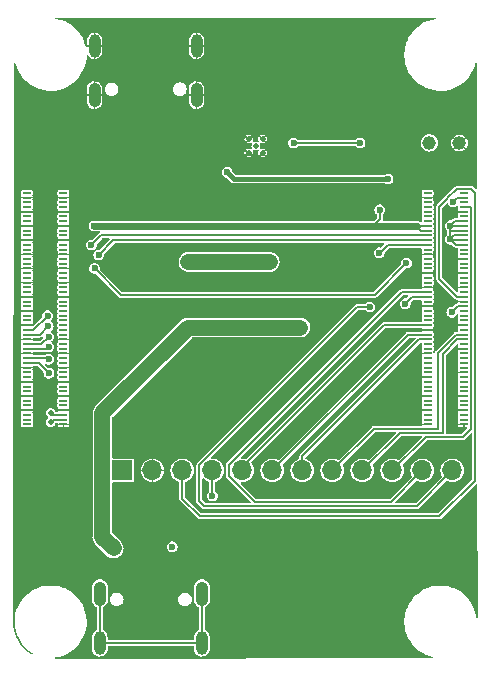
<source format=gtl>
%TF.GenerationSoftware,KiCad,Pcbnew,7.0.5*%
%TF.CreationDate,2023-07-07T08:41:41+03:00*%
%TF.ProjectId,carrier_board_v1,63617272-6965-4725-9f62-6f6172645f76,v01*%
%TF.SameCoordinates,Original*%
%TF.FileFunction,Copper,L1,Top*%
%TF.FilePolarity,Positive*%
%FSLAX46Y46*%
G04 Gerber Fmt 4.6, Leading zero omitted, Abs format (unit mm)*
G04 Created by KiCad (PCBNEW 7.0.5) date 2023-07-07 08:41:41*
%MOMM*%
%LPD*%
G01*
G04 APERTURE LIST*
%TA.AperFunction,ComponentPad*%
%ADD10R,1.700000X1.700000*%
%TD*%
%TA.AperFunction,ComponentPad*%
%ADD11O,1.700000X1.700000*%
%TD*%
%TA.AperFunction,SMDPad,CuDef*%
%ADD12R,0.700000X0.200000*%
%TD*%
%TA.AperFunction,ComponentPad*%
%ADD13C,0.499999*%
%TD*%
%TA.AperFunction,ComponentPad*%
%ADD14C,1.168400*%
%TD*%
%TA.AperFunction,ComponentPad*%
%ADD15O,1.050000X2.100000*%
%TD*%
%TA.AperFunction,ComponentPad*%
%ADD16O,1.000000X2.000000*%
%TD*%
%TA.AperFunction,ViaPad*%
%ADD17C,0.600000*%
%TD*%
%TA.AperFunction,ViaPad*%
%ADD18C,0.590000*%
%TD*%
%TA.AperFunction,ViaPad*%
%ADD19C,0.508000*%
%TD*%
%TA.AperFunction,Conductor*%
%ADD20C,0.200000*%
%TD*%
%TA.AperFunction,Conductor*%
%ADD21C,1.367030*%
%TD*%
%TA.AperFunction,Conductor*%
%ADD22C,0.400000*%
%TD*%
%TA.AperFunction,Conductor*%
%ADD23C,0.600000*%
%TD*%
G04 APERTURE END LIST*
D10*
%TO.P,J7,1,Pin_1*%
%TO.N,+3.3V*%
X136075000Y-117200000D03*
D11*
%TO.P,J7,2,Pin_2*%
%TO.N,GND*%
X138615000Y-117200000D03*
%TO.P,J7,3,Pin_3*%
%TO.N,/CM4 GPIO and power pins/GPIO14*%
X141155000Y-117200000D03*
%TO.P,J7,4,Pin_4*%
%TO.N,/CM4 GPIO and power pins/GPIO15*%
X143695000Y-117200000D03*
%TO.P,J7,5,Pin_5*%
%TO.N,/CM4 GPIO and power pins/GPIO10*%
X146235000Y-117200000D03*
%TO.P,J7,6,Pin_6*%
%TO.N,/CM4 GPIO and power pins/GPIO9*%
X148775000Y-117200000D03*
%TO.P,J7,7,Pin_7*%
%TO.N,/CM4 GPIO and power pins/GPIO11*%
X151315000Y-117200000D03*
%TO.P,J7,8,Pin_8*%
%TO.N,/CM4 GPIO and power pins/GPIO8*%
X153855000Y-117200000D03*
%TO.P,J7,9,Pin_9*%
%TO.N,/CM4 GPIO and power pins/GPIO7*%
X156395000Y-117200000D03*
%TO.P,J7,10,Pin_10*%
%TO.N,/CM4 GPIO and power pins/nRPIBOOT*%
X158935000Y-117200000D03*
%TO.P,J7,11,Pin_11*%
%TO.N,/CM4 GPIO and power pins/GPIO2*%
X161475000Y-117200000D03*
%TO.P,J7,12,Pin_12*%
%TO.N,/CM4 GPIO and power pins/GPIO3*%
X164015000Y-117200000D03*
%TD*%
D12*
%TO.P,V1,1,GND*%
%TO.N,GND*%
X165000000Y-113300000D03*
%TO.P,V1,2,GND*%
X161920000Y-113300000D03*
%TO.P,V1,3,Ethernet_Pair3_P*%
%TO.N,unconnected-(Module1A-Ethernet_Pair3_P-Pad3)*%
X165000000Y-112900000D03*
%TO.P,V1,4,Ethernet_Pair1_P*%
%TO.N,unconnected-(Module1A-Ethernet_Pair1_P-Pad4)*%
X161920000Y-112900000D03*
%TO.P,V1,5,Ethernet_Pair3_N*%
%TO.N,unconnected-(Module1A-Ethernet_Pair3_N-Pad5)*%
X165000000Y-112500000D03*
%TO.P,V1,6,Ethernet_Pair1_N*%
%TO.N,unconnected-(Module1A-Ethernet_Pair1_N-Pad6)*%
X161920000Y-112500000D03*
%TO.P,V1,7,GND*%
%TO.N,GND*%
X165000000Y-112100000D03*
%TO.P,V1,8,GND*%
X161920000Y-112100000D03*
%TO.P,V1,9,Ethernet_Pair2_N*%
%TO.N,unconnected-(Module1A-Ethernet_Pair2_N-Pad9)*%
X165000000Y-111700000D03*
%TO.P,V1,10,Ethernet_Pair0_N*%
%TO.N,unconnected-(Module1A-Ethernet_Pair0_N-Pad10)*%
X161920000Y-111700000D03*
%TO.P,V1,11,Ethernet_Pair2_P*%
%TO.N,unconnected-(Module1A-Ethernet_Pair2_P-Pad11)*%
X165000000Y-111300000D03*
%TO.P,V1,12,Ethernet_Pair0_P*%
%TO.N,unconnected-(Module1A-Ethernet_Pair0_P-Pad12)*%
X161920000Y-111300000D03*
%TO.P,V1,13,GND*%
%TO.N,GND*%
X165000000Y-110900000D03*
%TO.P,V1,14,GND*%
X161920000Y-110900000D03*
%TO.P,V1,15,Ethernet_nLED3(3.3v)*%
%TO.N,unconnected-(Module1A-Ethernet_nLED3(3.3v)-Pad15)*%
X165000000Y-110500000D03*
%TO.P,V1,16,Ethernet_SYNC_IN(1.8v)*%
%TO.N,unconnected-(Module1A-Ethernet_SYNC_IN(1.8v)-Pad16)*%
X161920000Y-110500000D03*
%TO.P,V1,17,Ethernet_nLED2(3.3v)*%
%TO.N,unconnected-(Module1A-Ethernet_nLED2(3.3v)-Pad17)*%
X165000000Y-110100000D03*
%TO.P,V1,18,Ethernet_SYNC_OUT(1.8v)*%
%TO.N,unconnected-(Module1A-Ethernet_SYNC_OUT(1.8v)-Pad18)*%
X161920000Y-110100000D03*
%TO.P,V1,19,Ethernet_nLED1(3.3v)*%
%TO.N,unconnected-(Module1A-Ethernet_nLED1(3.3v)-Pad19)*%
X165000000Y-109700000D03*
%TO.P,V1,20,EEPROM_nWP*%
%TO.N,unconnected-(Module1A-EEPROM_nWP-Pad20)*%
X161920000Y-109700000D03*
%TO.P,V1,21,PI_nLED_Activity*%
%TO.N,unconnected-(Module1A-PI_nLED_Activity-Pad21)*%
X165000000Y-109300000D03*
%TO.P,V1,22,GND*%
%TO.N,GND*%
X161920000Y-109300000D03*
%TO.P,V1,23,GND*%
X165000000Y-108900000D03*
%TO.P,V1,24,GPIO26*%
%TO.N,unconnected-(Module1A-GPIO26-Pad24)*%
X161920000Y-108900000D03*
%TO.P,V1,25,GPIO21*%
%TO.N,unconnected-(Module1A-GPIO21-Pad25)*%
X165000000Y-108500000D03*
%TO.P,V1,26,GPIO19*%
%TO.N,unconnected-(Module1A-GPIO19-Pad26)*%
X161920000Y-108500000D03*
%TO.P,V1,27,GPIO20*%
%TO.N,unconnected-(Module1A-GPIO20-Pad27)*%
X165000000Y-108100000D03*
%TO.P,V1,28,GPIO13*%
%TO.N,unconnected-(Module1A-GPIO13-Pad28)*%
X161920000Y-108100000D03*
%TO.P,V1,29,GPIO16*%
%TO.N,unconnected-(Module1A-GPIO16-Pad29)*%
X165000000Y-107700000D03*
%TO.P,V1,30,GPIO6*%
%TO.N,unconnected-(Module1A-GPIO6-Pad30)*%
X161920000Y-107700000D03*
%TO.P,V1,31,GPIO12*%
%TO.N,unconnected-(Module1A-GPIO12-Pad31)*%
X165000000Y-107300000D03*
%TO.P,V1,32,GND*%
%TO.N,GND*%
X161920000Y-107300000D03*
%TO.P,V1,33,GND*%
X165000000Y-106900000D03*
%TO.P,V1,34,GPIO5*%
%TO.N,unconnected-(Module1A-GPIO5-Pad34)*%
X161920000Y-106900000D03*
%TO.P,V1,35,ID_SC*%
%TO.N,unconnected-(Module1A-ID_SC-Pad35)*%
X165000000Y-106500000D03*
%TO.P,V1,36,ID_SD*%
%TO.N,unconnected-(Module1A-ID_SD-Pad36)*%
X161920000Y-106500000D03*
%TO.P,V1,37,GPIO7*%
%TO.N,/CM4 GPIO and power pins/GPIO7*%
X165000000Y-106100000D03*
%TO.P,V1,38,GPIO11*%
%TO.N,/CM4 GPIO and power pins/GPIO11*%
X161920000Y-106100000D03*
%TO.P,V1,39,GPIO8*%
%TO.N,/CM4 GPIO and power pins/GPIO8*%
X165000000Y-105700000D03*
%TO.P,V1,40,GPIO9*%
%TO.N,/CM4 GPIO and power pins/GPIO9*%
X161920000Y-105700000D03*
%TO.P,V1,41,GPIO25*%
%TO.N,unconnected-(Module1A-GPIO25-Pad41)*%
X165000000Y-105300000D03*
%TO.P,V1,42,GND*%
%TO.N,GND*%
X161920000Y-105300000D03*
%TO.P,V1,43,GND*%
X165000000Y-104900000D03*
%TO.P,V1,44,GPIO10*%
%TO.N,/CM4 GPIO and power pins/GPIO10*%
X161920000Y-104900000D03*
%TO.P,V1,45,GPIO24*%
%TO.N,unconnected-(Module1A-GPIO24-Pad45)*%
X165000000Y-104500000D03*
%TO.P,V1,46,GPIO22*%
%TO.N,unconnected-(Module1A-GPIO22-Pad46)*%
X161920000Y-104500000D03*
%TO.P,V1,47,GPIO23*%
%TO.N,unconnected-(Module1A-GPIO23-Pad47)*%
X165000000Y-104100000D03*
%TO.P,V1,48,GPIO27*%
%TO.N,unconnected-(Module1A-GPIO27-Pad48)*%
X161920000Y-104100000D03*
%TO.P,V1,49,GPIO18*%
%TO.N,unconnected-(Module1A-GPIO18-Pad49)*%
X165000000Y-103700000D03*
%TO.P,V1,50,GPIO17*%
%TO.N,unconnected-(Module1A-GPIO17-Pad50)*%
X161920000Y-103700000D03*
%TO.P,V1,51,GPIO15*%
%TO.N,/CM4 GPIO and power pins/GPIO15*%
X165000000Y-103300000D03*
%TO.P,V1,52,GND*%
%TO.N,GND*%
X161920000Y-103300000D03*
%TO.P,V1,53,GND*%
X165000000Y-102900000D03*
%TO.P,V1,54,GPIO4*%
%TO.N,unconnected-(Module1A-GPIO4-Pad54)*%
X161920000Y-102900000D03*
%TO.P,V1,55,GPIO14*%
%TO.N,/CM4 GPIO and power pins/GPIO14*%
X165000000Y-102500000D03*
%TO.P,V1,56,GPIO3*%
%TO.N,/CM4 GPIO and power pins/GPIO3*%
X161920000Y-102500000D03*
%TO.P,V1,57,SD_CLK*%
%TO.N,unconnected-(Module1A-SD_CLK-Pad57)*%
X165000000Y-102100000D03*
%TO.P,V1,58,GPIO2*%
%TO.N,/CM4 GPIO and power pins/GPIO2*%
X161920000Y-102100000D03*
%TO.P,V1,59,GND*%
%TO.N,GND*%
X165000000Y-101700000D03*
%TO.P,V1,60,GND*%
X161920000Y-101700000D03*
%TO.P,V1,61,SD_DAT3*%
%TO.N,unconnected-(Module1A-SD_DAT3-Pad61)*%
X165000000Y-101300000D03*
%TO.P,V1,62,SD_CMD*%
%TO.N,unconnected-(Module1A-SD_CMD-Pad62)*%
X161920000Y-101300000D03*
%TO.P,V1,63,SD_DAT0*%
%TO.N,unconnected-(Module1A-SD_DAT0-Pad63)*%
X165000000Y-100900000D03*
%TO.P,V1,64,SD_DAT5*%
%TO.N,unconnected-(Module1A-SD_DAT5-Pad64)*%
X161920000Y-100900000D03*
%TO.P,V1,65,GND*%
%TO.N,GND*%
X165000000Y-100500000D03*
%TO.P,V1,66,GND*%
X161920000Y-100500000D03*
%TO.P,V1,67,SD_DAT1*%
%TO.N,unconnected-(Module1A-SD_DAT1-Pad67)*%
X165000000Y-100100000D03*
%TO.P,V1,68,SD_DAT4*%
%TO.N,unconnected-(Module1A-SD_DAT4-Pad68)*%
X161920000Y-100100000D03*
%TO.P,V1,69,SD_DAT2*%
%TO.N,unconnected-(Module1A-SD_DAT2-Pad69)*%
X165000000Y-99700000D03*
%TO.P,V1,70,SD_DAT7*%
%TO.N,unconnected-(Module1A-SD_DAT7-Pad70)*%
X161920000Y-99700000D03*
%TO.P,V1,71,GND*%
%TO.N,GND*%
X165000000Y-99300000D03*
%TO.P,V1,72,SD_DAT6*%
%TO.N,unconnected-(Module1A-SD_DAT6-Pad72)*%
X161920000Y-99300000D03*
%TO.P,V1,73,SD_VDD_Override*%
%TO.N,unconnected-(Module1A-SD_VDD_Override-Pad73)*%
X165000000Y-98900000D03*
%TO.P,V1,74,GND*%
%TO.N,GND*%
X161920000Y-98900000D03*
%TO.P,V1,75,SD_PWR_ON*%
%TO.N,unconnected-(Module1A-SD_PWR_ON-Pad75)*%
X165000000Y-98500000D03*
%TO.P,V1,76,Reserved*%
%TO.N,unconnected-(Module1A-Reserved-Pad76)*%
X161920000Y-98500000D03*
%TO.P,V1,77,+5v_(Input)*%
%TO.N,+5V*%
X165000000Y-98100000D03*
%TO.P,V1,78,GPIO_VREF(1.8v/3.3v_Input)*%
%TO.N,+3.3V*%
X161920000Y-98100000D03*
%TO.P,V1,79,+5v_(Input)*%
%TO.N,+5V*%
X165000000Y-97700000D03*
%TO.P,V1,80,SCL0*%
%TO.N,SCL0*%
X161920000Y-97700000D03*
%TO.P,V1,81,+5v_(Input)*%
%TO.N,+5V*%
X165000000Y-97300000D03*
%TO.P,V1,82,SDA0*%
%TO.N,SDA0*%
X161920000Y-97300000D03*
%TO.P,V1,83,+5v_(Input)*%
%TO.N,+5V*%
X165000000Y-96900000D03*
%TO.P,V1,84,+3.3v_(Output)*%
%TO.N,+3.3V*%
X161920000Y-96900000D03*
%TO.P,V1,85,+5v_(Input)*%
%TO.N,+5V*%
X165000000Y-96500000D03*
%TO.P,V1,86,+3.3v_(Output)*%
%TO.N,+3.3V*%
X161920000Y-96500000D03*
%TO.P,V1,87,+5v_(Input)*%
%TO.N,+5V*%
X165000000Y-96100000D03*
%TO.P,V1,88,+1.8v_(Output)*%
%TO.N,unconnected-(Module1A-+1.8v_(Output)-Pad88)*%
X161920000Y-96100000D03*
%TO.P,V1,89,WiFi_nDisable*%
%TO.N,unconnected-(Module1A-WiFi_nDisable-Pad89)*%
X165000000Y-95700000D03*
%TO.P,V1,90,+1.8v_(Output)*%
%TO.N,unconnected-(Module1A-+1.8v_(Output)-Pad90)*%
X161920000Y-95700000D03*
%TO.P,V1,91,BT_nDisable*%
%TO.N,GND*%
X165000000Y-95300000D03*
%TO.P,V1,92,RUN_PG*%
%TO.N,unconnected-(Module1A-RUN_PG-Pad92)*%
X161920000Y-95300000D03*
%TO.P,V1,93,nRPIBOOT*%
%TO.N,/CM4 GPIO and power pins/nRPIBOOT*%
X165000000Y-94900000D03*
%TO.P,V1,94,AnalogIP0*%
%TO.N,unconnected-(Module1A-AnalogIP0-Pad94)*%
X161920000Y-94900000D03*
%TO.P,V1,95,nPI_LED_PWR*%
%TO.N,unconnected-(Module1A-nPI_LED_PWR-Pad95)*%
X165000000Y-94500000D03*
%TO.P,V1,96,AnalogIP1*%
%TO.N,unconnected-(Module1A-AnalogIP1-Pad96)*%
X161920000Y-94500000D03*
%TO.P,V1,97,Camera_GPIO*%
%TO.N,CAM_GPIO*%
X165000000Y-94100000D03*
%TO.P,V1,98,GND*%
%TO.N,GND*%
X161920000Y-94100000D03*
%TO.P,V1,99,Global_EN*%
%TO.N,unconnected-(Module1A-Global_EN-Pad99)*%
X165000000Y-93700000D03*
%TO.P,V1,100,nEXTRST*%
%TO.N,unconnected-(Module1A-nEXTRST-Pad100)*%
X161920000Y-93700000D03*
%TO.P,V1,101,USB_OTG_ID*%
%TO.N,GND*%
X131080000Y-113300000D03*
%TO.P,V1,102,PCIe_CLK_nREQ*%
%TO.N,unconnected-(Module1B-PCIe_CLK_nREQ-Pad102)*%
X128000000Y-113300000D03*
%TO.P,V1,103,USB2_N*%
%TO.N,/CM4 Camera pins/USB2_N*%
X131080000Y-112900000D03*
%TO.P,V1,104,Reserved*%
%TO.N,unconnected-(Module1B-Reserved-Pad104)*%
X128000000Y-112900000D03*
%TO.P,V1,105,USB2_P*%
%TO.N,/CM4 Camera pins/USB2_P*%
X131080000Y-112500000D03*
%TO.P,V1,106,Reserved*%
%TO.N,unconnected-(Module1B-Reserved-Pad106)*%
X128000000Y-112500000D03*
%TO.P,V1,107,GND*%
%TO.N,GND*%
X131080000Y-112100000D03*
%TO.P,V1,108,GND*%
X128000000Y-112100000D03*
%TO.P,V1,109,PCIe_nRST*%
%TO.N,unconnected-(Module1B-PCIe_nRST-Pad109)*%
X131080000Y-111700000D03*
%TO.P,V1,110,PCIe_CLK_P*%
%TO.N,unconnected-(Module1B-PCIe_CLK_P-Pad110)*%
X128000000Y-111700000D03*
%TO.P,V1,111,VDAC_COMP*%
%TO.N,unconnected-(Module1B-VDAC_COMP-Pad111)*%
X131080000Y-111300000D03*
%TO.P,V1,112,PCIe_CLK_N*%
%TO.N,unconnected-(Module1B-PCIe_CLK_N-Pad112)*%
X128000000Y-111300000D03*
%TO.P,V1,113,GND*%
%TO.N,GND*%
X131080000Y-110900000D03*
%TO.P,V1,114,GND*%
X128000000Y-110900000D03*
%TO.P,V1,115,CAM1_D0_N*%
%TO.N,unconnected-(Module1B-CAM1_D0_N-Pad115)*%
X131080000Y-110500000D03*
%TO.P,V1,116,PCIe_RX_P*%
%TO.N,unconnected-(Module1B-PCIe_RX_P-Pad116)*%
X128000000Y-110500000D03*
%TO.P,V1,117,CAM1_D0_P*%
%TO.N,unconnected-(Module1B-CAM1_D0_P-Pad117)*%
X131080000Y-110100000D03*
%TO.P,V1,118,PCIe_RX_N*%
%TO.N,unconnected-(Module1B-PCIe_RX_N-Pad118)*%
X128000000Y-110100000D03*
%TO.P,V1,119,GND*%
%TO.N,GND*%
X131080000Y-109700000D03*
%TO.P,V1,120,GND*%
X128000000Y-109700000D03*
%TO.P,V1,121,CAM1_D1_N*%
%TO.N,unconnected-(Module1B-CAM1_D1_N-Pad121)*%
X131080000Y-109300000D03*
%TO.P,V1,122,PCIe_TX_P*%
%TO.N,unconnected-(Module1B-PCIe_TX_P-Pad122)*%
X128000000Y-109300000D03*
%TO.P,V1,123,CAM1_D1_P*%
%TO.N,unconnected-(Module1B-CAM1_D1_P-Pad123)*%
X131080000Y-108900000D03*
%TO.P,V1,124,PCIe_TX_N*%
%TO.N,unconnected-(Module1B-PCIe_TX_N-Pad124)*%
X128000000Y-108900000D03*
%TO.P,V1,125,GND*%
%TO.N,GND*%
X131080000Y-108500000D03*
%TO.P,V1,126,GND*%
X128000000Y-108500000D03*
%TO.P,V1,127,CAM1_C_N*%
%TO.N,unconnected-(Module1B-CAM1_C_N-Pad127)*%
X131080000Y-108100000D03*
%TO.P,V1,128,CAM0_D0_N*%
%TO.N,/CM4 Camera pins/CAM0_D0_N*%
X128000000Y-108100000D03*
%TO.P,V1,129,CAM1_C_P*%
%TO.N,unconnected-(Module1B-CAM1_C_P-Pad129)*%
X131080000Y-107700000D03*
%TO.P,V1,130,CAM0_D0_P*%
%TO.N,/CM4 Camera pins/CAM0_D0_P*%
X128000000Y-107700000D03*
%TO.P,V1,131,GND*%
%TO.N,GND*%
X131080000Y-107300000D03*
%TO.P,V1,132,GND*%
X128000000Y-107300000D03*
%TO.P,V1,133,CAM1_D2_N*%
%TO.N,unconnected-(Module1B-CAM1_D2_N-Pad133)*%
X131080000Y-106900000D03*
%TO.P,V1,134,CAM0_D1_N*%
%TO.N,/CM4 Camera pins/CAM0_D1_N*%
X128000000Y-106900000D03*
%TO.P,V1,135,CAM1_D2_P*%
%TO.N,unconnected-(Module1B-CAM1_D2_P-Pad135)*%
X131080000Y-106500000D03*
%TO.P,V1,136,CAM0_D1_P*%
%TO.N,/CM4 Camera pins/CAM0_D1_P*%
X128000000Y-106500000D03*
%TO.P,V1,137,GND*%
%TO.N,GND*%
X131080000Y-106100000D03*
%TO.P,V1,138,GND*%
X128000000Y-106100000D03*
%TO.P,V1,139,CAM1_D3_N*%
%TO.N,unconnected-(Module1B-CAM1_D3_N-Pad139)*%
X131080000Y-105700000D03*
%TO.P,V1,140,CAM0_C_N*%
%TO.N,/CM4 Camera pins/CAM0_C_N*%
X128000000Y-105700000D03*
%TO.P,V1,141,CAM1_D3_P*%
%TO.N,unconnected-(Module1B-CAM1_D3_P-Pad141)*%
X131080000Y-105300000D03*
%TO.P,V1,142,CAM0_C_P*%
%TO.N,/CM4 Camera pins/CAM0_C_P*%
X128000000Y-105300000D03*
%TO.P,V1,143,HDMI1_HOTPLUG*%
%TO.N,unconnected-(Module1B-HDMI1_HOTPLUG-Pad143)*%
X131080000Y-104900000D03*
%TO.P,V1,144,GND*%
%TO.N,GND*%
X128000000Y-104900000D03*
%TO.P,V1,145,HDMI1_SDA*%
%TO.N,unconnected-(Module1B-HDMI1_SDA-Pad145)*%
X131080000Y-104500000D03*
%TO.P,V1,146,HDMI1_TX2_P*%
%TO.N,unconnected-(Module1B-HDMI1_TX2_P-Pad146)*%
X128000000Y-104500000D03*
%TO.P,V1,147,HDMI1_SCL*%
%TO.N,unconnected-(Module1B-HDMI1_SCL-Pad147)*%
X131080000Y-104100000D03*
%TO.P,V1,148,HDMI1_TX2_N*%
%TO.N,unconnected-(Module1B-HDMI1_TX2_N-Pad148)*%
X128000000Y-104100000D03*
%TO.P,V1,149,HDMI1_CEC*%
%TO.N,unconnected-(Module1B-HDMI1_CEC-Pad149)*%
X131080000Y-103700000D03*
%TO.P,V1,150,GND*%
%TO.N,GND*%
X128000000Y-103700000D03*
%TO.P,V1,151,HDMI0_CEC*%
%TO.N,unconnected-(Module1B-HDMI0_CEC-Pad151)*%
X131080000Y-103300000D03*
%TO.P,V1,152,HDMI1_TX1_P*%
%TO.N,unconnected-(Module1B-HDMI1_TX1_P-Pad152)*%
X128000000Y-103300000D03*
%TO.P,V1,153,HDMI0_HOTPLUG*%
%TO.N,unconnected-(Module1B-HDMI0_HOTPLUG-Pad153)*%
X131080000Y-102900000D03*
%TO.P,V1,154,HDMI1_TX1_N*%
%TO.N,unconnected-(Module1B-HDMI1_TX1_N-Pad154)*%
X128000000Y-102900000D03*
%TO.P,V1,155,GND*%
%TO.N,GND*%
X131080000Y-102500000D03*
%TO.P,V1,156,GND*%
X128000000Y-102500000D03*
%TO.P,V1,157,DSI0_D0_N*%
%TO.N,unconnected-(Module1B-DSI0_D0_N-Pad157)*%
X131080000Y-102100000D03*
%TO.P,V1,158,HDMI1_TX0_P*%
%TO.N,unconnected-(Module1B-HDMI1_TX0_P-Pad158)*%
X128000000Y-102100000D03*
%TO.P,V1,159,DSI0_D0_P*%
%TO.N,unconnected-(Module1B-DSI0_D0_P-Pad159)*%
X131080000Y-101700000D03*
%TO.P,V1,160,HDMI1_TX0_N*%
%TO.N,unconnected-(Module1B-HDMI1_TX0_N-Pad160)*%
X128000000Y-101700000D03*
%TO.P,V1,161,GND*%
%TO.N,GND*%
X131080000Y-101300000D03*
%TO.P,V1,162,GND*%
X128000000Y-101300000D03*
%TO.P,V1,163,DSI0_D1_N*%
%TO.N,unconnected-(Module1B-DSI0_D1_N-Pad163)*%
X131080000Y-100900000D03*
%TO.P,V1,164,HDMI1_CLK_P*%
%TO.N,unconnected-(Module1B-HDMI1_CLK_P-Pad164)*%
X128000000Y-100900000D03*
%TO.P,V1,165,DSI0_D1_P*%
%TO.N,unconnected-(Module1B-DSI0_D1_P-Pad165)*%
X131080000Y-100500000D03*
%TO.P,V1,166,HDMI1_CLK_N*%
%TO.N,unconnected-(Module1B-HDMI1_CLK_N-Pad166)*%
X128000000Y-100500000D03*
%TO.P,V1,167,GND*%
%TO.N,GND*%
X131080000Y-100100000D03*
%TO.P,V1,168,GND*%
X128000000Y-100100000D03*
%TO.P,V1,169,DSI0_C_N*%
%TO.N,unconnected-(Module1B-DSI0_C_N-Pad169)*%
X131080000Y-99700000D03*
%TO.P,V1,170,HDMI0_TX2_P*%
%TO.N,unconnected-(Module1B-HDMI0_TX2_P-Pad170)*%
X128000000Y-99700000D03*
%TO.P,V1,171,DSI0_C_P*%
%TO.N,unconnected-(Module1B-DSI0_C_P-Pad171)*%
X131080000Y-99300000D03*
%TO.P,V1,172,HDMI0_TX2_N*%
%TO.N,unconnected-(Module1B-HDMI0_TX2_N-Pad172)*%
X128000000Y-99300000D03*
%TO.P,V1,173,GND*%
%TO.N,GND*%
X131080000Y-98900000D03*
%TO.P,V1,174,GND*%
X128000000Y-98900000D03*
%TO.P,V1,175,DSI1_D0_N*%
%TO.N,unconnected-(Module1B-DSI1_D0_N-Pad175)*%
X131080000Y-98500000D03*
%TO.P,V1,176,HDMI0_TX1_P*%
%TO.N,unconnected-(Module1B-HDMI0_TX1_P-Pad176)*%
X128000000Y-98500000D03*
%TO.P,V1,177,DSI1_D0_P*%
%TO.N,unconnected-(Module1B-DSI1_D0_P-Pad177)*%
X131080000Y-98100000D03*
%TO.P,V1,178,HDMI0_TX1_N*%
%TO.N,unconnected-(Module1B-HDMI0_TX1_N-Pad178)*%
X128000000Y-98100000D03*
%TO.P,V1,179,GND*%
%TO.N,GND*%
X131080000Y-97700000D03*
%TO.P,V1,180,GND*%
X128000000Y-97700000D03*
%TO.P,V1,181,DSI1_D1_N*%
%TO.N,unconnected-(Module1B-DSI1_D1_N-Pad181)*%
X131080000Y-97300000D03*
%TO.P,V1,182,HDMI0_TX0_P*%
%TO.N,unconnected-(Module1B-HDMI0_TX0_P-Pad182)*%
X128000000Y-97300000D03*
%TO.P,V1,183,DSI1_D1_P*%
%TO.N,unconnected-(Module1B-DSI1_D1_P-Pad183)*%
X131080000Y-96900000D03*
%TO.P,V1,184,HDMI0_TX0_N*%
%TO.N,unconnected-(Module1B-HDMI0_TX0_N-Pad184)*%
X128000000Y-96900000D03*
%TO.P,V1,185,GND*%
%TO.N,GND*%
X131080000Y-96500000D03*
%TO.P,V1,186,GND*%
X128000000Y-96500000D03*
%TO.P,V1,187,DSI1_C_N*%
%TO.N,unconnected-(Module1B-DSI1_C_N-Pad187)*%
X131080000Y-96100000D03*
%TO.P,V1,188,HDMI0_CLK_P*%
%TO.N,unconnected-(Module1B-HDMI0_CLK_P-Pad188)*%
X128000000Y-96100000D03*
%TO.P,V1,189,DSI1_C_P*%
%TO.N,unconnected-(Module1B-DSI1_C_P-Pad189)*%
X131080000Y-95700000D03*
%TO.P,V1,190,HDMI0_CLK_N*%
%TO.N,unconnected-(Module1B-HDMI0_CLK_N-Pad190)*%
X128000000Y-95700000D03*
%TO.P,V1,191,GND*%
%TO.N,GND*%
X131080000Y-95300000D03*
%TO.P,V1,192,GND*%
X128000000Y-95300000D03*
%TO.P,V1,193,DSI1_D2_N*%
%TO.N,unconnected-(Module1B-DSI1_D2_N-Pad193)*%
X131080000Y-94900000D03*
%TO.P,V1,194,DSI1_D3_N*%
%TO.N,unconnected-(Module1B-DSI1_D3_N-Pad194)*%
X128000000Y-94900000D03*
%TO.P,V1,195,DSI1_D2_P*%
%TO.N,unconnected-(Module1B-DSI1_D2_P-Pad195)*%
X131080000Y-94500000D03*
%TO.P,V1,196,DSI1_D3_P*%
%TO.N,unconnected-(Module1B-DSI1_D3_P-Pad196)*%
X128000000Y-94500000D03*
%TO.P,V1,197,GND*%
%TO.N,GND*%
X131080000Y-94100000D03*
%TO.P,V1,198,GND*%
X128000000Y-94100000D03*
%TO.P,V1,199,HDMI0_SDA*%
%TO.N,unconnected-(Module1B-HDMI0_SDA-Pad199)*%
X131080000Y-93700000D03*
%TO.P,V1,200,HDMI0_SCL*%
%TO.N,unconnected-(Module1B-HDMI0_SCL-Pad200)*%
X128000000Y-93700000D03*
%TD*%
D13*
%TO.P,U1,17,PAD*%
%TO.N,GND*%
X147964999Y-90314998D03*
X147964999Y-89135001D03*
X147375000Y-89725000D03*
X146785001Y-90314998D03*
X146785001Y-89135001D03*
%TD*%
D14*
%TO.P,C7,1*%
%TO.N,/CM4 GPIO and power pins/TS*%
X162080000Y-89475000D03*
%TO.P,C7,2*%
%TO.N,GND*%
X164620000Y-89475000D03*
%TD*%
D15*
%TO.P,J4,S1,SHELL_GND*%
%TO.N,Net-(J4-SHELL_GND-PadS1)*%
X142807500Y-127625000D03*
D16*
%TO.P,J4,S2,SHELL_GND*%
X142807500Y-131805000D03*
%TO.P,J4,S3,SHELL_GND*%
X134167500Y-131805000D03*
D15*
%TO.P,J4,S4,SHELL_GND*%
X134167500Y-127625000D03*
%TD*%
%TO.P,J6,S1,SHELL_GND*%
%TO.N,GND*%
X133730000Y-85430000D03*
D16*
%TO.P,J6,S2,SHELL_GND*%
X133730000Y-81250000D03*
%TO.P,J6,S3,SHELL_GND*%
X142370000Y-81250000D03*
D15*
%TO.P,J6,S4,SHELL_GND*%
X142370000Y-85430000D03*
%TD*%
D17*
%TO.N,+5V*%
X163850000Y-96475000D03*
X140289750Y-123660250D03*
X163850000Y-97625000D03*
X141625010Y-105099986D03*
X151150000Y-105100000D03*
D18*
X135334750Y-123790250D03*
D17*
%TO.N,GND*%
X165150000Y-124350000D03*
X137375000Y-105675000D03*
X132750000Y-94075000D03*
X145725000Y-132425000D03*
X134250000Y-106900000D03*
X157850000Y-100275000D03*
X127825000Y-85675000D03*
X147575000Y-79600000D03*
X132050000Y-115900000D03*
X132075000Y-116850000D03*
X153075000Y-103275000D03*
X158300000Y-85675000D03*
X160775000Y-85675000D03*
X127800000Y-123075000D03*
X155000000Y-118925000D03*
X137375000Y-103200000D03*
X151175000Y-90850000D03*
X132475000Y-121000000D03*
X139650000Y-103250000D03*
X140925000Y-113275000D03*
X163925000Y-112225000D03*
X139175000Y-113325000D03*
X146275000Y-79600000D03*
X149975000Y-91650000D03*
X163925000Y-110100000D03*
X138500000Y-119975000D03*
X127775000Y-116325000D03*
X156250000Y-94000000D03*
X145275000Y-85525000D03*
X134950000Y-99900000D03*
X150850000Y-103275000D03*
X154675000Y-114500000D03*
X160850000Y-94100000D03*
X132750000Y-92700000D03*
X134225000Y-102975000D03*
X160150000Y-111425000D03*
X163850000Y-95325000D03*
X150725000Y-132450000D03*
X127825000Y-121350000D03*
X165175000Y-122700000D03*
X129575000Y-98475000D03*
X132475000Y-122325000D03*
X145300000Y-83875000D03*
X127800000Y-119850000D03*
X159300000Y-132400000D03*
X158625000Y-111825000D03*
X160000000Y-101225000D03*
X145775000Y-129600000D03*
X155650000Y-113675000D03*
X129625000Y-100600000D03*
X133175000Y-110725000D03*
X138375000Y-104325000D03*
X134250000Y-105075000D03*
X144650000Y-79625000D03*
X163150000Y-93275000D03*
X145350000Y-126000000D03*
X163950000Y-108200000D03*
X136725000Y-91350000D03*
X140800000Y-121400000D03*
X131900000Y-85600000D03*
X150000000Y-90850000D03*
X147650000Y-118450000D03*
X132450000Y-123800000D03*
X145262537Y-82059813D03*
X133175000Y-108925000D03*
X136450000Y-92925000D03*
X153875000Y-132450000D03*
X160300000Y-109475000D03*
X152425000Y-95300000D03*
X160875000Y-98875000D03*
X157550000Y-119000000D03*
X154675000Y-103325000D03*
X157350000Y-132425000D03*
X148975000Y-79600000D03*
X156200000Y-99325000D03*
X165150000Y-121125000D03*
X160800000Y-95325000D03*
X150325000Y-106825000D03*
X148775000Y-103275000D03*
X139975000Y-94200000D03*
X127800000Y-118075000D03*
X163425000Y-105550000D03*
X142525000Y-122875000D03*
X127100000Y-114750000D03*
X152325000Y-132450000D03*
X127775000Y-126200000D03*
X149175000Y-132450000D03*
X134625000Y-108975000D03*
X165025000Y-85750000D03*
X160775000Y-100500000D03*
X156825000Y-101275000D03*
X140825000Y-108200000D03*
X129200000Y-111700000D03*
X137950000Y-125750000D03*
X165100000Y-126200000D03*
X155675000Y-132425000D03*
X127775000Y-124725000D03*
X147475000Y-132450000D03*
X159075000Y-110675000D03*
X150050000Y-118525000D03*
X137475000Y-113300000D03*
X137475000Y-111825000D03*
%TO.N,/CM4 GPIO and power pins/REGN*%
X158575000Y-92525000D03*
X144950000Y-91950000D03*
%TO.N,/CM4 GPIO and power pins/TS*%
X156200000Y-89475000D03*
X150575000Y-89475000D03*
%TO.N,Net-(D1-K)*%
X141675000Y-99550000D03*
X148550000Y-99550000D03*
%TO.N,/CM4 Camera pins/CAM0_D0_N*%
X129863709Y-108974978D03*
%TO.N,/CM4 Camera pins/CAM0_D0_P*%
X129825000Y-107787740D03*
%TO.N,/CM4 Camera pins/CAM0_D1_N*%
X129850000Y-106725000D03*
%TO.N,/CM4 Camera pins/CAM0_D1_P*%
X129825000Y-105875000D03*
%TO.N,/CM4 Camera pins/CAM0_C_N*%
X129800000Y-104975000D03*
%TO.N,/CM4 Camera pins/CAM0_C_P*%
X129750000Y-104099998D03*
%TO.N,CAM_GPIO*%
X160125000Y-99650000D03*
X133724998Y-100102250D03*
X164082365Y-94452769D03*
%TO.N,SCL0*%
X134075000Y-98950000D03*
%TO.N,SDA0*%
X133450006Y-98102250D03*
D19*
%TO.N,/CM4 Camera pins/USB2_N*%
X130000000Y-113100000D03*
%TO.N,/CM4 Camera pins/USB2_P*%
X130000000Y-112300000D03*
D17*
%TO.N,+3.3V*%
X157875000Y-95124996D03*
X157825000Y-98775000D03*
X133675000Y-96500000D03*
%TO.N,/CM4 GPIO and power pins/GPIO15*%
X163975000Y-103800000D03*
X143700000Y-119350000D03*
%TO.N,/CM4 GPIO and power pins/GPIO3*%
X157025000Y-103375000D03*
X160025000Y-103075000D03*
%TD*%
D20*
%TO.N,+5V*%
X164175000Y-97300000D02*
X163850000Y-97625000D01*
D21*
X134389085Y-112335911D02*
X141625010Y-105099986D01*
X151150000Y-105100000D02*
X141625024Y-105100000D01*
D20*
X165000000Y-98100000D02*
X164325000Y-98100000D01*
X165000000Y-96500000D02*
X163875000Y-96500000D01*
X163850000Y-96975000D02*
X163850000Y-96475000D01*
X165000000Y-97300000D02*
X164175000Y-97300000D01*
X164225000Y-96100000D02*
X163850000Y-96475000D01*
X165000000Y-96100000D02*
X164225000Y-96100000D01*
D21*
X134389085Y-122844585D02*
X134389085Y-112335911D01*
D20*
X164325000Y-98100000D02*
X163850000Y-97625000D01*
D21*
X141625024Y-105100000D02*
X141625010Y-105099986D01*
D20*
X163925000Y-97700000D02*
X163850000Y-97625000D01*
X165000053Y-96500053D02*
X165000000Y-96500000D01*
X165000000Y-97700000D02*
X163925000Y-97700000D01*
X163925000Y-96900000D02*
X163850000Y-96975000D01*
D21*
X134389085Y-122844585D02*
X135334750Y-123790250D01*
D20*
X163850000Y-97625000D02*
X163850000Y-96975000D01*
X165000000Y-96900000D02*
X163925000Y-96900000D01*
X163875000Y-96500000D02*
X163850000Y-96475000D01*
D22*
%TO.N,/CM4 GPIO and power pins/REGN*%
X145525000Y-92525000D02*
X144950000Y-91950000D01*
X158575000Y-92525000D02*
X145525000Y-92525000D01*
D20*
%TO.N,/CM4 GPIO and power pins/TS*%
X150575000Y-89475000D02*
X156200000Y-89475000D01*
D21*
%TO.N,Net-(D1-K)*%
X148550000Y-99550000D02*
X141675000Y-99550000D01*
D20*
%TO.N,/CM4 Camera pins/CAM0_D0_N*%
X128000000Y-108100000D02*
X128988731Y-108100000D01*
X128988731Y-108100000D02*
X129863709Y-108974978D01*
%TO.N,/CM4 Camera pins/CAM0_D0_P*%
X129737260Y-107700000D02*
X129825000Y-107787740D01*
X128000000Y-107700000D02*
X129737260Y-107700000D01*
%TO.N,/CM4 Camera pins/CAM0_D1_N*%
X128000000Y-106900000D02*
X129675000Y-106900000D01*
X129675000Y-106900000D02*
X129850000Y-106725000D01*
%TO.N,/CM4 Camera pins/CAM0_D1_P*%
X128000000Y-106500000D02*
X129200000Y-106500000D01*
X129200000Y-106500000D02*
X129825000Y-105875000D01*
%TO.N,/CM4 Camera pins/CAM0_C_N*%
X128000000Y-105700000D02*
X129075000Y-105700000D01*
X129075000Y-105700000D02*
X129800000Y-104975000D01*
%TO.N,/CM4 Camera pins/CAM0_C_P*%
X128000000Y-105300000D02*
X128550000Y-105300000D01*
X128550000Y-105300000D02*
X129750000Y-104099998D01*
%TO.N,CAM_GPIO*%
X135972748Y-102350000D02*
X133724998Y-100102250D01*
X164435134Y-94100000D02*
X164082365Y-94452769D01*
X160125000Y-99650000D02*
X157425000Y-102350000D01*
X165000000Y-94100000D02*
X164435134Y-94100000D01*
X157425000Y-102350000D02*
X135972748Y-102350000D01*
%TO.N,SCL0*%
X161920000Y-97700000D02*
X135325000Y-97700000D01*
X135325000Y-97700000D02*
X134075000Y-98950000D01*
%TO.N,SDA0*%
X161920000Y-97300000D02*
X134252256Y-97300000D01*
X134252256Y-97300000D02*
X133450006Y-98102250D01*
%TO.N,Net-(J4-SHELL_GND-PadS1)*%
X142807500Y-127625000D02*
X142807500Y-131805000D01*
X134167500Y-127625000D02*
X134167500Y-131805000D01*
X134167500Y-131805000D02*
X142807500Y-131805000D01*
%TO.N,/CM4 Camera pins/USB2_N*%
X130200000Y-112900000D02*
X130000000Y-113100000D01*
X131080000Y-112900000D02*
X130200000Y-112900000D01*
%TO.N,/CM4 Camera pins/USB2_P*%
X131080000Y-112500000D02*
X130200000Y-112500000D01*
X130200000Y-112500000D02*
X130000000Y-112300000D01*
%TO.N,+3.3V*%
X161920000Y-96900000D02*
X161400000Y-96900000D01*
X157325000Y-96500000D02*
X157875000Y-95950000D01*
X157875000Y-98775000D02*
X157825000Y-98775000D01*
X158550000Y-98100000D02*
X157875000Y-98775000D01*
X161920000Y-96500000D02*
X161000000Y-96500000D01*
X157875000Y-95950000D02*
X157875000Y-95124996D01*
X161400000Y-96900000D02*
X161000000Y-96500000D01*
X161920000Y-98100000D02*
X161365200Y-98100000D01*
D23*
X157325000Y-96500000D02*
X133675000Y-96500000D01*
D20*
X161365200Y-98100000D02*
X158550000Y-98100000D01*
D23*
X161000000Y-96500000D02*
X157325000Y-96500000D01*
D20*
%TO.N,/CM4 GPIO and power pins/GPIO14*%
X165954800Y-118070200D02*
X165954800Y-93700000D01*
X164397600Y-93347600D02*
X163602400Y-94142800D01*
X164445200Y-102500000D02*
X165000000Y-102500000D01*
X163602400Y-94142800D02*
X163602400Y-94178812D01*
X163602400Y-94178812D02*
X162897598Y-94883614D01*
X162897598Y-94883614D02*
X162897598Y-100952398D01*
X165954800Y-93700000D02*
X165602400Y-93347600D01*
X162925000Y-121100000D02*
X165954800Y-118070200D01*
X162897598Y-100952398D02*
X164445200Y-102500000D01*
X141155000Y-117200000D02*
X141155000Y-119605000D01*
X142650000Y-121100000D02*
X162925000Y-121100000D01*
X141155000Y-119605000D02*
X142650000Y-121100000D01*
X165602400Y-93347600D02*
X164397600Y-93347600D01*
%TO.N,/CM4 GPIO and power pins/GPIO15*%
X143695000Y-119345000D02*
X143700000Y-119350000D01*
X143695000Y-117200000D02*
X143695000Y-119345000D01*
X164475000Y-103300000D02*
X163975000Y-103800000D01*
X165000000Y-103300000D02*
X164475000Y-103300000D01*
%TO.N,/CM4 GPIO and power pins/GPIO10*%
X146235000Y-116890000D02*
X158225000Y-104900000D01*
X146235000Y-117200000D02*
X146235000Y-116890000D01*
X158225000Y-104900000D02*
X161920000Y-104900000D01*
%TO.N,/CM4 GPIO and power pins/GPIO9*%
X160275000Y-105700000D02*
X161920000Y-105700000D01*
X148775000Y-117200000D02*
X160275000Y-105700000D01*
%TO.N,/CM4 GPIO and power pins/GPIO11*%
X151315000Y-115997919D02*
X161212919Y-106100000D01*
X151315000Y-117200000D02*
X151315000Y-115997919D01*
X161212919Y-106100000D02*
X161920000Y-106100000D01*
%TO.N,/CM4 GPIO and power pins/GPIO8*%
X157402600Y-113652400D02*
X162774231Y-113652400D01*
X162774231Y-113652400D02*
X162774231Y-107272601D01*
X153855000Y-117200000D02*
X157402600Y-113652400D01*
X162774231Y-107272601D02*
X164346832Y-105700000D01*
X164346832Y-105700000D02*
X165000000Y-105700000D01*
%TO.N,/CM4 GPIO and power pins/GPIO7*%
X156395000Y-117200000D02*
X159590200Y-114004800D01*
X163220200Y-114004800D02*
X163220200Y-107325000D01*
X164445200Y-106100000D02*
X165000000Y-106100000D01*
X163220200Y-107325000D02*
X164445200Y-106100000D01*
X159590200Y-114004800D02*
X163220200Y-114004800D01*
%TO.N,/CM4 GPIO and power pins/nRPIBOOT*%
X164897600Y-114357200D02*
X165602400Y-113652400D01*
X161777800Y-114357200D02*
X164897600Y-114357200D01*
X165602400Y-94947600D02*
X165554800Y-94900000D01*
X165554800Y-94900000D02*
X165000000Y-94900000D01*
X165602400Y-113652400D02*
X165602400Y-94947600D01*
X158935000Y-117200000D02*
X161777800Y-114357200D01*
%TO.N,/CM4 GPIO and power pins/GPIO2*%
X145125000Y-117649030D02*
X145125000Y-116700000D01*
X145125000Y-116700000D02*
X159725000Y-102100000D01*
X159725000Y-102100000D02*
X161920000Y-102100000D01*
X158818600Y-119856400D02*
X147332370Y-119856400D01*
X161475000Y-117200000D02*
X158818600Y-119856400D01*
X147332370Y-119856400D02*
X145125000Y-117649030D01*
%TO.N,/CM4 GPIO and power pins/GPIO3*%
X142983800Y-120208800D02*
X142592600Y-119817600D01*
X155960970Y-103375000D02*
X157025000Y-103375000D01*
X161006200Y-120208800D02*
X142983800Y-120208800D01*
X160600000Y-102500000D02*
X161920000Y-102500000D01*
X142592600Y-116743370D02*
X155960970Y-103375000D01*
X164015000Y-117200000D02*
X161006200Y-120208800D01*
X160025000Y-103075000D02*
X160600000Y-102500000D01*
X142592600Y-119817600D02*
X142592600Y-116743370D01*
%TD*%
%TA.AperFunction,Conductor*%
%TO.N,GND*%
G36*
X162592635Y-78874680D02*
G01*
X162610941Y-78918874D01*
X162592635Y-78963068D01*
X162559100Y-78980458D01*
X162307943Y-79023923D01*
X162307939Y-79023924D01*
X162307940Y-79023924D01*
X162307935Y-79023925D01*
X161973215Y-79122208D01*
X161973194Y-79122216D01*
X161651856Y-79258013D01*
X161651852Y-79258015D01*
X161348087Y-79429560D01*
X161348086Y-79429560D01*
X161065833Y-79634628D01*
X161065827Y-79634634D01*
X160808824Y-79870511D01*
X160808808Y-79870527D01*
X160580357Y-80134174D01*
X160383439Y-80422156D01*
X160252250Y-80670788D01*
X160220635Y-80730706D01*
X160111426Y-81011209D01*
X160094062Y-81055807D01*
X160005373Y-81393210D01*
X159968611Y-81648905D01*
X159955725Y-81738527D01*
X159947407Y-82029728D01*
X159945763Y-82087263D01*
X159975617Y-82434846D01*
X160044897Y-82776754D01*
X160152705Y-83108554D01*
X160297631Y-83425896D01*
X160477786Y-83724649D01*
X160586649Y-83865825D01*
X160690820Y-84000916D01*
X160933959Y-84251100D01*
X160933964Y-84251104D01*
X160933968Y-84251108D01*
X161055520Y-84350500D01*
X161204032Y-84471938D01*
X161204034Y-84471939D01*
X161204033Y-84471939D01*
X161366119Y-84576105D01*
X161497518Y-84660550D01*
X161497526Y-84660554D01*
X161497533Y-84660558D01*
X161810583Y-84814474D01*
X161810586Y-84814475D01*
X161810592Y-84814478D01*
X162139171Y-84931714D01*
X162478972Y-85010732D01*
X162825566Y-85050500D01*
X162825570Y-85050500D01*
X163087146Y-85050500D01*
X163113260Y-85049006D01*
X163348299Y-85035567D01*
X163692057Y-84976077D01*
X164026793Y-84877789D01*
X164348144Y-84741986D01*
X164651919Y-84570436D01*
X164934159Y-84365377D01*
X165191184Y-84129481D01*
X165419644Y-83865824D01*
X165616560Y-83577844D01*
X165779365Y-83269294D01*
X165905937Y-82944196D01*
X165971652Y-82694189D01*
X166000592Y-82656102D01*
X166047988Y-82649632D01*
X166086076Y-82678572D01*
X166094599Y-82709996D01*
X166108695Y-93345270D01*
X166090448Y-93389489D01*
X166046278Y-93407853D01*
X166002061Y-93389606D01*
X165803194Y-93190739D01*
X165795421Y-93181268D01*
X165784731Y-93165269D01*
X165763614Y-93151159D01*
X165763613Y-93151158D01*
X165763613Y-93151157D01*
X165701078Y-93109373D01*
X165701076Y-93109372D01*
X165602401Y-93089745D01*
X165602399Y-93089745D01*
X165583527Y-93093499D01*
X165571334Y-93094700D01*
X164428666Y-93094700D01*
X164416473Y-93093499D01*
X164397600Y-93089745D01*
X164397597Y-93089745D01*
X164375705Y-93094099D01*
X164375700Y-93094101D01*
X164298923Y-93109372D01*
X164298921Y-93109373D01*
X164215269Y-93165269D01*
X164204575Y-93181272D01*
X164196804Y-93190740D01*
X163445539Y-93942004D01*
X163436072Y-93949774D01*
X163420070Y-93960467D01*
X163420068Y-93960469D01*
X163420069Y-93960469D01*
X163405959Y-93981585D01*
X163405958Y-93981587D01*
X163397531Y-93994197D01*
X163364171Y-94044124D01*
X163364171Y-94044125D01*
X163364079Y-94044589D01*
X163363636Y-94045417D01*
X163361817Y-94049809D01*
X163361384Y-94049629D01*
X163346976Y-94076580D01*
X162740737Y-94682818D01*
X162731270Y-94690588D01*
X162715268Y-94701281D01*
X162715266Y-94701283D01*
X162715267Y-94701283D01*
X162701157Y-94722399D01*
X162701156Y-94722401D01*
X162701155Y-94722403D01*
X162659371Y-94784935D01*
X162659370Y-94784937D01*
X162639743Y-94883613D01*
X162643497Y-94902485D01*
X162644698Y-94914679D01*
X162644698Y-100921331D01*
X162643497Y-100933524D01*
X162639743Y-100952397D01*
X162639743Y-100952398D01*
X162659370Y-101051073D01*
X162659372Y-101051078D01*
X162685222Y-101089766D01*
X162685223Y-101089766D01*
X162715264Y-101134726D01*
X162715267Y-101134729D01*
X162729184Y-101144028D01*
X162731265Y-101145418D01*
X162740736Y-101153191D01*
X164244403Y-102656857D01*
X164252176Y-102666328D01*
X164262866Y-102682328D01*
X164262869Y-102682331D01*
X164283988Y-102696442D01*
X164346523Y-102738227D01*
X164445199Y-102757855D01*
X164445199Y-102757854D01*
X164445200Y-102757855D01*
X164448306Y-102757237D01*
X164495222Y-102766569D01*
X164521799Y-102806342D01*
X164523000Y-102818536D01*
X164523000Y-102836500D01*
X165001000Y-102836500D01*
X165045194Y-102854806D01*
X165063500Y-102899000D01*
X165063500Y-102901000D01*
X165045194Y-102945194D01*
X165001000Y-102963500D01*
X164523000Y-102963500D01*
X164523000Y-102981304D01*
X164504694Y-103025498D01*
X164472695Y-103042603D01*
X164456681Y-103045788D01*
X164450089Y-103047100D01*
X164437851Y-103049534D01*
X164376323Y-103061772D01*
X164376321Y-103061773D01*
X164292669Y-103117669D01*
X164281975Y-103133672D01*
X164274204Y-103143140D01*
X164088550Y-103328794D01*
X164044356Y-103347100D01*
X163909881Y-103347100D01*
X163784927Y-103383790D01*
X163675364Y-103454201D01*
X163590078Y-103552627D01*
X163535976Y-103671091D01*
X163517443Y-103800000D01*
X163535976Y-103928908D01*
X163561568Y-103984945D01*
X163590079Y-104047374D01*
X163675364Y-104145799D01*
X163784924Y-104216208D01*
X163784926Y-104216208D01*
X163784927Y-104216209D01*
X163909881Y-104252900D01*
X163909883Y-104252900D01*
X164040119Y-104252900D01*
X164136444Y-104224615D01*
X164165076Y-104216208D01*
X164274636Y-104145799D01*
X164359921Y-104047374D01*
X164377747Y-104008339D01*
X164412758Y-103975743D01*
X164460563Y-103977450D01*
X164493159Y-104012460D01*
X164497100Y-104034302D01*
X164497100Y-104215054D01*
X164497101Y-104215058D01*
X164505971Y-104259655D01*
X164505973Y-104259660D01*
X164509728Y-104265280D01*
X164519057Y-104312197D01*
X164509728Y-104334720D01*
X164505972Y-104340341D01*
X164497100Y-104384943D01*
X164497100Y-104615054D01*
X164497101Y-104615058D01*
X164505971Y-104659656D01*
X164505973Y-104659660D01*
X164525687Y-104689164D01*
X164535019Y-104736080D01*
X164531465Y-104747799D01*
X164530369Y-104750443D01*
X164523000Y-104787492D01*
X164523000Y-104836500D01*
X165001000Y-104836500D01*
X165045194Y-104854806D01*
X165063500Y-104899000D01*
X165063500Y-104901000D01*
X165045194Y-104945194D01*
X165001000Y-104963500D01*
X164523000Y-104963500D01*
X164523000Y-105012507D01*
X164522999Y-105012507D01*
X164530369Y-105049555D01*
X164531464Y-105052198D01*
X164531463Y-105055056D01*
X164531570Y-105055590D01*
X164531463Y-105055611D01*
X164531461Y-105100033D01*
X164525687Y-105110834D01*
X164505973Y-105140337D01*
X164505972Y-105140341D01*
X164497100Y-105184943D01*
X164497101Y-105384600D01*
X164478795Y-105428794D01*
X164434601Y-105447100D01*
X164377898Y-105447100D01*
X164365705Y-105445899D01*
X164346833Y-105442145D01*
X164346831Y-105442145D01*
X164321921Y-105447100D01*
X164248155Y-105461772D01*
X164248153Y-105461773D01*
X164164501Y-105517669D01*
X164153807Y-105533672D01*
X164146036Y-105543140D01*
X162617368Y-107071807D01*
X162607900Y-107079578D01*
X162593555Y-107089164D01*
X162591900Y-107090270D01*
X162577790Y-107111386D01*
X162577789Y-107111388D01*
X162577788Y-107111390D01*
X162536004Y-107173922D01*
X162536003Y-107173924D01*
X162520799Y-107250364D01*
X162494223Y-107290138D01*
X162447307Y-107299470D01*
X162407533Y-107272894D01*
X162397000Y-107238171D01*
X162397000Y-107187492D01*
X162389630Y-107150444D01*
X162388537Y-107147805D01*
X162388536Y-107144947D01*
X162388430Y-107144410D01*
X162388536Y-107144388D01*
X162388536Y-107099969D01*
X162394311Y-107089165D01*
X162406584Y-107070799D01*
X162414027Y-107059660D01*
X162414027Y-107059659D01*
X162414028Y-107059658D01*
X162422900Y-107015057D01*
X162422899Y-106784944D01*
X162414028Y-106740342D01*
X162414026Y-106740339D01*
X162410272Y-106734720D01*
X162400941Y-106687804D01*
X162410274Y-106665274D01*
X162414028Y-106659658D01*
X162422900Y-106615057D01*
X162422899Y-106384944D01*
X162414028Y-106340342D01*
X162410272Y-106334720D01*
X162400941Y-106287804D01*
X162410274Y-106265274D01*
X162414028Y-106259658D01*
X162422900Y-106215057D01*
X162422899Y-105984944D01*
X162414028Y-105940342D01*
X162411404Y-105936415D01*
X162410272Y-105934720D01*
X162400941Y-105887804D01*
X162410274Y-105865274D01*
X162414028Y-105859658D01*
X162422900Y-105815057D01*
X162422899Y-105584944D01*
X162414028Y-105540342D01*
X162412988Y-105538785D01*
X162394312Y-105510835D01*
X162384980Y-105463919D01*
X162388538Y-105452192D01*
X162389630Y-105449554D01*
X162397000Y-105412507D01*
X162397000Y-105363500D01*
X161443000Y-105363500D01*
X161443000Y-105384600D01*
X161424694Y-105428794D01*
X161380500Y-105447100D01*
X160306066Y-105447100D01*
X160293873Y-105445899D01*
X160275001Y-105442145D01*
X160274999Y-105442145D01*
X160250089Y-105447100D01*
X160186956Y-105459657D01*
X160186956Y-105459658D01*
X160176328Y-105461772D01*
X160176323Y-105461773D01*
X160176319Y-105461774D01*
X160115421Y-105502464D01*
X160115415Y-105502470D01*
X160092669Y-105517668D01*
X160081977Y-105533669D01*
X160074206Y-105543137D01*
X149315769Y-116301574D01*
X149271575Y-116319880D01*
X149242113Y-116312500D01*
X149160655Y-116268960D01*
X149160652Y-116268959D01*
X149160650Y-116268958D01*
X149030994Y-116229627D01*
X148971601Y-116211610D01*
X148775000Y-116192247D01*
X148578398Y-116211610D01*
X148428146Y-116257189D01*
X148389350Y-116268958D01*
X148389349Y-116268958D01*
X148389344Y-116268960D01*
X148215127Y-116362080D01*
X148215121Y-116362084D01*
X148062411Y-116487411D01*
X147937084Y-116640121D01*
X147937080Y-116640127D01*
X147843960Y-116814344D01*
X147786610Y-117003398D01*
X147767247Y-117199999D01*
X147767247Y-117200000D01*
X147786610Y-117396601D01*
X147812342Y-117481427D01*
X147840937Y-117575692D01*
X147843960Y-117585655D01*
X147937080Y-117759872D01*
X147937084Y-117759878D01*
X148062411Y-117912589D01*
X148215122Y-118037916D01*
X148215124Y-118037917D01*
X148215127Y-118037919D01*
X148349341Y-118109657D01*
X148389350Y-118131042D01*
X148578397Y-118188389D01*
X148635640Y-118194027D01*
X148774999Y-118207753D01*
X148774999Y-118207752D01*
X148775000Y-118207753D01*
X148971603Y-118188389D01*
X149160650Y-118131042D01*
X149334878Y-118037916D01*
X149487589Y-117912589D01*
X149612916Y-117759878D01*
X149706042Y-117585650D01*
X149763389Y-117396603D01*
X149782753Y-117200000D01*
X149763389Y-117003397D01*
X149706042Y-116814350D01*
X149662497Y-116732884D01*
X149657809Y-116685280D01*
X149673422Y-116659231D01*
X160361448Y-105971206D01*
X160405643Y-105952900D01*
X160851476Y-105952900D01*
X160895670Y-105971206D01*
X160913976Y-106015400D01*
X160895670Y-106059594D01*
X151158137Y-115797125D01*
X151148669Y-115804896D01*
X151132670Y-115815587D01*
X151132669Y-115815588D01*
X151118559Y-115836704D01*
X151118558Y-115836706D01*
X151118557Y-115836708D01*
X151076773Y-115899240D01*
X151076772Y-115899242D01*
X151057145Y-115997918D01*
X151060899Y-116016790D01*
X151062100Y-116028984D01*
X151062100Y-116182335D01*
X151043794Y-116226529D01*
X151017743Y-116242143D01*
X150929350Y-116268958D01*
X150929349Y-116268958D01*
X150929344Y-116268960D01*
X150755127Y-116362080D01*
X150755121Y-116362084D01*
X150602411Y-116487411D01*
X150477084Y-116640121D01*
X150477080Y-116640127D01*
X150383960Y-116814344D01*
X150326610Y-117003398D01*
X150307247Y-117199999D01*
X150307247Y-117200000D01*
X150326610Y-117396601D01*
X150352342Y-117481427D01*
X150380937Y-117575692D01*
X150383960Y-117585655D01*
X150477080Y-117759872D01*
X150477084Y-117759878D01*
X150602411Y-117912589D01*
X150755122Y-118037916D01*
X150755124Y-118037917D01*
X150755127Y-118037919D01*
X150889341Y-118109657D01*
X150929350Y-118131042D01*
X151118397Y-118188389D01*
X151315000Y-118207753D01*
X151511603Y-118188389D01*
X151700650Y-118131042D01*
X151874878Y-118037916D01*
X152027589Y-117912589D01*
X152152916Y-117759878D01*
X152246042Y-117585650D01*
X152303389Y-117396603D01*
X152322753Y-117200000D01*
X152303389Y-117003397D01*
X152246042Y-116814350D01*
X152224707Y-116774435D01*
X152152919Y-116640127D01*
X152152915Y-116640121D01*
X152121074Y-116601323D01*
X152027589Y-116487411D01*
X151874878Y-116362084D01*
X151874872Y-116362080D01*
X151700655Y-116268960D01*
X151700652Y-116268959D01*
X151700650Y-116268958D01*
X151612256Y-116242143D01*
X151575280Y-116211797D01*
X151567900Y-116182335D01*
X151567900Y-116128561D01*
X151586205Y-116084368D01*
X161299367Y-106371206D01*
X161343562Y-106352900D01*
X161354600Y-106352900D01*
X161398794Y-106371206D01*
X161417100Y-106415400D01*
X161417100Y-106615054D01*
X161417101Y-106615058D01*
X161425971Y-106659655D01*
X161425973Y-106659660D01*
X161429728Y-106665280D01*
X161439057Y-106712197D01*
X161429728Y-106734720D01*
X161425972Y-106740341D01*
X161417100Y-106784943D01*
X161417100Y-107015054D01*
X161417101Y-107015058D01*
X161425971Y-107059656D01*
X161425973Y-107059660D01*
X161445687Y-107089164D01*
X161455019Y-107136080D01*
X161451465Y-107147799D01*
X161450369Y-107150443D01*
X161443000Y-107187492D01*
X161443000Y-107236500D01*
X161921000Y-107236500D01*
X161965194Y-107254806D01*
X161983500Y-107299000D01*
X161983500Y-107301000D01*
X161965194Y-107345194D01*
X161921000Y-107363500D01*
X161443000Y-107363500D01*
X161443000Y-107412507D01*
X161442999Y-107412507D01*
X161450369Y-107449555D01*
X161451464Y-107452198D01*
X161451463Y-107455056D01*
X161451570Y-107455590D01*
X161451463Y-107455611D01*
X161451461Y-107500033D01*
X161445687Y-107510834D01*
X161425973Y-107540337D01*
X161425972Y-107540341D01*
X161417100Y-107584943D01*
X161417100Y-107815054D01*
X161417101Y-107815058D01*
X161425971Y-107859655D01*
X161425973Y-107859660D01*
X161429728Y-107865280D01*
X161439057Y-107912197D01*
X161429728Y-107934720D01*
X161425972Y-107940341D01*
X161417100Y-107984943D01*
X161417100Y-108215054D01*
X161417101Y-108215058D01*
X161425971Y-108259655D01*
X161425973Y-108259660D01*
X161429728Y-108265280D01*
X161439057Y-108312197D01*
X161429728Y-108334720D01*
X161425972Y-108340341D01*
X161417100Y-108384943D01*
X161417100Y-108615054D01*
X161417101Y-108615058D01*
X161425971Y-108659655D01*
X161425973Y-108659660D01*
X161429728Y-108665280D01*
X161439057Y-108712197D01*
X161429728Y-108734720D01*
X161425972Y-108740341D01*
X161417100Y-108784943D01*
X161417100Y-109015054D01*
X161417101Y-109015058D01*
X161425971Y-109059656D01*
X161425973Y-109059660D01*
X161445687Y-109089164D01*
X161455019Y-109136080D01*
X161451465Y-109147799D01*
X161450369Y-109150443D01*
X161443000Y-109187492D01*
X161443000Y-109236500D01*
X161921000Y-109236500D01*
X161965194Y-109254806D01*
X161983500Y-109299000D01*
X161983500Y-109301000D01*
X161965194Y-109345194D01*
X161921000Y-109363500D01*
X161443000Y-109363500D01*
X161443000Y-109412507D01*
X161442999Y-109412507D01*
X161450369Y-109449555D01*
X161451464Y-109452198D01*
X161451463Y-109455056D01*
X161451570Y-109455590D01*
X161451463Y-109455611D01*
X161451461Y-109500033D01*
X161445687Y-109510834D01*
X161425973Y-109540337D01*
X161425972Y-109540341D01*
X161417100Y-109584943D01*
X161417100Y-109815054D01*
X161417101Y-109815058D01*
X161425971Y-109859655D01*
X161425973Y-109859660D01*
X161429728Y-109865280D01*
X161439057Y-109912197D01*
X161429728Y-109934720D01*
X161425972Y-109940341D01*
X161417100Y-109984943D01*
X161417100Y-110215054D01*
X161417101Y-110215058D01*
X161425971Y-110259655D01*
X161425973Y-110259660D01*
X161429728Y-110265280D01*
X161439057Y-110312197D01*
X161429728Y-110334720D01*
X161425972Y-110340341D01*
X161417100Y-110384943D01*
X161417100Y-110615054D01*
X161417101Y-110615058D01*
X161425971Y-110659656D01*
X161425973Y-110659660D01*
X161445687Y-110689164D01*
X161455019Y-110736080D01*
X161451465Y-110747799D01*
X161450369Y-110750443D01*
X161443000Y-110787492D01*
X161443000Y-110836500D01*
X161921000Y-110836500D01*
X161965194Y-110854806D01*
X161983500Y-110899000D01*
X161983500Y-110901000D01*
X161965194Y-110945194D01*
X161921000Y-110963500D01*
X161443000Y-110963500D01*
X161443000Y-111012507D01*
X161442999Y-111012507D01*
X161450369Y-111049555D01*
X161451464Y-111052198D01*
X161451463Y-111055056D01*
X161451570Y-111055590D01*
X161451463Y-111055611D01*
X161451461Y-111100033D01*
X161445687Y-111110834D01*
X161425973Y-111140337D01*
X161425972Y-111140341D01*
X161417100Y-111184943D01*
X161417100Y-111415054D01*
X161417101Y-111415058D01*
X161425971Y-111459655D01*
X161425973Y-111459660D01*
X161429728Y-111465280D01*
X161439057Y-111512197D01*
X161429728Y-111534720D01*
X161425972Y-111540341D01*
X161417100Y-111584943D01*
X161417100Y-111815054D01*
X161417101Y-111815058D01*
X161425971Y-111859656D01*
X161425973Y-111859660D01*
X161445687Y-111889164D01*
X161455019Y-111936080D01*
X161451465Y-111947799D01*
X161450369Y-111950443D01*
X161443000Y-111987492D01*
X161443000Y-112036500D01*
X161921000Y-112036500D01*
X161965194Y-112054806D01*
X161983500Y-112099000D01*
X161983500Y-112101000D01*
X161965194Y-112145194D01*
X161921000Y-112163500D01*
X161443000Y-112163500D01*
X161443000Y-112212507D01*
X161442999Y-112212507D01*
X161450369Y-112249555D01*
X161451464Y-112252198D01*
X161451463Y-112255056D01*
X161451570Y-112255590D01*
X161451463Y-112255611D01*
X161451461Y-112300033D01*
X161445687Y-112310834D01*
X161425973Y-112340337D01*
X161425972Y-112340341D01*
X161417100Y-112384943D01*
X161417100Y-112615054D01*
X161417101Y-112615058D01*
X161425971Y-112659655D01*
X161425973Y-112659660D01*
X161429728Y-112665280D01*
X161439057Y-112712197D01*
X161429728Y-112734720D01*
X161425972Y-112740341D01*
X161417100Y-112784943D01*
X161417100Y-113015054D01*
X161417101Y-113015058D01*
X161425971Y-113059656D01*
X161425973Y-113059660D01*
X161445687Y-113089164D01*
X161455019Y-113136080D01*
X161451465Y-113147799D01*
X161450369Y-113150443D01*
X161443000Y-113187492D01*
X161443000Y-113236500D01*
X161921000Y-113236500D01*
X161965194Y-113254806D01*
X161983500Y-113299000D01*
X161983500Y-113301000D01*
X161965194Y-113345194D01*
X161921000Y-113363500D01*
X161443000Y-113363500D01*
X161425306Y-113381194D01*
X161381112Y-113399500D01*
X157433666Y-113399500D01*
X157421473Y-113398299D01*
X157402601Y-113394545D01*
X157402599Y-113394545D01*
X157303923Y-113414172D01*
X157303921Y-113414173D01*
X157243021Y-113454864D01*
X157243015Y-113454870D01*
X157220269Y-113470068D01*
X157209577Y-113486069D01*
X157201806Y-113495537D01*
X154395769Y-116301574D01*
X154351575Y-116319880D01*
X154322113Y-116312500D01*
X154240655Y-116268960D01*
X154240652Y-116268959D01*
X154240650Y-116268958D01*
X154110994Y-116229627D01*
X154051601Y-116211610D01*
X153855000Y-116192247D01*
X153658398Y-116211610D01*
X153508146Y-116257189D01*
X153469350Y-116268958D01*
X153469349Y-116268958D01*
X153469344Y-116268960D01*
X153295127Y-116362080D01*
X153295121Y-116362084D01*
X153142411Y-116487411D01*
X153017084Y-116640121D01*
X153017080Y-116640127D01*
X152923960Y-116814344D01*
X152866610Y-117003398D01*
X152847247Y-117199999D01*
X152847247Y-117200000D01*
X152866610Y-117396601D01*
X152892342Y-117481427D01*
X152920937Y-117575692D01*
X152923960Y-117585655D01*
X153017080Y-117759872D01*
X153017084Y-117759878D01*
X153142411Y-117912589D01*
X153295122Y-118037916D01*
X153295124Y-118037917D01*
X153295127Y-118037919D01*
X153429341Y-118109657D01*
X153469350Y-118131042D01*
X153658397Y-118188389D01*
X153855000Y-118207753D01*
X154051603Y-118188389D01*
X154240650Y-118131042D01*
X154414878Y-118037916D01*
X154567589Y-117912589D01*
X154692916Y-117759878D01*
X154786042Y-117585650D01*
X154843389Y-117396603D01*
X154862753Y-117200000D01*
X154843389Y-117003397D01*
X154786042Y-116814350D01*
X154742497Y-116732884D01*
X154737809Y-116685280D01*
X154753422Y-116659231D01*
X157489048Y-113923606D01*
X157533243Y-113905300D01*
X159181157Y-113905300D01*
X159225351Y-113923606D01*
X159243657Y-113967800D01*
X159225351Y-114011994D01*
X156935769Y-116301574D01*
X156891575Y-116319880D01*
X156862113Y-116312500D01*
X156780655Y-116268960D01*
X156780652Y-116268959D01*
X156780650Y-116268958D01*
X156650994Y-116229627D01*
X156591601Y-116211610D01*
X156395000Y-116192247D01*
X156198398Y-116211610D01*
X156048146Y-116257189D01*
X156009350Y-116268958D01*
X156009349Y-116268958D01*
X156009344Y-116268960D01*
X155835127Y-116362080D01*
X155835121Y-116362084D01*
X155682411Y-116487411D01*
X155557084Y-116640121D01*
X155557080Y-116640127D01*
X155463960Y-116814344D01*
X155406610Y-117003398D01*
X155387247Y-117199999D01*
X155387247Y-117200000D01*
X155406610Y-117396601D01*
X155432342Y-117481427D01*
X155460937Y-117575692D01*
X155463960Y-117585655D01*
X155557080Y-117759872D01*
X155557084Y-117759878D01*
X155682411Y-117912589D01*
X155835122Y-118037916D01*
X155835124Y-118037917D01*
X155835127Y-118037919D01*
X155969341Y-118109657D01*
X156009350Y-118131042D01*
X156198397Y-118188389D01*
X156255640Y-118194027D01*
X156394999Y-118207753D01*
X156394999Y-118207752D01*
X156395000Y-118207753D01*
X156591603Y-118188389D01*
X156780650Y-118131042D01*
X156954878Y-118037916D01*
X157107589Y-117912589D01*
X157232916Y-117759878D01*
X157326042Y-117585650D01*
X157383389Y-117396603D01*
X157402753Y-117200000D01*
X157383389Y-117003397D01*
X157326042Y-116814350D01*
X157282497Y-116732884D01*
X157277809Y-116685280D01*
X157293422Y-116659231D01*
X159676648Y-114276006D01*
X159720843Y-114257700D01*
X161368757Y-114257700D01*
X161412951Y-114276006D01*
X161431257Y-114320200D01*
X161412951Y-114364394D01*
X159475769Y-116301574D01*
X159431575Y-116319880D01*
X159402113Y-116312500D01*
X159320655Y-116268960D01*
X159320652Y-116268959D01*
X159320650Y-116268958D01*
X159190994Y-116229627D01*
X159131601Y-116211610D01*
X158935000Y-116192247D01*
X158738398Y-116211610D01*
X158588146Y-116257189D01*
X158549350Y-116268958D01*
X158549349Y-116268958D01*
X158549344Y-116268960D01*
X158375127Y-116362080D01*
X158375121Y-116362084D01*
X158222411Y-116487411D01*
X158097084Y-116640121D01*
X158097080Y-116640127D01*
X158003960Y-116814344D01*
X157946610Y-117003398D01*
X157927247Y-117199999D01*
X157927247Y-117200000D01*
X157946610Y-117396601D01*
X157972342Y-117481427D01*
X158000937Y-117575692D01*
X158003960Y-117585655D01*
X158097080Y-117759872D01*
X158097084Y-117759878D01*
X158222411Y-117912589D01*
X158375122Y-118037916D01*
X158375124Y-118037917D01*
X158375127Y-118037919D01*
X158509341Y-118109657D01*
X158549350Y-118131042D01*
X158738397Y-118188389D01*
X158935000Y-118207753D01*
X159131603Y-118188389D01*
X159320650Y-118131042D01*
X159494878Y-118037916D01*
X159647589Y-117912589D01*
X159772916Y-117759878D01*
X159866042Y-117585650D01*
X159923389Y-117396603D01*
X159942753Y-117200000D01*
X159923389Y-117003397D01*
X159866042Y-116814350D01*
X159822497Y-116732884D01*
X159817809Y-116685280D01*
X159833422Y-116659231D01*
X161864248Y-114628406D01*
X161908443Y-114610100D01*
X164866534Y-114610100D01*
X164878727Y-114611301D01*
X164897599Y-114615055D01*
X164897600Y-114615055D01*
X164897601Y-114615055D01*
X164946938Y-114605241D01*
X164996277Y-114595427D01*
X165058813Y-114553642D01*
X165058813Y-114553641D01*
X165065582Y-114549119D01*
X165065584Y-114549116D01*
X165079931Y-114539531D01*
X165090626Y-114523522D01*
X165098390Y-114514063D01*
X165595206Y-114017247D01*
X165639400Y-113998942D01*
X165683594Y-114017248D01*
X165701900Y-114061442D01*
X165701900Y-117939556D01*
X165683594Y-117983750D01*
X162838551Y-120828794D01*
X162794357Y-120847100D01*
X142780643Y-120847100D01*
X142736449Y-120828794D01*
X141725257Y-119817601D01*
X142334745Y-119817601D01*
X142339087Y-119839432D01*
X142339095Y-119839468D01*
X142342463Y-119856400D01*
X142354372Y-119916275D01*
X142354374Y-119916279D01*
X142390651Y-119970572D01*
X142410268Y-119999930D01*
X142426267Y-120010620D01*
X142435738Y-120018393D01*
X142783005Y-120365660D01*
X142790778Y-120375131D01*
X142801466Y-120391128D01*
X142801469Y-120391131D01*
X142822585Y-120405240D01*
X142822587Y-120405242D01*
X142860904Y-120430844D01*
X142885121Y-120447026D01*
X142885123Y-120447027D01*
X142983799Y-120466655D01*
X142983800Y-120466655D01*
X142983801Y-120466655D01*
X143002673Y-120462901D01*
X143014866Y-120461700D01*
X160975134Y-120461700D01*
X160987327Y-120462901D01*
X161006199Y-120466655D01*
X161006200Y-120466655D01*
X161006201Y-120466655D01*
X161055538Y-120456841D01*
X161104877Y-120447027D01*
X161167413Y-120405242D01*
X161167413Y-120405241D01*
X161174182Y-120400719D01*
X161174184Y-120400716D01*
X161188531Y-120391131D01*
X161199222Y-120375128D01*
X161206990Y-120365663D01*
X163474229Y-118098423D01*
X163518422Y-118080118D01*
X163547883Y-118087497D01*
X163629350Y-118131042D01*
X163818397Y-118188389D01*
X163875640Y-118194027D01*
X164014999Y-118207753D01*
X164014999Y-118207752D01*
X164015000Y-118207753D01*
X164211603Y-118188389D01*
X164400650Y-118131042D01*
X164574878Y-118037916D01*
X164727589Y-117912589D01*
X164852916Y-117759878D01*
X164946042Y-117585650D01*
X165003389Y-117396603D01*
X165022753Y-117200000D01*
X165003389Y-117003397D01*
X164946042Y-116814350D01*
X164924707Y-116774435D01*
X164852919Y-116640127D01*
X164852915Y-116640121D01*
X164821074Y-116601323D01*
X164727589Y-116487411D01*
X164574878Y-116362084D01*
X164574872Y-116362080D01*
X164400655Y-116268960D01*
X164400652Y-116268959D01*
X164400650Y-116268958D01*
X164270994Y-116229627D01*
X164211601Y-116211610D01*
X164015000Y-116192247D01*
X163818398Y-116211610D01*
X163668146Y-116257189D01*
X163629350Y-116268958D01*
X163629349Y-116268958D01*
X163629344Y-116268960D01*
X163455127Y-116362080D01*
X163455121Y-116362084D01*
X163302411Y-116487411D01*
X163177084Y-116640121D01*
X163177080Y-116640127D01*
X163083960Y-116814344D01*
X163026610Y-117003398D01*
X163007247Y-117199999D01*
X163007247Y-117200000D01*
X163026610Y-117396601D01*
X163052342Y-117481427D01*
X163080937Y-117575692D01*
X163083960Y-117585655D01*
X163127500Y-117667114D01*
X163132189Y-117714719D01*
X163116574Y-117740770D01*
X160919751Y-119937594D01*
X160875557Y-119955900D01*
X159227643Y-119955900D01*
X159183449Y-119937594D01*
X159165143Y-119893400D01*
X159183449Y-119849206D01*
X159558299Y-119474356D01*
X160934230Y-118098423D01*
X160978423Y-118080118D01*
X161007884Y-118087497D01*
X161089350Y-118131042D01*
X161278397Y-118188389D01*
X161475000Y-118207753D01*
X161671603Y-118188389D01*
X161860650Y-118131042D01*
X162034878Y-118037916D01*
X162187589Y-117912589D01*
X162312916Y-117759878D01*
X162406042Y-117585650D01*
X162463389Y-117396603D01*
X162482753Y-117200000D01*
X162463389Y-117003397D01*
X162406042Y-116814350D01*
X162384707Y-116774435D01*
X162312919Y-116640127D01*
X162312915Y-116640121D01*
X162281074Y-116601323D01*
X162187589Y-116487411D01*
X162034878Y-116362084D01*
X162034872Y-116362080D01*
X161860655Y-116268960D01*
X161860652Y-116268959D01*
X161860650Y-116268958D01*
X161730994Y-116229627D01*
X161671601Y-116211610D01*
X161475000Y-116192247D01*
X161278398Y-116211610D01*
X161128146Y-116257189D01*
X161089350Y-116268958D01*
X161089349Y-116268958D01*
X161089344Y-116268960D01*
X160915127Y-116362080D01*
X160915121Y-116362084D01*
X160762411Y-116487411D01*
X160637084Y-116640121D01*
X160637080Y-116640127D01*
X160543960Y-116814344D01*
X160486610Y-117003398D01*
X160467247Y-117199999D01*
X160467247Y-117200000D01*
X160486610Y-117396601D01*
X160512342Y-117481427D01*
X160540937Y-117575692D01*
X160543960Y-117585655D01*
X160587500Y-117667113D01*
X160592189Y-117714718D01*
X160576574Y-117740769D01*
X158732151Y-119585194D01*
X158687957Y-119603500D01*
X147463012Y-119603500D01*
X147418818Y-119585194D01*
X146143737Y-118310113D01*
X146125431Y-118265919D01*
X146143737Y-118221725D01*
X146187931Y-118203419D01*
X146194047Y-118203719D01*
X146235000Y-118207753D01*
X146431603Y-118188389D01*
X146620650Y-118131042D01*
X146794878Y-118037916D01*
X146947589Y-117912589D01*
X147072916Y-117759878D01*
X147166042Y-117585650D01*
X147223389Y-117396603D01*
X147242753Y-117200000D01*
X147223389Y-117003397D01*
X147166042Y-116814350D01*
X147144707Y-116774435D01*
X147072919Y-116640127D01*
X147072915Y-116640121D01*
X147041072Y-116601321D01*
X147005004Y-116557372D01*
X146991119Y-116511597D01*
X147009123Y-116473530D01*
X158311448Y-105171206D01*
X158355642Y-105152900D01*
X161380500Y-105152900D01*
X161424694Y-105171206D01*
X161443000Y-105215400D01*
X161443000Y-105236500D01*
X162397000Y-105236500D01*
X162397000Y-105187492D01*
X162389630Y-105150444D01*
X162388537Y-105147805D01*
X162388536Y-105144947D01*
X162388430Y-105144410D01*
X162388536Y-105144388D01*
X162388536Y-105099969D01*
X162394313Y-105089163D01*
X162414027Y-105059660D01*
X162414027Y-105059659D01*
X162414028Y-105059658D01*
X162422900Y-105015057D01*
X162422899Y-104784944D01*
X162414028Y-104740342D01*
X162412990Y-104738788D01*
X162410272Y-104734720D01*
X162400941Y-104687804D01*
X162410274Y-104665274D01*
X162414028Y-104659658D01*
X162422900Y-104615057D01*
X162422899Y-104384944D01*
X162414028Y-104340342D01*
X162413269Y-104339206D01*
X162410272Y-104334720D01*
X162400941Y-104287804D01*
X162410274Y-104265274D01*
X162414028Y-104259658D01*
X162422900Y-104215057D01*
X162422899Y-103984944D01*
X162414028Y-103940342D01*
X162410272Y-103934720D01*
X162400941Y-103887804D01*
X162410274Y-103865274D01*
X162414028Y-103859658D01*
X162422900Y-103815057D01*
X162422899Y-103584944D01*
X162414028Y-103540342D01*
X162411180Y-103536080D01*
X162394312Y-103510835D01*
X162384980Y-103463919D01*
X162388538Y-103452192D01*
X162389630Y-103449554D01*
X162397000Y-103412507D01*
X162397000Y-103363500D01*
X161443000Y-103363500D01*
X161443000Y-103412507D01*
X161442999Y-103412507D01*
X161450369Y-103449555D01*
X161451464Y-103452198D01*
X161451463Y-103455056D01*
X161451570Y-103455590D01*
X161451463Y-103455611D01*
X161451461Y-103500033D01*
X161445687Y-103510834D01*
X161425973Y-103540337D01*
X161425972Y-103540341D01*
X161417100Y-103584943D01*
X161417100Y-103815054D01*
X161417101Y-103815058D01*
X161425971Y-103859655D01*
X161425973Y-103859660D01*
X161429728Y-103865280D01*
X161439057Y-103912197D01*
X161429728Y-103934720D01*
X161425972Y-103940341D01*
X161417100Y-103984943D01*
X161417100Y-104215054D01*
X161417101Y-104215058D01*
X161425971Y-104259655D01*
X161425973Y-104259660D01*
X161429728Y-104265280D01*
X161439057Y-104312197D01*
X161429728Y-104334720D01*
X161425972Y-104340341D01*
X161422893Y-104355819D01*
X161417100Y-104384943D01*
X161417100Y-104489186D01*
X161417101Y-104584600D01*
X161398795Y-104628794D01*
X161354601Y-104647100D01*
X158256066Y-104647100D01*
X158243873Y-104645899D01*
X158225000Y-104642145D01*
X158224997Y-104642145D01*
X158203105Y-104646499D01*
X158203100Y-104646501D01*
X158126323Y-104661772D01*
X158126321Y-104661773D01*
X158042669Y-104717669D01*
X158031975Y-104733672D01*
X158024204Y-104743140D01*
X146553331Y-116214012D01*
X146509137Y-116232318D01*
X146490995Y-116229627D01*
X146431604Y-116211611D01*
X146431599Y-116211610D01*
X146235000Y-116192247D01*
X146137518Y-116201848D01*
X146091742Y-116187962D01*
X146069193Y-116145775D01*
X146083079Y-116099999D01*
X146087188Y-116095465D01*
X159811448Y-102371206D01*
X159855643Y-102352900D01*
X160238557Y-102352900D01*
X160282751Y-102371206D01*
X160301057Y-102415400D01*
X160282751Y-102459594D01*
X160138550Y-102603794D01*
X160094356Y-102622100D01*
X159959881Y-102622100D01*
X159834927Y-102658790D01*
X159725364Y-102729201D01*
X159640078Y-102827627D01*
X159585976Y-102946091D01*
X159567443Y-103075000D01*
X159585976Y-103203908D01*
X159600861Y-103236500D01*
X159640079Y-103322374D01*
X159725364Y-103420799D01*
X159834924Y-103491208D01*
X159834926Y-103491208D01*
X159834927Y-103491209D01*
X159959881Y-103527900D01*
X159959883Y-103527900D01*
X160090119Y-103527900D01*
X160186444Y-103499615D01*
X160215076Y-103491208D01*
X160324636Y-103420799D01*
X160409921Y-103322374D01*
X160464023Y-103203909D01*
X160482557Y-103075000D01*
X160474450Y-103018619D01*
X160486280Y-102972272D01*
X160492112Y-102965540D01*
X160686447Y-102771206D01*
X160730642Y-102752900D01*
X161354600Y-102752900D01*
X161398794Y-102771206D01*
X161417100Y-102815400D01*
X161417100Y-103015054D01*
X161417101Y-103015058D01*
X161425971Y-103059656D01*
X161425973Y-103059660D01*
X161445687Y-103089164D01*
X161455019Y-103136080D01*
X161451465Y-103147799D01*
X161450369Y-103150443D01*
X161443000Y-103187492D01*
X161443000Y-103236500D01*
X162397000Y-103236500D01*
X162397000Y-103187492D01*
X162389630Y-103150444D01*
X162388537Y-103147805D01*
X162388536Y-103144947D01*
X162388430Y-103144410D01*
X162388536Y-103144388D01*
X162388536Y-103099969D01*
X162394311Y-103089165D01*
X162403777Y-103075000D01*
X162414027Y-103059660D01*
X162414027Y-103059659D01*
X162414028Y-103059658D01*
X162422900Y-103015057D01*
X162422899Y-102784944D01*
X162414028Y-102740342D01*
X162410272Y-102734720D01*
X162400941Y-102687804D01*
X162410274Y-102665274D01*
X162414028Y-102659658D01*
X162422900Y-102615057D01*
X162422899Y-102384944D01*
X162414028Y-102340342D01*
X162414026Y-102340339D01*
X162410272Y-102334720D01*
X162400941Y-102287804D01*
X162410274Y-102265274D01*
X162414028Y-102259658D01*
X162422900Y-102215057D01*
X162422899Y-101984944D01*
X162414028Y-101940342D01*
X162412988Y-101938785D01*
X162394312Y-101910835D01*
X162384980Y-101863919D01*
X162388538Y-101852192D01*
X162389630Y-101849554D01*
X162397000Y-101812507D01*
X162397000Y-101763500D01*
X161443000Y-101763500D01*
X161443000Y-101784600D01*
X161424694Y-101828794D01*
X161380500Y-101847100D01*
X159756066Y-101847100D01*
X159743873Y-101845899D01*
X159725001Y-101842145D01*
X159724999Y-101842145D01*
X159626323Y-101861772D01*
X159626321Y-101861773D01*
X159565421Y-101902464D01*
X159565415Y-101902470D01*
X159542669Y-101917668D01*
X159531977Y-101933669D01*
X159524206Y-101943137D01*
X144968137Y-116499206D01*
X144958669Y-116506977D01*
X144942670Y-116517668D01*
X144942669Y-116517669D01*
X144928559Y-116538785D01*
X144928558Y-116538787D01*
X144923118Y-116546929D01*
X144886773Y-116601321D01*
X144886772Y-116601323D01*
X144870073Y-116685280D01*
X144867145Y-116700000D01*
X144870192Y-116715320D01*
X144870899Y-116718871D01*
X144872100Y-116731065D01*
X144872100Y-117617963D01*
X144870899Y-117630155D01*
X144867145Y-117649028D01*
X144867145Y-117649032D01*
X144871114Y-117668990D01*
X144871119Y-117669007D01*
X144886772Y-117747706D01*
X144886773Y-117747708D01*
X144942666Y-117831358D01*
X144942669Y-117831361D01*
X144958667Y-117842050D01*
X144968138Y-117849823D01*
X146967522Y-119849206D01*
X146985828Y-119893400D01*
X146967522Y-119937594D01*
X146923328Y-119955900D01*
X143114443Y-119955900D01*
X143070249Y-119937594D01*
X142863806Y-119731151D01*
X142845500Y-119686957D01*
X142845500Y-117920437D01*
X142863806Y-117876243D01*
X142908000Y-117857937D01*
X142952194Y-117876243D01*
X142956298Y-117880770D01*
X142982411Y-117912589D01*
X143135122Y-118037916D01*
X143135124Y-118037917D01*
X143135127Y-118037919D01*
X143187005Y-118065648D01*
X143309350Y-118131042D01*
X143397742Y-118157855D01*
X143434720Y-118188201D01*
X143442100Y-118217664D01*
X143442100Y-118943251D01*
X143423794Y-118987445D01*
X143413389Y-118995830D01*
X143400367Y-119004198D01*
X143315078Y-119102627D01*
X143260976Y-119221091D01*
X143242443Y-119349999D01*
X143260976Y-119478908D01*
X143304374Y-119573933D01*
X143315079Y-119597374D01*
X143400364Y-119695799D01*
X143509924Y-119766208D01*
X143509926Y-119766208D01*
X143509927Y-119766209D01*
X143634881Y-119802900D01*
X143634883Y-119802900D01*
X143765119Y-119802900D01*
X143861444Y-119774615D01*
X143890076Y-119766208D01*
X143999636Y-119695799D01*
X144084921Y-119597374D01*
X144139023Y-119478909D01*
X144157557Y-119350000D01*
X144139023Y-119221091D01*
X144084921Y-119102626D01*
X143999636Y-119004201D01*
X143999632Y-119004198D01*
X143976609Y-118989401D01*
X143949328Y-118950108D01*
X143947900Y-118936824D01*
X143947900Y-118217664D01*
X143966206Y-118173470D01*
X143992257Y-118157855D01*
X144080650Y-118131042D01*
X144254878Y-118037916D01*
X144407589Y-117912589D01*
X144532916Y-117759878D01*
X144626042Y-117585650D01*
X144683389Y-117396603D01*
X144702753Y-117200000D01*
X144683389Y-117003397D01*
X144626042Y-116814350D01*
X144604707Y-116774435D01*
X144532919Y-116640127D01*
X144532915Y-116640121D01*
X144501074Y-116601323D01*
X144407589Y-116487411D01*
X144254878Y-116362084D01*
X144254872Y-116362080D01*
X144080655Y-116268960D01*
X144080652Y-116268959D01*
X144080650Y-116268958D01*
X143950994Y-116229627D01*
X143891601Y-116211610D01*
X143695000Y-116192247D01*
X143694999Y-116192247D01*
X143654056Y-116196279D01*
X143608281Y-116182393D01*
X143585732Y-116140205D01*
X143599618Y-116094430D01*
X143603727Y-116089896D01*
X156047418Y-103646206D01*
X156091613Y-103627900D01*
X156616324Y-103627900D01*
X156660518Y-103646206D01*
X156663558Y-103649471D01*
X156718307Y-103712655D01*
X156725364Y-103720799D01*
X156834924Y-103791208D01*
X156834926Y-103791208D01*
X156834927Y-103791209D01*
X156959881Y-103827900D01*
X156959883Y-103827900D01*
X157090119Y-103827900D01*
X157186444Y-103799615D01*
X157215076Y-103791208D01*
X157324636Y-103720799D01*
X157409921Y-103622374D01*
X157464023Y-103503909D01*
X157482557Y-103375000D01*
X157464023Y-103246091D01*
X157409921Y-103127626D01*
X157324636Y-103029201D01*
X157215076Y-102958792D01*
X157215074Y-102958791D01*
X157215072Y-102958790D01*
X157090119Y-102922100D01*
X157090117Y-102922100D01*
X156959883Y-102922100D01*
X156959881Y-102922100D01*
X156834927Y-102958790D01*
X156725362Y-103029202D01*
X156663558Y-103100529D01*
X156620783Y-103121941D01*
X156616324Y-103122100D01*
X155992036Y-103122100D01*
X155979843Y-103120899D01*
X155960971Y-103117145D01*
X155960969Y-103117145D01*
X155862293Y-103136772D01*
X155862291Y-103136773D01*
X155801391Y-103177464D01*
X155801385Y-103177470D01*
X155778639Y-103192668D01*
X155767947Y-103208669D01*
X155760176Y-103218137D01*
X142435737Y-116542576D01*
X142426269Y-116550347D01*
X142415755Y-116557373D01*
X142410269Y-116561039D01*
X142396159Y-116582155D01*
X142396158Y-116582157D01*
X142396157Y-116582159D01*
X142354373Y-116644691D01*
X142354372Y-116644693D01*
X142334745Y-116743369D01*
X142338499Y-116762241D01*
X142339700Y-116774435D01*
X142339700Y-119786533D01*
X142338499Y-119798725D01*
X142334745Y-119817598D01*
X142334745Y-119817601D01*
X141725257Y-119817601D01*
X141426206Y-119518550D01*
X141407900Y-119474356D01*
X141407900Y-118217664D01*
X141426206Y-118173470D01*
X141452257Y-118157855D01*
X141540650Y-118131042D01*
X141714878Y-118037916D01*
X141867589Y-117912589D01*
X141992916Y-117759878D01*
X142086042Y-117585650D01*
X142143389Y-117396603D01*
X142162753Y-117200000D01*
X142143389Y-117003397D01*
X142086042Y-116814350D01*
X142064707Y-116774435D01*
X141992919Y-116640127D01*
X141992915Y-116640121D01*
X141961074Y-116601323D01*
X141867589Y-116487411D01*
X141714878Y-116362084D01*
X141714872Y-116362080D01*
X141540655Y-116268960D01*
X141540652Y-116268959D01*
X141540650Y-116268958D01*
X141410994Y-116229627D01*
X141351601Y-116211610D01*
X141155000Y-116192247D01*
X140958398Y-116211610D01*
X140808146Y-116257189D01*
X140769350Y-116268958D01*
X140769349Y-116268958D01*
X140769344Y-116268960D01*
X140595127Y-116362080D01*
X140595121Y-116362084D01*
X140442411Y-116487411D01*
X140317084Y-116640121D01*
X140317080Y-116640127D01*
X140223960Y-116814344D01*
X140166610Y-117003398D01*
X140147247Y-117199999D01*
X140147247Y-117200000D01*
X140166610Y-117396601D01*
X140192342Y-117481427D01*
X140220937Y-117575692D01*
X140223960Y-117585655D01*
X140317080Y-117759872D01*
X140317084Y-117759878D01*
X140442411Y-117912589D01*
X140595122Y-118037916D01*
X140595124Y-118037917D01*
X140595127Y-118037919D01*
X140647005Y-118065648D01*
X140769350Y-118131042D01*
X140857742Y-118157855D01*
X140894720Y-118188201D01*
X140902100Y-118217664D01*
X140902100Y-119573933D01*
X140900899Y-119586126D01*
X140897145Y-119604999D01*
X140897145Y-119605000D01*
X140916772Y-119703675D01*
X140916774Y-119703679D01*
X140952884Y-119757722D01*
X140972668Y-119787330D01*
X140988667Y-119798020D01*
X140998138Y-119805793D01*
X142449205Y-121256860D01*
X142456978Y-121266331D01*
X142467666Y-121282328D01*
X142467669Y-121282331D01*
X142488785Y-121296440D01*
X142488787Y-121296442D01*
X142527104Y-121322044D01*
X142551321Y-121338226D01*
X142551323Y-121338227D01*
X142649999Y-121357855D01*
X142650000Y-121357855D01*
X142650001Y-121357855D01*
X142668873Y-121354101D01*
X142681066Y-121352900D01*
X162893934Y-121352900D01*
X162906127Y-121354101D01*
X162924999Y-121357855D01*
X162925000Y-121357855D01*
X162925001Y-121357855D01*
X162974338Y-121348041D01*
X163023677Y-121338227D01*
X163086213Y-121296442D01*
X163086213Y-121296441D01*
X163092982Y-121291919D01*
X163092984Y-121291916D01*
X163107331Y-121282331D01*
X163118022Y-121266328D01*
X163125790Y-121256863D01*
X166035198Y-118347455D01*
X166079391Y-118329150D01*
X166123585Y-118347456D01*
X166141891Y-118391567D01*
X166156812Y-129648890D01*
X166138565Y-129693109D01*
X166094395Y-129711473D01*
X166050176Y-129693226D01*
X166032041Y-129654321D01*
X166024382Y-129565153D01*
X165955102Y-129223245D01*
X165955101Y-129223240D01*
X165847295Y-128891447D01*
X165702370Y-128574106D01*
X165522215Y-128275353D01*
X165457178Y-128191012D01*
X165309187Y-127999093D01*
X165309182Y-127999087D01*
X165309180Y-127999084D01*
X165066041Y-127748900D01*
X165066034Y-127748895D01*
X165066031Y-127748891D01*
X164835535Y-127560416D01*
X164795968Y-127528062D01*
X164795965Y-127528060D01*
X164795966Y-127528060D01*
X164502490Y-127339455D01*
X164502487Y-127339453D01*
X164502482Y-127339450D01*
X164502478Y-127339448D01*
X164502466Y-127339441D01*
X164189416Y-127185525D01*
X164189402Y-127185520D01*
X164011965Y-127122211D01*
X163860832Y-127068287D01*
X163860834Y-127068287D01*
X163670059Y-127023924D01*
X163521028Y-126989268D01*
X163174434Y-126949500D01*
X162912855Y-126949500D01*
X162912854Y-126949500D01*
X162651709Y-126964432D01*
X162651701Y-126964433D01*
X162307943Y-127023923D01*
X162307939Y-127023924D01*
X162307940Y-127023924D01*
X162307935Y-127023925D01*
X161973215Y-127122208D01*
X161973194Y-127122216D01*
X161651856Y-127258013D01*
X161651852Y-127258015D01*
X161348087Y-127429560D01*
X161348086Y-127429560D01*
X161065833Y-127634628D01*
X161065827Y-127634634D01*
X160808824Y-127870511D01*
X160808808Y-127870527D01*
X160580357Y-128134174D01*
X160383439Y-128422156D01*
X160220635Y-128730706D01*
X160094062Y-129055807D01*
X160005373Y-129393210D01*
X159968613Y-129648890D01*
X159955725Y-129738527D01*
X159946658Y-130055943D01*
X159945763Y-130087263D01*
X159975617Y-130434846D01*
X160044897Y-130776754D01*
X160152705Y-131108554D01*
X160297631Y-131425896D01*
X160477786Y-131724649D01*
X160586649Y-131865825D01*
X160690820Y-132000916D01*
X160933959Y-132251100D01*
X160933964Y-132251104D01*
X160933968Y-132251108D01*
X161044452Y-132341450D01*
X161204032Y-132471938D01*
X161204034Y-132471939D01*
X161204033Y-132471939D01*
X161364180Y-132574859D01*
X161497518Y-132660550D01*
X161497526Y-132660554D01*
X161497533Y-132660558D01*
X161810583Y-132814474D01*
X161810586Y-132814475D01*
X161810592Y-132814478D01*
X162139171Y-132931714D01*
X162366300Y-132984531D01*
X162405199Y-133012370D01*
X162413019Y-133059562D01*
X162385179Y-133098462D01*
X162352212Y-133107906D01*
X130455007Y-133143041D01*
X130410793Y-133124784D01*
X130392438Y-133080610D01*
X130410695Y-133036396D01*
X130444277Y-133018957D01*
X130692057Y-132976077D01*
X131026793Y-132877789D01*
X131348144Y-132741986D01*
X131651919Y-132570436D01*
X131934159Y-132365377D01*
X132191184Y-132129481D01*
X132419644Y-131865824D01*
X132616560Y-131577844D01*
X132779365Y-131269294D01*
X132905937Y-130944196D01*
X132994626Y-130606790D01*
X133044275Y-130261473D01*
X133054237Y-129912747D01*
X133024383Y-129565159D01*
X132955101Y-129223240D01*
X132847295Y-128891447D01*
X132702370Y-128574106D01*
X132522215Y-128275353D01*
X132457178Y-128191012D01*
X133489600Y-128191012D01*
X133504462Y-128313420D01*
X133504463Y-128313424D01*
X133562840Y-128467349D01*
X133656355Y-128602830D01*
X133656358Y-128602833D01*
X133779581Y-128711998D01*
X133881145Y-128765303D01*
X133911770Y-128802049D01*
X133914600Y-128820643D01*
X133914599Y-130657858D01*
X133896293Y-130702052D01*
X133885589Y-130710628D01*
X133748015Y-130797936D01*
X133635093Y-130918187D01*
X133555623Y-131062742D01*
X133543861Y-131108554D01*
X133514600Y-131222520D01*
X133514600Y-131222522D01*
X133514600Y-131222523D01*
X133514600Y-132346074D01*
X133530086Y-132468662D01*
X133590810Y-132622033D01*
X133590812Y-132622037D01*
X133687774Y-132755494D01*
X133796156Y-132845155D01*
X133814878Y-132860643D01*
X133964139Y-132930880D01*
X134126178Y-132961790D01*
X134126178Y-132961789D01*
X134126179Y-132961790D01*
X134135923Y-132961176D01*
X134290814Y-132951432D01*
X134447701Y-132900457D01*
X134586982Y-132812066D01*
X134699905Y-132691815D01*
X134779376Y-132547259D01*
X134820400Y-132387480D01*
X134820400Y-132120400D01*
X134838706Y-132076206D01*
X134882900Y-132057900D01*
X142092100Y-132057900D01*
X142136294Y-132076206D01*
X142154600Y-132120400D01*
X142154600Y-132346074D01*
X142170086Y-132468662D01*
X142230810Y-132622033D01*
X142230812Y-132622037D01*
X142327774Y-132755494D01*
X142436156Y-132845155D01*
X142454878Y-132860643D01*
X142604139Y-132930880D01*
X142766178Y-132961790D01*
X142766178Y-132961789D01*
X142766179Y-132961790D01*
X142775923Y-132961176D01*
X142930814Y-132951432D01*
X143087701Y-132900457D01*
X143226982Y-132812066D01*
X143339905Y-132691815D01*
X143419376Y-132547259D01*
X143460400Y-132387480D01*
X143460400Y-131263925D01*
X143444914Y-131141340D01*
X143384188Y-130987963D01*
X143335066Y-130920353D01*
X143287225Y-130854505D01*
X143160122Y-130749357D01*
X143160118Y-130749355D01*
X143096288Y-130719318D01*
X143064095Y-130683937D01*
X143060400Y-130662767D01*
X143060400Y-128820643D01*
X143078706Y-128776449D01*
X143093852Y-128765303D01*
X143195419Y-128711998D01*
X143318642Y-128602833D01*
X143412159Y-128467350D01*
X143470536Y-128313424D01*
X143470537Y-128313420D01*
X143485399Y-128191012D01*
X143485400Y-128191006D01*
X143485400Y-127058993D01*
X143485399Y-127058987D01*
X143470537Y-126936579D01*
X143470536Y-126936575D01*
X143412159Y-126782650D01*
X143318644Y-126647169D01*
X143318640Y-126647165D01*
X143195418Y-126538001D01*
X143049653Y-126461497D01*
X142889815Y-126422100D01*
X142889812Y-126422100D01*
X142725188Y-126422100D01*
X142725184Y-126422100D01*
X142565346Y-126461497D01*
X142419581Y-126538001D01*
X142296359Y-126647165D01*
X142296355Y-126647169D01*
X142202840Y-126782650D01*
X142144463Y-126936575D01*
X142144462Y-126936579D01*
X142129600Y-127058987D01*
X142129600Y-128191012D01*
X142144462Y-128313420D01*
X142144463Y-128313424D01*
X142202840Y-128467349D01*
X142296355Y-128602830D01*
X142296358Y-128602833D01*
X142419581Y-128711998D01*
X142521145Y-128765303D01*
X142551770Y-128802049D01*
X142554600Y-128820643D01*
X142554600Y-130657858D01*
X142536294Y-130702052D01*
X142525589Y-130710628D01*
X142388017Y-130797934D01*
X142388016Y-130797935D01*
X142275093Y-130918187D01*
X142195623Y-131062742D01*
X142183861Y-131108554D01*
X142154600Y-131222520D01*
X142154600Y-131222522D01*
X142154600Y-131222523D01*
X142154600Y-131489600D01*
X142136294Y-131533794D01*
X142092100Y-131552100D01*
X134882900Y-131552100D01*
X134838706Y-131533794D01*
X134820400Y-131489600D01*
X134820400Y-131263925D01*
X134811304Y-131191926D01*
X134804914Y-131141340D01*
X134744188Y-130987963D01*
X134695066Y-130920353D01*
X134647225Y-130854505D01*
X134520122Y-130749357D01*
X134520118Y-130749355D01*
X134456288Y-130719318D01*
X134424095Y-130683937D01*
X134420400Y-130662767D01*
X134420400Y-128820643D01*
X134438706Y-128776449D01*
X134453852Y-128765303D01*
X134555419Y-128711998D01*
X134678642Y-128602833D01*
X134772159Y-128467350D01*
X134830536Y-128313424D01*
X134830537Y-128313420D01*
X134845399Y-128191012D01*
X134845400Y-128191006D01*
X134845400Y-128125001D01*
X135013000Y-128125001D01*
X135032914Y-128276273D01*
X135032917Y-128276283D01*
X135091306Y-128417247D01*
X135091308Y-128417250D01*
X135184195Y-128538304D01*
X135230850Y-128574103D01*
X135305250Y-128631192D01*
X135446220Y-128689584D01*
X135446226Y-128689584D01*
X135446227Y-128689585D01*
X135502870Y-128697042D01*
X135559520Y-128704500D01*
X135559526Y-128704500D01*
X135635474Y-128704500D01*
X135635480Y-128704500D01*
X135748780Y-128689584D01*
X135889750Y-128631192D01*
X136010804Y-128538304D01*
X136103692Y-128417250D01*
X136162084Y-128276280D01*
X136162206Y-128275353D01*
X136182000Y-128125001D01*
X140793000Y-128125001D01*
X140812914Y-128276273D01*
X140812917Y-128276283D01*
X140871306Y-128417247D01*
X140871308Y-128417250D01*
X140964195Y-128538304D01*
X141010850Y-128574103D01*
X141085250Y-128631192D01*
X141226220Y-128689584D01*
X141226226Y-128689584D01*
X141226227Y-128689585D01*
X141282870Y-128697042D01*
X141339520Y-128704500D01*
X141339526Y-128704500D01*
X141415474Y-128704500D01*
X141415480Y-128704500D01*
X141528780Y-128689584D01*
X141669750Y-128631192D01*
X141790804Y-128538304D01*
X141883692Y-128417250D01*
X141942084Y-128276280D01*
X141942206Y-128275353D01*
X141962000Y-128125001D01*
X141962000Y-128124998D01*
X141942085Y-127973726D01*
X141942084Y-127973724D01*
X141942084Y-127973720D01*
X141883692Y-127832750D01*
X141819345Y-127748891D01*
X141790804Y-127711695D01*
X141669750Y-127618808D01*
X141669747Y-127618806D01*
X141528783Y-127560417D01*
X141528781Y-127560416D01*
X141528780Y-127560416D01*
X141528778Y-127560415D01*
X141528772Y-127560414D01*
X141415486Y-127545500D01*
X141415480Y-127545500D01*
X141339520Y-127545500D01*
X141339513Y-127545500D01*
X141226227Y-127560414D01*
X141226216Y-127560417D01*
X141085252Y-127618806D01*
X141085249Y-127618808D01*
X140964195Y-127711695D01*
X140871308Y-127832749D01*
X140871306Y-127832752D01*
X140812917Y-127973716D01*
X140812914Y-127973726D01*
X140793000Y-128124998D01*
X140793000Y-128125001D01*
X136182000Y-128125001D01*
X136182000Y-128124998D01*
X136162085Y-127973726D01*
X136162084Y-127973724D01*
X136162084Y-127973720D01*
X136103692Y-127832750D01*
X136039345Y-127748891D01*
X136010804Y-127711695D01*
X135889750Y-127618808D01*
X135889747Y-127618806D01*
X135748783Y-127560417D01*
X135748781Y-127560416D01*
X135748780Y-127560416D01*
X135748778Y-127560415D01*
X135748772Y-127560414D01*
X135635486Y-127545500D01*
X135635480Y-127545500D01*
X135559520Y-127545500D01*
X135559513Y-127545500D01*
X135446227Y-127560414D01*
X135446216Y-127560417D01*
X135305252Y-127618806D01*
X135305249Y-127618808D01*
X135184195Y-127711695D01*
X135091308Y-127832749D01*
X135091306Y-127832752D01*
X135032917Y-127973716D01*
X135032914Y-127973726D01*
X135013000Y-128124998D01*
X135013000Y-128125001D01*
X134845400Y-128125001D01*
X134845400Y-127058992D01*
X134845399Y-127058987D01*
X134830537Y-126936579D01*
X134830536Y-126936575D01*
X134772159Y-126782650D01*
X134678644Y-126647169D01*
X134678640Y-126647165D01*
X134555418Y-126538001D01*
X134409653Y-126461497D01*
X134249815Y-126422100D01*
X134249812Y-126422100D01*
X134085188Y-126422100D01*
X134085184Y-126422100D01*
X133925346Y-126461497D01*
X133779581Y-126538001D01*
X133656359Y-126647165D01*
X133656355Y-126647169D01*
X133562840Y-126782650D01*
X133504463Y-126936575D01*
X133504462Y-126936579D01*
X133489600Y-127058987D01*
X133489600Y-128191012D01*
X132457178Y-128191012D01*
X132309187Y-127999093D01*
X132309182Y-127999087D01*
X132309180Y-127999084D01*
X132066041Y-127748900D01*
X132066034Y-127748895D01*
X132066031Y-127748891D01*
X131835535Y-127560416D01*
X131795968Y-127528062D01*
X131795965Y-127528060D01*
X131795966Y-127528060D01*
X131502490Y-127339455D01*
X131502487Y-127339453D01*
X131502482Y-127339450D01*
X131502478Y-127339448D01*
X131502466Y-127339441D01*
X131189416Y-127185525D01*
X131189402Y-127185520D01*
X131011965Y-127122211D01*
X130860832Y-127068287D01*
X130860834Y-127068287D01*
X130670059Y-127023924D01*
X130521028Y-126989268D01*
X130174434Y-126949500D01*
X129912855Y-126949500D01*
X129912854Y-126949500D01*
X129651709Y-126964432D01*
X129651701Y-126964433D01*
X129307943Y-127023923D01*
X129307939Y-127023924D01*
X129307940Y-127023924D01*
X129307935Y-127023925D01*
X128973215Y-127122208D01*
X128973194Y-127122216D01*
X128651856Y-127258013D01*
X128651852Y-127258015D01*
X128348087Y-127429560D01*
X128348086Y-127429560D01*
X128065833Y-127634628D01*
X128065827Y-127634634D01*
X127808824Y-127870511D01*
X127808808Y-127870527D01*
X127580357Y-128134174D01*
X127383439Y-128422156D01*
X127220635Y-128730706D01*
X127094062Y-129055807D01*
X127005373Y-129393210D01*
X126968613Y-129648890D01*
X126955725Y-129738527D01*
X126946658Y-130055943D01*
X126945763Y-130087263D01*
X126975617Y-130434846D01*
X127044897Y-130776754D01*
X127152705Y-131108554D01*
X127297631Y-131425896D01*
X127477786Y-131724649D01*
X127586649Y-131865825D01*
X127690820Y-132000916D01*
X127933959Y-132251100D01*
X127933964Y-132251104D01*
X127933968Y-132251108D01*
X128205414Y-132473068D01*
X128204992Y-132473583D01*
X128209033Y-132480176D01*
X128219960Y-132482175D01*
X128441395Y-132624482D01*
X128468677Y-132663775D01*
X128460183Y-132710850D01*
X128420890Y-132738132D01*
X128379230Y-132732747D01*
X128367088Y-132726561D01*
X128364253Y-132724924D01*
X128205821Y-132622037D01*
X128152129Y-132587169D01*
X128145463Y-132577470D01*
X128133174Y-132574859D01*
X128093251Y-132548932D01*
X128090603Y-132547008D01*
X127839466Y-132343641D01*
X127837033Y-132341450D01*
X127608549Y-132112966D01*
X127606358Y-132110533D01*
X127402990Y-131859396D01*
X127401067Y-131856748D01*
X127225075Y-131585746D01*
X127223438Y-131582911D01*
X127076732Y-131294987D01*
X127075401Y-131291997D01*
X126959595Y-130990315D01*
X126958589Y-130987223D01*
X126874943Y-130675056D01*
X126874270Y-130671886D01*
X126823715Y-130352707D01*
X126823375Y-130349480D01*
X126806418Y-130025966D01*
X126806376Y-130024328D01*
X126821271Y-122867365D01*
X133548047Y-122867365D01*
X133558737Y-122945832D01*
X133558840Y-122946672D01*
X133567408Y-123025450D01*
X133567409Y-123025456D01*
X133569164Y-123030662D01*
X133571863Y-123042177D01*
X133572606Y-123047631D01*
X133572608Y-123047638D01*
X133599920Y-123121980D01*
X133600201Y-123122778D01*
X133625499Y-123197858D01*
X133628336Y-123202573D01*
X133633446Y-123213236D01*
X133635342Y-123218397D01*
X133635344Y-123218401D01*
X133635346Y-123218405D01*
X133677992Y-123285124D01*
X133678437Y-123285843D01*
X133719288Y-123353738D01*
X133719290Y-123353741D01*
X133719294Y-123353747D01*
X133719297Y-123353750D01*
X133723078Y-123357741D01*
X133730367Y-123367065D01*
X133733323Y-123371691D01*
X133733330Y-123371699D01*
X133789310Y-123427679D01*
X133789901Y-123428286D01*
X133844408Y-123485828D01*
X133848963Y-123488916D01*
X133858083Y-123496452D01*
X134775382Y-124413752D01*
X134881627Y-124499154D01*
X135044614Y-124579988D01*
X135221168Y-124623895D01*
X135394139Y-124628581D01*
X135403030Y-124628822D01*
X135403030Y-124628821D01*
X135403032Y-124628822D01*
X135581704Y-124594537D01*
X135748829Y-124522646D01*
X135896591Y-124416508D01*
X136018083Y-124281087D01*
X136107622Y-124122715D01*
X136161023Y-123948798D01*
X136175788Y-123767467D01*
X136161180Y-123660249D01*
X139832193Y-123660249D01*
X139850726Y-123789158D01*
X139904828Y-123907622D01*
X139904829Y-123907624D01*
X139990114Y-124006049D01*
X140099674Y-124076458D01*
X140099676Y-124076458D01*
X140099677Y-124076459D01*
X140224631Y-124113150D01*
X140224633Y-124113150D01*
X140354869Y-124113150D01*
X140451194Y-124084865D01*
X140479826Y-124076458D01*
X140589386Y-124006049D01*
X140674671Y-123907624D01*
X140728773Y-123789159D01*
X140747307Y-123660250D01*
X140728773Y-123531341D01*
X140674671Y-123412876D01*
X140589386Y-123314451D01*
X140479826Y-123244042D01*
X140479824Y-123244041D01*
X140479822Y-123244040D01*
X140354869Y-123207350D01*
X140354867Y-123207350D01*
X140224633Y-123207350D01*
X140224631Y-123207350D01*
X140099677Y-123244040D01*
X139990114Y-123314451D01*
X139904828Y-123412877D01*
X139850726Y-123531341D01*
X139832193Y-123660249D01*
X136161180Y-123660249D01*
X136151228Y-123587201D01*
X136088489Y-123416429D01*
X135990507Y-123263138D01*
X135243806Y-122516437D01*
X135225500Y-122472243D01*
X135225500Y-118265399D01*
X135243806Y-118221205D01*
X135288000Y-118202899D01*
X136940055Y-118202899D01*
X136940056Y-118202899D01*
X136984658Y-118194028D01*
X137035234Y-118160234D01*
X137069028Y-118109658D01*
X137077900Y-118065057D01*
X137077899Y-117136499D01*
X137639526Y-117136499D01*
X137639527Y-117136500D01*
X138115000Y-117136500D01*
X138115000Y-117263500D01*
X137639527Y-117263500D01*
X137652137Y-117391524D01*
X137708004Y-117575692D01*
X137798720Y-117745412D01*
X137798728Y-117745423D01*
X137920812Y-117894184D01*
X137920815Y-117894187D01*
X138069576Y-118016271D01*
X138069587Y-118016279D01*
X138239307Y-118106995D01*
X138423476Y-118162863D01*
X138551500Y-118175471D01*
X138551500Y-117696011D01*
X138579237Y-117700000D01*
X138650763Y-117700000D01*
X138678500Y-117696011D01*
X138678500Y-118175471D01*
X138806523Y-118162863D01*
X138990692Y-118106995D01*
X139160412Y-118016279D01*
X139160423Y-118016271D01*
X139309184Y-117894187D01*
X139309187Y-117894184D01*
X139431271Y-117745423D01*
X139431279Y-117745412D01*
X139521995Y-117575692D01*
X139577862Y-117391524D01*
X139590473Y-117263500D01*
X139115000Y-117263500D01*
X139115000Y-117136500D01*
X139590473Y-117136500D01*
X139590473Y-117136499D01*
X139577862Y-117008475D01*
X139521995Y-116824307D01*
X139431279Y-116654587D01*
X139431271Y-116654576D01*
X139309187Y-116505815D01*
X139309184Y-116505812D01*
X139160423Y-116383728D01*
X139160412Y-116383720D01*
X138990692Y-116293004D01*
X138806524Y-116237137D01*
X138678500Y-116224526D01*
X138678500Y-116703988D01*
X138650763Y-116700000D01*
X138579237Y-116700000D01*
X138551500Y-116703988D01*
X138551500Y-116224526D01*
X138551499Y-116224526D01*
X138423475Y-116237137D01*
X138239307Y-116293004D01*
X138069587Y-116383720D01*
X138069576Y-116383728D01*
X137920815Y-116505812D01*
X137920812Y-116505815D01*
X137798728Y-116654576D01*
X137798720Y-116654587D01*
X137708004Y-116824307D01*
X137652137Y-117008475D01*
X137639526Y-117136499D01*
X137077899Y-117136499D01*
X137077899Y-116334944D01*
X137069028Y-116290342D01*
X137035234Y-116239766D01*
X136993376Y-116211797D01*
X136984657Y-116205971D01*
X136948928Y-116198864D01*
X136940057Y-116197100D01*
X136940056Y-116197100D01*
X135288000Y-116197100D01*
X135243806Y-116178794D01*
X135225500Y-116134600D01*
X135225500Y-112708253D01*
X135243806Y-112664059D01*
X141953145Y-105954721D01*
X141997339Y-105936415D01*
X151195346Y-105936415D01*
X151195350Y-105936415D01*
X151330865Y-105921677D01*
X151503272Y-105863586D01*
X151659162Y-105769791D01*
X151791243Y-105644677D01*
X151893340Y-105494094D01*
X151960680Y-105325084D01*
X151990113Y-105145550D01*
X151990080Y-105144947D01*
X151985456Y-105059655D01*
X151980264Y-104963885D01*
X151931592Y-104788585D01*
X151846374Y-104627847D01*
X151728594Y-104489186D01*
X151651011Y-104430209D01*
X151583761Y-104379086D01*
X151500018Y-104340343D01*
X151418643Y-104302695D01*
X151418644Y-104302695D01*
X151350993Y-104287804D01*
X151240966Y-104263585D01*
X151240963Y-104263585D01*
X141660447Y-104263585D01*
X141657910Y-104263482D01*
X141602228Y-104258948D01*
X141602225Y-104258948D01*
X141584622Y-104261346D01*
X141574495Y-104261895D01*
X141556729Y-104261413D01*
X141556722Y-104261414D01*
X141501849Y-104271943D01*
X141499339Y-104272320D01*
X141444163Y-104278322D01*
X141444154Y-104278324D01*
X141439023Y-104280053D01*
X141427511Y-104282751D01*
X141421963Y-104283507D01*
X141421960Y-104283508D01*
X141405273Y-104289638D01*
X141395500Y-104292351D01*
X141378057Y-104295698D01*
X141378052Y-104295699D01*
X141326690Y-104317792D01*
X141324321Y-104318699D01*
X141271751Y-104336414D01*
X141267110Y-104339206D01*
X141256454Y-104344312D01*
X141251192Y-104346245D01*
X141251189Y-104346246D01*
X141236212Y-104355819D01*
X141227253Y-104360568D01*
X141210932Y-104367588D01*
X141210931Y-104367589D01*
X141165498Y-104400224D01*
X141163377Y-104401620D01*
X141115862Y-104430209D01*
X141115858Y-104430212D01*
X141111929Y-104433933D01*
X141102623Y-104441208D01*
X141097899Y-104444228D01*
X141085326Y-104456799D01*
X141077601Y-104463360D01*
X141063170Y-104473726D01*
X141025816Y-104515362D01*
X141024045Y-104517181D01*
X140983784Y-104555318D01*
X140983780Y-104555324D01*
X140980744Y-104559801D01*
X140973213Y-104568912D01*
X133822595Y-111719531D01*
X133820728Y-111721251D01*
X133778273Y-111757314D01*
X133778269Y-111757318D01*
X133730330Y-111820381D01*
X133729809Y-111821047D01*
X133680184Y-111882783D01*
X133680177Y-111882793D01*
X133677729Y-111887728D01*
X133671505Y-111897763D01*
X133668170Y-111902150D01*
X133634910Y-111974038D01*
X133634545Y-111974800D01*
X133599347Y-112045773D01*
X133599346Y-112045775D01*
X133598015Y-112051126D01*
X133594093Y-112062266D01*
X133591781Y-112067263D01*
X133591778Y-112067272D01*
X133574757Y-112144598D01*
X133574564Y-112145420D01*
X133555439Y-112222327D01*
X133555439Y-112222332D01*
X133555290Y-112227834D01*
X133553852Y-112239573D01*
X133552669Y-112244944D01*
X133552669Y-112324139D01*
X133552658Y-112324984D01*
X133550512Y-112404187D01*
X133550513Y-112404193D01*
X133551550Y-112409598D01*
X133552669Y-112421372D01*
X133552669Y-122809318D01*
X133552566Y-122811855D01*
X133548047Y-122867365D01*
X126821271Y-122867365D01*
X126840944Y-113415054D01*
X127497100Y-113415054D01*
X127497101Y-113415058D01*
X127505971Y-113459656D01*
X127505972Y-113459658D01*
X127539766Y-113510234D01*
X127590342Y-113544028D01*
X127634943Y-113552900D01*
X128365056Y-113552899D01*
X128409658Y-113544028D01*
X128460234Y-113510234D01*
X128494028Y-113459658D01*
X128502900Y-113415057D01*
X128502899Y-113184944D01*
X128494028Y-113140342D01*
X128490274Y-113134725D01*
X128483365Y-113100000D01*
X129588028Y-113100000D01*
X129608191Y-113227306D01*
X129608191Y-113227307D01*
X129614900Y-113240473D01*
X129666708Y-113342151D01*
X129757849Y-113433292D01*
X129872694Y-113491809D01*
X130000000Y-113511972D01*
X130127306Y-113491809D01*
X130242151Y-113433292D01*
X130262936Y-113412507D01*
X130602999Y-113412507D01*
X130610369Y-113449553D01*
X130610369Y-113449554D01*
X130638438Y-113491561D01*
X130680446Y-113519630D01*
X130717493Y-113527000D01*
X131016500Y-113527000D01*
X131016500Y-113526999D01*
X131143499Y-113526999D01*
X131143500Y-113527000D01*
X131442507Y-113527000D01*
X131479553Y-113519630D01*
X131479554Y-113519630D01*
X131521561Y-113491561D01*
X131549630Y-113449554D01*
X131549630Y-113449553D01*
X131557000Y-113412507D01*
X131557000Y-113363500D01*
X131143500Y-113363500D01*
X131143499Y-113526999D01*
X131016500Y-113526999D01*
X131016500Y-113363500D01*
X130603000Y-113363500D01*
X130603000Y-113412507D01*
X130602999Y-113412507D01*
X130262936Y-113412507D01*
X130333292Y-113342151D01*
X130391809Y-113227306D01*
X130393695Y-113215400D01*
X130395244Y-113205622D01*
X130420238Y-113164836D01*
X130456974Y-113152900D01*
X130540500Y-113152900D01*
X130584694Y-113171206D01*
X130603000Y-113215400D01*
X130603000Y-113236500D01*
X131557000Y-113236500D01*
X131557000Y-113187492D01*
X131549630Y-113150444D01*
X131548537Y-113147805D01*
X131548536Y-113144947D01*
X131548430Y-113144410D01*
X131548536Y-113144388D01*
X131548536Y-113099969D01*
X131554311Y-113089165D01*
X131566865Y-113070378D01*
X131574027Y-113059660D01*
X131574027Y-113059659D01*
X131574028Y-113059658D01*
X131582900Y-113015057D01*
X131582899Y-112784944D01*
X131574028Y-112740342D01*
X131570274Y-112734725D01*
X131560940Y-112687810D01*
X131570275Y-112665274D01*
X131571087Y-112664059D01*
X131574028Y-112659658D01*
X131582900Y-112615057D01*
X131582899Y-112384944D01*
X131574028Y-112340342D01*
X131554312Y-112310835D01*
X131544980Y-112263919D01*
X131548538Y-112252192D01*
X131549630Y-112249554D01*
X131557000Y-112212507D01*
X131557000Y-112163500D01*
X130603000Y-112163500D01*
X130603000Y-112184600D01*
X130584694Y-112228794D01*
X130540500Y-112247100D01*
X130456974Y-112247100D01*
X130412780Y-112228794D01*
X130395244Y-112194378D01*
X130391809Y-112172696D01*
X130391809Y-112172695D01*
X130391809Y-112172694D01*
X130333292Y-112057849D01*
X130242151Y-111966708D01*
X130127306Y-111908191D01*
X130000000Y-111888028D01*
X129872693Y-111908191D01*
X129872692Y-111908191D01*
X129757848Y-111966708D01*
X129666708Y-112057848D01*
X129608191Y-112172692D01*
X129608191Y-112172693D01*
X129588028Y-112300000D01*
X129608191Y-112427306D01*
X129608191Y-112427307D01*
X129666707Y-112542151D01*
X129666708Y-112542151D01*
X129757849Y-112633292D01*
X129779476Y-112644311D01*
X129810543Y-112680684D01*
X129806791Y-112728372D01*
X129779479Y-112755686D01*
X129757848Y-112766708D01*
X129666708Y-112857848D01*
X129608191Y-112972692D01*
X129608191Y-112972693D01*
X129588028Y-113100000D01*
X128483365Y-113100000D01*
X128480940Y-113087810D01*
X128490275Y-113065274D01*
X128494028Y-113059658D01*
X128502900Y-113015057D01*
X128502899Y-112784944D01*
X128494028Y-112740342D01*
X128490274Y-112734725D01*
X128480940Y-112687810D01*
X128490275Y-112665274D01*
X128491087Y-112664059D01*
X128494028Y-112659658D01*
X128502900Y-112615057D01*
X128502899Y-112384944D01*
X128494028Y-112340342D01*
X128474312Y-112310835D01*
X128464980Y-112263919D01*
X128468538Y-112252192D01*
X128469630Y-112249554D01*
X128477000Y-112212507D01*
X128477000Y-112163500D01*
X127523000Y-112163500D01*
X127523000Y-112212507D01*
X127522999Y-112212507D01*
X127530369Y-112249555D01*
X127531464Y-112252198D01*
X127531463Y-112255056D01*
X127531570Y-112255590D01*
X127531463Y-112255611D01*
X127531461Y-112300033D01*
X127525687Y-112310834D01*
X127505973Y-112340337D01*
X127505972Y-112340341D01*
X127497100Y-112384943D01*
X127497100Y-112615054D01*
X127497101Y-112615058D01*
X127505971Y-112659655D01*
X127505973Y-112659660D01*
X127509728Y-112665280D01*
X127519057Y-112712197D01*
X127509728Y-112734720D01*
X127505972Y-112740341D01*
X127497100Y-112784943D01*
X127497100Y-113015054D01*
X127497101Y-113015058D01*
X127505971Y-113059655D01*
X127505973Y-113059660D01*
X127509728Y-113065280D01*
X127519057Y-113112197D01*
X127509728Y-113134720D01*
X127505972Y-113140341D01*
X127497100Y-113184943D01*
X127497100Y-113415054D01*
X126840944Y-113415054D01*
X126844274Y-111815054D01*
X127497100Y-111815054D01*
X127497101Y-111815058D01*
X127505971Y-111859656D01*
X127505973Y-111859660D01*
X127525687Y-111889164D01*
X127535019Y-111936080D01*
X127531465Y-111947799D01*
X127530369Y-111950443D01*
X127522999Y-111987492D01*
X127522999Y-112036499D01*
X127523000Y-112036500D01*
X128477000Y-112036500D01*
X128477000Y-111987492D01*
X128469630Y-111950444D01*
X128468537Y-111947805D01*
X128468536Y-111944947D01*
X128468430Y-111944410D01*
X128468536Y-111944388D01*
X128468536Y-111899969D01*
X128474311Y-111889165D01*
X128494028Y-111859658D01*
X128502900Y-111815057D01*
X128502900Y-111815054D01*
X130577100Y-111815054D01*
X130577101Y-111815058D01*
X130585971Y-111859656D01*
X130585973Y-111859660D01*
X130605687Y-111889164D01*
X130615019Y-111936080D01*
X130611465Y-111947799D01*
X130610369Y-111950443D01*
X130602999Y-111987492D01*
X130602999Y-112036499D01*
X130603000Y-112036500D01*
X131557000Y-112036500D01*
X131557000Y-111987492D01*
X131549630Y-111950444D01*
X131548537Y-111947805D01*
X131548536Y-111944947D01*
X131548430Y-111944410D01*
X131548536Y-111944388D01*
X131548536Y-111899969D01*
X131554311Y-111889165D01*
X131574028Y-111859658D01*
X131582900Y-111815057D01*
X131582899Y-111584944D01*
X131574028Y-111540342D01*
X131570274Y-111534725D01*
X131560940Y-111487810D01*
X131570275Y-111465274D01*
X131574028Y-111459658D01*
X131582900Y-111415057D01*
X131582899Y-111184944D01*
X131574028Y-111140342D01*
X131554312Y-111110835D01*
X131544980Y-111063919D01*
X131548538Y-111052192D01*
X131549630Y-111049554D01*
X131557000Y-111012507D01*
X131557000Y-110963500D01*
X130603000Y-110963500D01*
X130603000Y-111012507D01*
X130602999Y-111012507D01*
X130610369Y-111049555D01*
X130611464Y-111052198D01*
X130611463Y-111055056D01*
X130611570Y-111055590D01*
X130611463Y-111055611D01*
X130611461Y-111100033D01*
X130605687Y-111110834D01*
X130585973Y-111140337D01*
X130585972Y-111140341D01*
X130577100Y-111184943D01*
X130577100Y-111415054D01*
X130577101Y-111415058D01*
X130585971Y-111459655D01*
X130585973Y-111459660D01*
X130589728Y-111465280D01*
X130599057Y-111512197D01*
X130589728Y-111534720D01*
X130585972Y-111540341D01*
X130577100Y-111584943D01*
X130577100Y-111815054D01*
X128502900Y-111815054D01*
X128502899Y-111584944D01*
X128494028Y-111540342D01*
X128490274Y-111534725D01*
X128480940Y-111487810D01*
X128490275Y-111465274D01*
X128494028Y-111459658D01*
X128502900Y-111415057D01*
X128502899Y-111184944D01*
X128494028Y-111140342D01*
X128474312Y-111110835D01*
X128464980Y-111063919D01*
X128468538Y-111052192D01*
X128469630Y-111049554D01*
X128477000Y-111012507D01*
X128477000Y-110963500D01*
X127523000Y-110963500D01*
X127523000Y-111012507D01*
X127522999Y-111012507D01*
X127530369Y-111049555D01*
X127531464Y-111052198D01*
X127531463Y-111055056D01*
X127531570Y-111055590D01*
X127531463Y-111055611D01*
X127531461Y-111100033D01*
X127525687Y-111110834D01*
X127505973Y-111140337D01*
X127505972Y-111140341D01*
X127497100Y-111184943D01*
X127497100Y-111415054D01*
X127497101Y-111415058D01*
X127505971Y-111459655D01*
X127505973Y-111459660D01*
X127509728Y-111465280D01*
X127519057Y-111512197D01*
X127509728Y-111534720D01*
X127505972Y-111540341D01*
X127497100Y-111584943D01*
X127497100Y-111815054D01*
X126844274Y-111815054D01*
X126846772Y-110615054D01*
X127497100Y-110615054D01*
X127497101Y-110615058D01*
X127505971Y-110659656D01*
X127505973Y-110659660D01*
X127525687Y-110689164D01*
X127535019Y-110736080D01*
X127531465Y-110747799D01*
X127530369Y-110750443D01*
X127522999Y-110787492D01*
X127522999Y-110836499D01*
X127523000Y-110836500D01*
X128477000Y-110836500D01*
X128477000Y-110787492D01*
X128469630Y-110750444D01*
X128468537Y-110747805D01*
X128468536Y-110744947D01*
X128468430Y-110744410D01*
X128468536Y-110744388D01*
X128468536Y-110699969D01*
X128474311Y-110689165D01*
X128494028Y-110659658D01*
X128502900Y-110615057D01*
X128502900Y-110615054D01*
X130577100Y-110615054D01*
X130577101Y-110615058D01*
X130585971Y-110659656D01*
X130585973Y-110659660D01*
X130605687Y-110689164D01*
X130615019Y-110736080D01*
X130611465Y-110747799D01*
X130610369Y-110750443D01*
X130602999Y-110787492D01*
X130602999Y-110836499D01*
X130603000Y-110836500D01*
X131557000Y-110836500D01*
X131557000Y-110787492D01*
X131549630Y-110750444D01*
X131548537Y-110747805D01*
X131548536Y-110744947D01*
X131548430Y-110744410D01*
X131548536Y-110744388D01*
X131548536Y-110699969D01*
X131554311Y-110689165D01*
X131574028Y-110659658D01*
X131582900Y-110615057D01*
X131582899Y-110384944D01*
X131574028Y-110340342D01*
X131570274Y-110334725D01*
X131560940Y-110287810D01*
X131570275Y-110265274D01*
X131574028Y-110259658D01*
X131582900Y-110215057D01*
X131582899Y-109984944D01*
X131574028Y-109940342D01*
X131554312Y-109910835D01*
X131544980Y-109863919D01*
X131548538Y-109852192D01*
X131549630Y-109849554D01*
X131557000Y-109812507D01*
X131557000Y-109763500D01*
X130603000Y-109763500D01*
X130603000Y-109812507D01*
X130602999Y-109812507D01*
X130610369Y-109849555D01*
X130611464Y-109852198D01*
X130611463Y-109855056D01*
X130611570Y-109855590D01*
X130611463Y-109855611D01*
X130611461Y-109900033D01*
X130605687Y-109910834D01*
X130585973Y-109940337D01*
X130585972Y-109940341D01*
X130577100Y-109984943D01*
X130577100Y-110215054D01*
X130577101Y-110215058D01*
X130585971Y-110259655D01*
X130585973Y-110259660D01*
X130589728Y-110265280D01*
X130599057Y-110312197D01*
X130589728Y-110334720D01*
X130585972Y-110340341D01*
X130577100Y-110384943D01*
X130577100Y-110615054D01*
X128502900Y-110615054D01*
X128502899Y-110384944D01*
X128494028Y-110340342D01*
X128490274Y-110334725D01*
X128480940Y-110287810D01*
X128490275Y-110265274D01*
X128494028Y-110259658D01*
X128502900Y-110215057D01*
X128502899Y-109984944D01*
X128494028Y-109940342D01*
X128474312Y-109910835D01*
X128464980Y-109863919D01*
X128468538Y-109852192D01*
X128469630Y-109849554D01*
X128477000Y-109812507D01*
X128477000Y-109763500D01*
X127523000Y-109763500D01*
X127523000Y-109812507D01*
X127522999Y-109812507D01*
X127530369Y-109849555D01*
X127531464Y-109852198D01*
X127531463Y-109855056D01*
X127531570Y-109855590D01*
X127531463Y-109855611D01*
X127531461Y-109900033D01*
X127525687Y-109910834D01*
X127505973Y-109940337D01*
X127505972Y-109940341D01*
X127497100Y-109984943D01*
X127497100Y-110215054D01*
X127497101Y-110215058D01*
X127505971Y-110259655D01*
X127505973Y-110259660D01*
X127509728Y-110265280D01*
X127519057Y-110312197D01*
X127509728Y-110334720D01*
X127505972Y-110340341D01*
X127497100Y-110384943D01*
X127497100Y-110615054D01*
X126846772Y-110615054D01*
X126849269Y-109415054D01*
X127497100Y-109415054D01*
X127497101Y-109415058D01*
X127505971Y-109459656D01*
X127505973Y-109459660D01*
X127525687Y-109489164D01*
X127535019Y-109536080D01*
X127531465Y-109547799D01*
X127530369Y-109550443D01*
X127522999Y-109587492D01*
X127522999Y-109636499D01*
X127523000Y-109636500D01*
X128477000Y-109636500D01*
X128477000Y-109587492D01*
X128469630Y-109550444D01*
X128468537Y-109547805D01*
X128468536Y-109544947D01*
X128468430Y-109544410D01*
X128468536Y-109544388D01*
X128468536Y-109499969D01*
X128474311Y-109489165D01*
X128483167Y-109475912D01*
X128494027Y-109459660D01*
X128494027Y-109459659D01*
X128494028Y-109459658D01*
X128502900Y-109415057D01*
X128502899Y-109184944D01*
X128494028Y-109140342D01*
X128490274Y-109134725D01*
X128480940Y-109087810D01*
X128490275Y-109065274D01*
X128494028Y-109059658D01*
X128502900Y-109015057D01*
X128502899Y-108784944D01*
X128494028Y-108740342D01*
X128474312Y-108710835D01*
X128464980Y-108663919D01*
X128468538Y-108652192D01*
X128469630Y-108649554D01*
X128477000Y-108612507D01*
X128477000Y-108563500D01*
X127523000Y-108563500D01*
X127523000Y-108612507D01*
X127522999Y-108612507D01*
X127530369Y-108649555D01*
X127531464Y-108652198D01*
X127531463Y-108655056D01*
X127531570Y-108655590D01*
X127531463Y-108655611D01*
X127531461Y-108700033D01*
X127525687Y-108710834D01*
X127505973Y-108740337D01*
X127505972Y-108740341D01*
X127497100Y-108784943D01*
X127497100Y-109015054D01*
X127497101Y-109015058D01*
X127505971Y-109059655D01*
X127505973Y-109059660D01*
X127509728Y-109065280D01*
X127519057Y-109112197D01*
X127509728Y-109134720D01*
X127505972Y-109140341D01*
X127497100Y-109184943D01*
X127497100Y-109415054D01*
X126849269Y-109415054D01*
X126851767Y-108215054D01*
X127497100Y-108215054D01*
X127497101Y-108215058D01*
X127505971Y-108259656D01*
X127505973Y-108259660D01*
X127525687Y-108289164D01*
X127535019Y-108336080D01*
X127531465Y-108347799D01*
X127530369Y-108350443D01*
X127522999Y-108387492D01*
X127522999Y-108436499D01*
X127523000Y-108436500D01*
X128477000Y-108436500D01*
X128477000Y-108415400D01*
X128495306Y-108371206D01*
X128539500Y-108352900D01*
X128858088Y-108352900D01*
X128902282Y-108371206D01*
X129396587Y-108865510D01*
X129414893Y-108909704D01*
X129414257Y-108918597D01*
X129406152Y-108974976D01*
X129406152Y-108974977D01*
X129424685Y-109103886D01*
X129478787Y-109222350D01*
X129478788Y-109222352D01*
X129564073Y-109320777D01*
X129673633Y-109391186D01*
X129673635Y-109391186D01*
X129673636Y-109391187D01*
X129798590Y-109427878D01*
X129798592Y-109427878D01*
X129928828Y-109427878D01*
X129972500Y-109415054D01*
X130577100Y-109415054D01*
X130577101Y-109415058D01*
X130585971Y-109459656D01*
X130585973Y-109459660D01*
X130605687Y-109489164D01*
X130615019Y-109536080D01*
X130611465Y-109547799D01*
X130610369Y-109550443D01*
X130602999Y-109587492D01*
X130602999Y-109636499D01*
X130603000Y-109636500D01*
X131557000Y-109636500D01*
X131557000Y-109587492D01*
X131549630Y-109550444D01*
X131548537Y-109547805D01*
X131548536Y-109544947D01*
X131548430Y-109544410D01*
X131548536Y-109544388D01*
X131548536Y-109499969D01*
X131554311Y-109489165D01*
X131563167Y-109475912D01*
X131574027Y-109459660D01*
X131574027Y-109459659D01*
X131574028Y-109459658D01*
X131582900Y-109415057D01*
X131582899Y-109184944D01*
X131574028Y-109140342D01*
X131570274Y-109134725D01*
X131560940Y-109087810D01*
X131570275Y-109065274D01*
X131574028Y-109059658D01*
X131582900Y-109015057D01*
X131582899Y-108784944D01*
X131574028Y-108740342D01*
X131554312Y-108710835D01*
X131544980Y-108663919D01*
X131548538Y-108652192D01*
X131549630Y-108649554D01*
X131557000Y-108612507D01*
X131557000Y-108563500D01*
X130603000Y-108563500D01*
X130603000Y-108612507D01*
X130602999Y-108612507D01*
X130610369Y-108649555D01*
X130611464Y-108652198D01*
X130611463Y-108655056D01*
X130611570Y-108655590D01*
X130611463Y-108655611D01*
X130611461Y-108700033D01*
X130605687Y-108710834D01*
X130585973Y-108740337D01*
X130585972Y-108740341D01*
X130577100Y-108784943D01*
X130577100Y-109015054D01*
X130577101Y-109015058D01*
X130585971Y-109059655D01*
X130585973Y-109059660D01*
X130589728Y-109065280D01*
X130599057Y-109112197D01*
X130589728Y-109134720D01*
X130585972Y-109140341D01*
X130577100Y-109184943D01*
X130577100Y-109415054D01*
X129972500Y-109415054D01*
X130025153Y-109399593D01*
X130053785Y-109391186D01*
X130163345Y-109320777D01*
X130248630Y-109222352D01*
X130302732Y-109103887D01*
X130321266Y-108974978D01*
X130302732Y-108846069D01*
X130248630Y-108727604D01*
X130163345Y-108629179D01*
X130053785Y-108558770D01*
X130053783Y-108558769D01*
X130053781Y-108558768D01*
X129928828Y-108522078D01*
X129928826Y-108522078D01*
X129798592Y-108522078D01*
X129794352Y-108522078D01*
X129750158Y-108503772D01*
X129529420Y-108283034D01*
X129511114Y-108238840D01*
X129529420Y-108194646D01*
X129573614Y-108176340D01*
X129607404Y-108186262D01*
X129634924Y-108203948D01*
X129759881Y-108240640D01*
X129759883Y-108240640D01*
X129890119Y-108240640D01*
X129977253Y-108215054D01*
X130577100Y-108215054D01*
X130577101Y-108215058D01*
X130585971Y-108259656D01*
X130585973Y-108259660D01*
X130605687Y-108289164D01*
X130615019Y-108336080D01*
X130611465Y-108347799D01*
X130610369Y-108350443D01*
X130602999Y-108387492D01*
X130602999Y-108436499D01*
X130603000Y-108436500D01*
X131557000Y-108436500D01*
X131557000Y-108387492D01*
X131549630Y-108350444D01*
X131548537Y-108347805D01*
X131548536Y-108344947D01*
X131548430Y-108344410D01*
X131548536Y-108344388D01*
X131548536Y-108299969D01*
X131554311Y-108289165D01*
X131563167Y-108275912D01*
X131574027Y-108259660D01*
X131574027Y-108259659D01*
X131574028Y-108259658D01*
X131582900Y-108215057D01*
X131582899Y-107984944D01*
X131574028Y-107940342D01*
X131570274Y-107934725D01*
X131560940Y-107887810D01*
X131570275Y-107865274D01*
X131574028Y-107859658D01*
X131582900Y-107815057D01*
X131582899Y-107584944D01*
X131574028Y-107540342D01*
X131554312Y-107510835D01*
X131544980Y-107463919D01*
X131548538Y-107452192D01*
X131549630Y-107449554D01*
X131557000Y-107412507D01*
X131557000Y-107363500D01*
X130603000Y-107363500D01*
X130603000Y-107412507D01*
X130602999Y-107412507D01*
X130610369Y-107449555D01*
X130611464Y-107452198D01*
X130611463Y-107455056D01*
X130611570Y-107455590D01*
X130611463Y-107455611D01*
X130611461Y-107500033D01*
X130605687Y-107510834D01*
X130585973Y-107540337D01*
X130585972Y-107540341D01*
X130577100Y-107584943D01*
X130577100Y-107815054D01*
X130577101Y-107815058D01*
X130585971Y-107859655D01*
X130585973Y-107859660D01*
X130589728Y-107865280D01*
X130599057Y-107912197D01*
X130589728Y-107934720D01*
X130585972Y-107940341D01*
X130577100Y-107984943D01*
X130577100Y-108215054D01*
X129977253Y-108215054D01*
X129986444Y-108212355D01*
X130015076Y-108203948D01*
X130124636Y-108133539D01*
X130209921Y-108035114D01*
X130264023Y-107916649D01*
X130282557Y-107787740D01*
X130264023Y-107658831D01*
X130209921Y-107540366D01*
X130124636Y-107441941D01*
X130015076Y-107371532D01*
X130015074Y-107371531D01*
X130015072Y-107371530D01*
X129890119Y-107334840D01*
X129890117Y-107334840D01*
X129759883Y-107334840D01*
X129759881Y-107334840D01*
X129634925Y-107371531D01*
X129532773Y-107437179D01*
X129498984Y-107447100D01*
X128539500Y-107447100D01*
X128495306Y-107428794D01*
X128477000Y-107384600D01*
X128477000Y-107363500D01*
X127523000Y-107363500D01*
X127523000Y-107412507D01*
X127522999Y-107412507D01*
X127530369Y-107449555D01*
X127531464Y-107452198D01*
X127531463Y-107455056D01*
X127531570Y-107455590D01*
X127531463Y-107455611D01*
X127531461Y-107500033D01*
X127525687Y-107510834D01*
X127505973Y-107540337D01*
X127505972Y-107540341D01*
X127497100Y-107584943D01*
X127497100Y-107815054D01*
X127497101Y-107815058D01*
X127505971Y-107859655D01*
X127505973Y-107859660D01*
X127509728Y-107865280D01*
X127519057Y-107912197D01*
X127509728Y-107934720D01*
X127505972Y-107940341D01*
X127497100Y-107984943D01*
X127497100Y-108215054D01*
X126851767Y-108215054D01*
X126854264Y-107015054D01*
X127497100Y-107015054D01*
X127497101Y-107015058D01*
X127505971Y-107059656D01*
X127505973Y-107059660D01*
X127525687Y-107089164D01*
X127535019Y-107136080D01*
X127531465Y-107147799D01*
X127530369Y-107150443D01*
X127522999Y-107187492D01*
X127522999Y-107236499D01*
X127523000Y-107236500D01*
X128477000Y-107236500D01*
X128477000Y-107215400D01*
X128495306Y-107171206D01*
X128539500Y-107152900D01*
X129643934Y-107152900D01*
X129656126Y-107154100D01*
X129675000Y-107157855D01*
X129684745Y-107155916D01*
X129714548Y-107157246D01*
X129716620Y-107157855D01*
X129784882Y-107177900D01*
X129784883Y-107177900D01*
X129915119Y-107177900D01*
X130017609Y-107147805D01*
X130040076Y-107141208D01*
X130149636Y-107070799D01*
X130197939Y-107015054D01*
X130577100Y-107015054D01*
X130577101Y-107015058D01*
X130585971Y-107059656D01*
X130585973Y-107059660D01*
X130605687Y-107089164D01*
X130615019Y-107136080D01*
X130611465Y-107147799D01*
X130610369Y-107150443D01*
X130602999Y-107187492D01*
X130602999Y-107236499D01*
X130603000Y-107236500D01*
X131557000Y-107236500D01*
X131557000Y-107187492D01*
X131549630Y-107150444D01*
X131548537Y-107147805D01*
X131548536Y-107144947D01*
X131548430Y-107144410D01*
X131548536Y-107144388D01*
X131548536Y-107099969D01*
X131554311Y-107089165D01*
X131566584Y-107070799D01*
X131574027Y-107059660D01*
X131574027Y-107059659D01*
X131574028Y-107059658D01*
X131582900Y-107015057D01*
X131582899Y-106784944D01*
X131574028Y-106740342D01*
X131570274Y-106734725D01*
X131560940Y-106687810D01*
X131570275Y-106665274D01*
X131574028Y-106659658D01*
X131582900Y-106615057D01*
X131582899Y-106384944D01*
X131574028Y-106340342D01*
X131554312Y-106310835D01*
X131544980Y-106263919D01*
X131548538Y-106252192D01*
X131549630Y-106249554D01*
X131557000Y-106212507D01*
X131557000Y-106163500D01*
X130603000Y-106163500D01*
X130603000Y-106212507D01*
X130602999Y-106212507D01*
X130610369Y-106249555D01*
X130611464Y-106252198D01*
X130611463Y-106255056D01*
X130611570Y-106255590D01*
X130611463Y-106255611D01*
X130611461Y-106300033D01*
X130605687Y-106310834D01*
X130585973Y-106340337D01*
X130585972Y-106340341D01*
X130577100Y-106384943D01*
X130577100Y-106615054D01*
X130577101Y-106615058D01*
X130585971Y-106659655D01*
X130585973Y-106659660D01*
X130589728Y-106665280D01*
X130599057Y-106712197D01*
X130589728Y-106734720D01*
X130585972Y-106740341D01*
X130577100Y-106784943D01*
X130577100Y-107015054D01*
X130197939Y-107015054D01*
X130234921Y-106972374D01*
X130289023Y-106853909D01*
X130307557Y-106725000D01*
X130289023Y-106596091D01*
X130234921Y-106477626D01*
X130149636Y-106379201D01*
X130095709Y-106344544D01*
X130068428Y-106305253D01*
X130076920Y-106258178D01*
X130095708Y-106239389D01*
X130124636Y-106220799D01*
X130209921Y-106122374D01*
X130264023Y-106003909D01*
X130282557Y-105875000D01*
X130273938Y-105815054D01*
X130577100Y-105815054D01*
X130577101Y-105815058D01*
X130585971Y-105859656D01*
X130585973Y-105859660D01*
X130605687Y-105889164D01*
X130615019Y-105936080D01*
X130611465Y-105947799D01*
X130610369Y-105950443D01*
X130602999Y-105987492D01*
X130602999Y-106036499D01*
X130603000Y-106036500D01*
X131557000Y-106036500D01*
X131557000Y-105987492D01*
X131549630Y-105950444D01*
X131548537Y-105947805D01*
X131548536Y-105944947D01*
X131548430Y-105944410D01*
X131548536Y-105944388D01*
X131548536Y-105899969D01*
X131554311Y-105889165D01*
X131570277Y-105865272D01*
X131574027Y-105859660D01*
X131574027Y-105859659D01*
X131574028Y-105859658D01*
X131582900Y-105815057D01*
X131582899Y-105584944D01*
X131574028Y-105540342D01*
X131570274Y-105534725D01*
X131560940Y-105487810D01*
X131570275Y-105465274D01*
X131574028Y-105459658D01*
X131582900Y-105415057D01*
X131582899Y-105184944D01*
X131574028Y-105140342D01*
X131570274Y-105134725D01*
X131560940Y-105087810D01*
X131570275Y-105065274D01*
X131572233Y-105062344D01*
X131574028Y-105059658D01*
X131582900Y-105015057D01*
X131582899Y-104784944D01*
X131574028Y-104740342D01*
X131570274Y-104734725D01*
X131560940Y-104687810D01*
X131570275Y-104665274D01*
X131574028Y-104659658D01*
X131582900Y-104615057D01*
X131582899Y-104384944D01*
X131574028Y-104340342D01*
X131570274Y-104334725D01*
X131560940Y-104287810D01*
X131570275Y-104265274D01*
X131574028Y-104259658D01*
X131582900Y-104215057D01*
X131582899Y-103984944D01*
X131574028Y-103940342D01*
X131570274Y-103934725D01*
X131560940Y-103887810D01*
X131570275Y-103865274D01*
X131574028Y-103859658D01*
X131582900Y-103815057D01*
X131582899Y-103584944D01*
X131574028Y-103540342D01*
X131570274Y-103534725D01*
X131560940Y-103487810D01*
X131570275Y-103465274D01*
X131574028Y-103459658D01*
X131582900Y-103415057D01*
X131582899Y-103184944D01*
X131574028Y-103140342D01*
X131570274Y-103134725D01*
X131560940Y-103087810D01*
X131570275Y-103065274D01*
X131574028Y-103059658D01*
X131582900Y-103015057D01*
X131582899Y-102784944D01*
X131574028Y-102740342D01*
X131554312Y-102710835D01*
X131544980Y-102663919D01*
X131548538Y-102652192D01*
X131549630Y-102649554D01*
X131557000Y-102612507D01*
X131557000Y-102563500D01*
X130603000Y-102563500D01*
X130603000Y-102612507D01*
X130602999Y-102612507D01*
X130610369Y-102649555D01*
X130611464Y-102652198D01*
X130611463Y-102655056D01*
X130611570Y-102655590D01*
X130611463Y-102655611D01*
X130611461Y-102700033D01*
X130605687Y-102710834D01*
X130585973Y-102740337D01*
X130585972Y-102740341D01*
X130577100Y-102784943D01*
X130577100Y-103015054D01*
X130577101Y-103015058D01*
X130585971Y-103059655D01*
X130585973Y-103059660D01*
X130589728Y-103065280D01*
X130599057Y-103112197D01*
X130589728Y-103134720D01*
X130585972Y-103140341D01*
X130577100Y-103184943D01*
X130577100Y-103415054D01*
X130577101Y-103415058D01*
X130585971Y-103459655D01*
X130585973Y-103459660D01*
X130589728Y-103465280D01*
X130599057Y-103512197D01*
X130589728Y-103534720D01*
X130585972Y-103540341D01*
X130577100Y-103584943D01*
X130577100Y-103815054D01*
X130577101Y-103815058D01*
X130585971Y-103859655D01*
X130585973Y-103859660D01*
X130589728Y-103865280D01*
X130599057Y-103912197D01*
X130589728Y-103934720D01*
X130585972Y-103940341D01*
X130577100Y-103984943D01*
X130577100Y-104215054D01*
X130577101Y-104215058D01*
X130585971Y-104259655D01*
X130585973Y-104259660D01*
X130589728Y-104265280D01*
X130599057Y-104312197D01*
X130589728Y-104334720D01*
X130585972Y-104340341D01*
X130577100Y-104384943D01*
X130577100Y-104615054D01*
X130577101Y-104615058D01*
X130585971Y-104659655D01*
X130585973Y-104659660D01*
X130589728Y-104665280D01*
X130599057Y-104712197D01*
X130589728Y-104734720D01*
X130585972Y-104740341D01*
X130577100Y-104784943D01*
X130577100Y-105015054D01*
X130577101Y-105015058D01*
X130585971Y-105059655D01*
X130585973Y-105059660D01*
X130589728Y-105065280D01*
X130599057Y-105112197D01*
X130589728Y-105134720D01*
X130585972Y-105140341D01*
X130577100Y-105184943D01*
X130577100Y-105415054D01*
X130577101Y-105415058D01*
X130585971Y-105459655D01*
X130585972Y-105459658D01*
X130589728Y-105465280D01*
X130599057Y-105512197D01*
X130589728Y-105534720D01*
X130585972Y-105540341D01*
X130577100Y-105584943D01*
X130577100Y-105815054D01*
X130273938Y-105815054D01*
X130264023Y-105746091D01*
X130209921Y-105627626D01*
X130124636Y-105529201D01*
X130124635Y-105529200D01*
X130124633Y-105529198D01*
X130031808Y-105469544D01*
X130004526Y-105430251D01*
X130013020Y-105383176D01*
X130031805Y-105364390D01*
X130099636Y-105320799D01*
X130184921Y-105222374D01*
X130239023Y-105103909D01*
X130257557Y-104975000D01*
X130239023Y-104846091D01*
X130184921Y-104727626D01*
X130099636Y-104629201D01*
X130099635Y-104629200D01*
X130099633Y-104629198D01*
X130013757Y-104574010D01*
X129986475Y-104534718D01*
X129994969Y-104487642D01*
X130013754Y-104468856D01*
X130049636Y-104445797D01*
X130134921Y-104347372D01*
X130189023Y-104228907D01*
X130207557Y-104099998D01*
X130189023Y-103971089D01*
X130134921Y-103852624D01*
X130049636Y-103754199D01*
X129940076Y-103683790D01*
X129940074Y-103683789D01*
X129940072Y-103683788D01*
X129815119Y-103647098D01*
X129815117Y-103647098D01*
X129684883Y-103647098D01*
X129684881Y-103647098D01*
X129559927Y-103683788D01*
X129450364Y-103754199D01*
X129365078Y-103852625D01*
X129310976Y-103971089D01*
X129292443Y-104099998D01*
X129300548Y-104156376D01*
X129288717Y-104202726D01*
X129282878Y-104209464D01*
X128547116Y-104945228D01*
X128502922Y-104963534D01*
X128502840Y-104963500D01*
X127523000Y-104963500D01*
X127523000Y-105012507D01*
X127522999Y-105012507D01*
X127530369Y-105049555D01*
X127531464Y-105052198D01*
X127531463Y-105055056D01*
X127531570Y-105055590D01*
X127531463Y-105055611D01*
X127531461Y-105100033D01*
X127525687Y-105110834D01*
X127505973Y-105140337D01*
X127505972Y-105140341D01*
X127497100Y-105184943D01*
X127497100Y-105415054D01*
X127497101Y-105415058D01*
X127505971Y-105459655D01*
X127505972Y-105459658D01*
X127509728Y-105465280D01*
X127519057Y-105512197D01*
X127509728Y-105534720D01*
X127505972Y-105540341D01*
X127497100Y-105584943D01*
X127497100Y-105815054D01*
X127497101Y-105815058D01*
X127505971Y-105859656D01*
X127505973Y-105859660D01*
X127525687Y-105889164D01*
X127535019Y-105936080D01*
X127531465Y-105947799D01*
X127530369Y-105950443D01*
X127522999Y-105987492D01*
X127522999Y-106036499D01*
X127523000Y-106036500D01*
X128477000Y-106036500D01*
X128477000Y-106015400D01*
X128495306Y-105971206D01*
X128539500Y-105952900D01*
X129043934Y-105952900D01*
X129056127Y-105954101D01*
X129074999Y-105957855D01*
X129075000Y-105957855D01*
X129075001Y-105957855D01*
X129139893Y-105944947D01*
X129173677Y-105938227D01*
X129236213Y-105896442D01*
X129236213Y-105896441D01*
X129242982Y-105891919D01*
X129242984Y-105891916D01*
X129257331Y-105882331D01*
X129258191Y-105881043D01*
X129259477Y-105880183D01*
X129261681Y-105877980D01*
X129262119Y-105878418D01*
X129297960Y-105854464D01*
X129344877Y-105863791D01*
X129371458Y-105903562D01*
X129372024Y-105906867D01*
X129375548Y-105931376D01*
X129363718Y-105977726D01*
X129357878Y-105984465D01*
X129113551Y-106228794D01*
X129069357Y-106247100D01*
X128539500Y-106247100D01*
X128495306Y-106228794D01*
X128477000Y-106184600D01*
X128477000Y-106163500D01*
X127523000Y-106163500D01*
X127523000Y-106212507D01*
X127522999Y-106212507D01*
X127530369Y-106249555D01*
X127531464Y-106252198D01*
X127531463Y-106255056D01*
X127531570Y-106255590D01*
X127531463Y-106255611D01*
X127531461Y-106300033D01*
X127525687Y-106310834D01*
X127505973Y-106340337D01*
X127505972Y-106340341D01*
X127497100Y-106384943D01*
X127497100Y-106615054D01*
X127497101Y-106615058D01*
X127505971Y-106659655D01*
X127505973Y-106659660D01*
X127509728Y-106665280D01*
X127519057Y-106712197D01*
X127509728Y-106734720D01*
X127505972Y-106740341D01*
X127497100Y-106784943D01*
X127497100Y-107015054D01*
X126854264Y-107015054D01*
X126859259Y-104615054D01*
X127497100Y-104615054D01*
X127497101Y-104615058D01*
X127505971Y-104659656D01*
X127505973Y-104659660D01*
X127525687Y-104689164D01*
X127535019Y-104736080D01*
X127531465Y-104747799D01*
X127530369Y-104750443D01*
X127522999Y-104787492D01*
X127522999Y-104836499D01*
X127523000Y-104836500D01*
X128477000Y-104836500D01*
X128477000Y-104787492D01*
X128469630Y-104750444D01*
X128468537Y-104747805D01*
X128468536Y-104744947D01*
X128468430Y-104744410D01*
X128468536Y-104744388D01*
X128468536Y-104699969D01*
X128474311Y-104689165D01*
X128483167Y-104675912D01*
X128494027Y-104659660D01*
X128494027Y-104659659D01*
X128494028Y-104659658D01*
X128502900Y-104615057D01*
X128502899Y-104384944D01*
X128494028Y-104340342D01*
X128490274Y-104334725D01*
X128480940Y-104287810D01*
X128490275Y-104265274D01*
X128494028Y-104259658D01*
X128502900Y-104215057D01*
X128502899Y-103984944D01*
X128494028Y-103940342D01*
X128494025Y-103940337D01*
X128474312Y-103910835D01*
X128464980Y-103863919D01*
X128468538Y-103852192D01*
X128469630Y-103849554D01*
X128477000Y-103812507D01*
X128477000Y-103763500D01*
X127523000Y-103763500D01*
X127523000Y-103812507D01*
X127522999Y-103812507D01*
X127530369Y-103849555D01*
X127531464Y-103852198D01*
X127531463Y-103855056D01*
X127531570Y-103855590D01*
X127531463Y-103855611D01*
X127531461Y-103900033D01*
X127525687Y-103910834D01*
X127505973Y-103940337D01*
X127505972Y-103940341D01*
X127497100Y-103984943D01*
X127497100Y-104215054D01*
X127497101Y-104215058D01*
X127505971Y-104259655D01*
X127505973Y-104259660D01*
X127509728Y-104265280D01*
X127519057Y-104312197D01*
X127509728Y-104334720D01*
X127505972Y-104340341D01*
X127497100Y-104384943D01*
X127497100Y-104615054D01*
X126859259Y-104615054D01*
X126861756Y-103415054D01*
X127497100Y-103415054D01*
X127497101Y-103415058D01*
X127505971Y-103459656D01*
X127505973Y-103459660D01*
X127525687Y-103489164D01*
X127535019Y-103536080D01*
X127531465Y-103547799D01*
X127530369Y-103550443D01*
X127522999Y-103587492D01*
X127522999Y-103636499D01*
X127523000Y-103636500D01*
X128477000Y-103636500D01*
X128477000Y-103587492D01*
X128469630Y-103550444D01*
X128468537Y-103547805D01*
X128468536Y-103544947D01*
X128468430Y-103544410D01*
X128468536Y-103544388D01*
X128468536Y-103499969D01*
X128474311Y-103489165D01*
X128483167Y-103475912D01*
X128494027Y-103459660D01*
X128494027Y-103459659D01*
X128494028Y-103459658D01*
X128502900Y-103415057D01*
X128502899Y-103184944D01*
X128494028Y-103140342D01*
X128490274Y-103134725D01*
X128480940Y-103087810D01*
X128490275Y-103065274D01*
X128494028Y-103059658D01*
X128502900Y-103015057D01*
X128502899Y-102784944D01*
X128494028Y-102740342D01*
X128474312Y-102710835D01*
X128464980Y-102663919D01*
X128468538Y-102652192D01*
X128469630Y-102649554D01*
X128477000Y-102612507D01*
X128477000Y-102563500D01*
X127523000Y-102563500D01*
X127523000Y-102612507D01*
X127522999Y-102612507D01*
X127530369Y-102649555D01*
X127531464Y-102652198D01*
X127531463Y-102655056D01*
X127531570Y-102655590D01*
X127531463Y-102655611D01*
X127531461Y-102700033D01*
X127525687Y-102710834D01*
X127505973Y-102740337D01*
X127505972Y-102740341D01*
X127497100Y-102784943D01*
X127497100Y-103015054D01*
X127497101Y-103015058D01*
X127505971Y-103059655D01*
X127505973Y-103059660D01*
X127509728Y-103065280D01*
X127519057Y-103112197D01*
X127509728Y-103134720D01*
X127505972Y-103140341D01*
X127497100Y-103184943D01*
X127497100Y-103415054D01*
X126861756Y-103415054D01*
X126864253Y-102215054D01*
X127497100Y-102215054D01*
X127497101Y-102215058D01*
X127505971Y-102259656D01*
X127505973Y-102259660D01*
X127525687Y-102289164D01*
X127535019Y-102336080D01*
X127531465Y-102347799D01*
X127530369Y-102350443D01*
X127522999Y-102387492D01*
X127522999Y-102436499D01*
X127523000Y-102436500D01*
X128477000Y-102436500D01*
X128477000Y-102387492D01*
X128469630Y-102350444D01*
X128468537Y-102347805D01*
X128468536Y-102344947D01*
X128468430Y-102344410D01*
X128468536Y-102344388D01*
X128468536Y-102299969D01*
X128474311Y-102289165D01*
X128494028Y-102259658D01*
X128502900Y-102215057D01*
X128502900Y-102215054D01*
X130577100Y-102215054D01*
X130577101Y-102215058D01*
X130585971Y-102259656D01*
X130585973Y-102259660D01*
X130605687Y-102289164D01*
X130615019Y-102336080D01*
X130611465Y-102347799D01*
X130610369Y-102350443D01*
X130602999Y-102387492D01*
X130602999Y-102436499D01*
X130603000Y-102436500D01*
X131557000Y-102436500D01*
X131557000Y-102387492D01*
X131549630Y-102350444D01*
X131548537Y-102347805D01*
X131548536Y-102344947D01*
X131548430Y-102344410D01*
X131548536Y-102344388D01*
X131548536Y-102299969D01*
X131554311Y-102289165D01*
X131574028Y-102259658D01*
X131582900Y-102215057D01*
X131582899Y-101984944D01*
X131574028Y-101940342D01*
X131570274Y-101934725D01*
X131560940Y-101887810D01*
X131570275Y-101865274D01*
X131574028Y-101859658D01*
X131582900Y-101815057D01*
X131582899Y-101584944D01*
X131574028Y-101540342D01*
X131554312Y-101510835D01*
X131544980Y-101463919D01*
X131548538Y-101452192D01*
X131549630Y-101449554D01*
X131557000Y-101412507D01*
X131557000Y-101363500D01*
X130603000Y-101363500D01*
X130603000Y-101412507D01*
X130602999Y-101412507D01*
X130610369Y-101449555D01*
X130611464Y-101452198D01*
X130611463Y-101455056D01*
X130611570Y-101455590D01*
X130611463Y-101455611D01*
X130611461Y-101500033D01*
X130605687Y-101510834D01*
X130585973Y-101540337D01*
X130585972Y-101540341D01*
X130577100Y-101584943D01*
X130577100Y-101815054D01*
X130577101Y-101815058D01*
X130585971Y-101859655D01*
X130585973Y-101859660D01*
X130589728Y-101865280D01*
X130599057Y-101912197D01*
X130589728Y-101934720D01*
X130585972Y-101940341D01*
X130577100Y-101984943D01*
X130577100Y-102215054D01*
X128502900Y-102215054D01*
X128502899Y-101984944D01*
X128494028Y-101940342D01*
X128490274Y-101934725D01*
X128480940Y-101887810D01*
X128490275Y-101865274D01*
X128494028Y-101859658D01*
X128502900Y-101815057D01*
X128502899Y-101584944D01*
X128494028Y-101540342D01*
X128474312Y-101510835D01*
X128464980Y-101463919D01*
X128468538Y-101452192D01*
X128469630Y-101449554D01*
X128477000Y-101412507D01*
X128477000Y-101363500D01*
X127523000Y-101363500D01*
X127523000Y-101412507D01*
X127522999Y-101412507D01*
X127530369Y-101449555D01*
X127531464Y-101452198D01*
X127531463Y-101455056D01*
X127531570Y-101455590D01*
X127531463Y-101455611D01*
X127531461Y-101500033D01*
X127525687Y-101510834D01*
X127505973Y-101540337D01*
X127505972Y-101540341D01*
X127497100Y-101584943D01*
X127497100Y-101815054D01*
X127497101Y-101815058D01*
X127505971Y-101859655D01*
X127505973Y-101859660D01*
X127509728Y-101865280D01*
X127519057Y-101912197D01*
X127509728Y-101934720D01*
X127505972Y-101940341D01*
X127497100Y-101984943D01*
X127497100Y-102215054D01*
X126864253Y-102215054D01*
X126866750Y-101015054D01*
X127497100Y-101015054D01*
X127497101Y-101015058D01*
X127505971Y-101059656D01*
X127505973Y-101059660D01*
X127525687Y-101089164D01*
X127535019Y-101136080D01*
X127531465Y-101147799D01*
X127530369Y-101150443D01*
X127522999Y-101187492D01*
X127522999Y-101236499D01*
X127523000Y-101236500D01*
X128477000Y-101236500D01*
X128477000Y-101187492D01*
X128469630Y-101150444D01*
X128468537Y-101147805D01*
X128468536Y-101144947D01*
X128468430Y-101144410D01*
X128468536Y-101144388D01*
X128468536Y-101099969D01*
X128474311Y-101089165D01*
X128483167Y-101075912D01*
X128494027Y-101059660D01*
X128494027Y-101059659D01*
X128494028Y-101059658D01*
X128502900Y-101015057D01*
X128502900Y-101015054D01*
X130577100Y-101015054D01*
X130577101Y-101015058D01*
X130585971Y-101059656D01*
X130585973Y-101059660D01*
X130605687Y-101089164D01*
X130615019Y-101136080D01*
X130611465Y-101147799D01*
X130610369Y-101150443D01*
X130602999Y-101187492D01*
X130602999Y-101236499D01*
X130603000Y-101236500D01*
X131557000Y-101236500D01*
X131557000Y-101187492D01*
X131549630Y-101150444D01*
X131548537Y-101147805D01*
X131548536Y-101144947D01*
X131548430Y-101144410D01*
X131548536Y-101144388D01*
X131548536Y-101099969D01*
X131554311Y-101089165D01*
X131563167Y-101075912D01*
X131574027Y-101059660D01*
X131574027Y-101059659D01*
X131574028Y-101059658D01*
X131582900Y-101015057D01*
X131582899Y-100784944D01*
X131574028Y-100740342D01*
X131570274Y-100734725D01*
X131560940Y-100687810D01*
X131570275Y-100665274D01*
X131574028Y-100659658D01*
X131582900Y-100615057D01*
X131582899Y-100384944D01*
X131574028Y-100340342D01*
X131554312Y-100310835D01*
X131544980Y-100263919D01*
X131548538Y-100252192D01*
X131549630Y-100249554D01*
X131557000Y-100212507D01*
X131557000Y-100163500D01*
X130603000Y-100163500D01*
X130603000Y-100212507D01*
X130602999Y-100212507D01*
X130610369Y-100249555D01*
X130611464Y-100252198D01*
X130611463Y-100255056D01*
X130611570Y-100255590D01*
X130611463Y-100255611D01*
X130611461Y-100300033D01*
X130605687Y-100310834D01*
X130585973Y-100340337D01*
X130585972Y-100340341D01*
X130577100Y-100384943D01*
X130577100Y-100615054D01*
X130577101Y-100615058D01*
X130585971Y-100659655D01*
X130585973Y-100659660D01*
X130589728Y-100665280D01*
X130599057Y-100712197D01*
X130589728Y-100734720D01*
X130585972Y-100740341D01*
X130577100Y-100784943D01*
X130577100Y-101015054D01*
X128502900Y-101015054D01*
X128502899Y-100784944D01*
X128494028Y-100740342D01*
X128490274Y-100734725D01*
X128480940Y-100687810D01*
X128490275Y-100665274D01*
X128494028Y-100659658D01*
X128502900Y-100615057D01*
X128502899Y-100384944D01*
X128494028Y-100340342D01*
X128474312Y-100310835D01*
X128464980Y-100263919D01*
X128468538Y-100252192D01*
X128469630Y-100249554D01*
X128477000Y-100212507D01*
X128477000Y-100163500D01*
X127523000Y-100163500D01*
X127523000Y-100212507D01*
X127522999Y-100212507D01*
X127530369Y-100249555D01*
X127531464Y-100252198D01*
X127531463Y-100255056D01*
X127531570Y-100255590D01*
X127531463Y-100255611D01*
X127531461Y-100300033D01*
X127525687Y-100310834D01*
X127505973Y-100340337D01*
X127505972Y-100340341D01*
X127497100Y-100384943D01*
X127497100Y-100615054D01*
X127497101Y-100615058D01*
X127505971Y-100659655D01*
X127505973Y-100659660D01*
X127509728Y-100665280D01*
X127519057Y-100712197D01*
X127509728Y-100734720D01*
X127505972Y-100740341D01*
X127497100Y-100784943D01*
X127497100Y-101015054D01*
X126866750Y-101015054D01*
X126868649Y-100102250D01*
X133267441Y-100102250D01*
X133270105Y-100120782D01*
X133285974Y-100231158D01*
X133339246Y-100347805D01*
X133340077Y-100349624D01*
X133425362Y-100448049D01*
X133534922Y-100518458D01*
X133534924Y-100518458D01*
X133534925Y-100518459D01*
X133659879Y-100555150D01*
X133794355Y-100555150D01*
X133838549Y-100573456D01*
X135771951Y-102506857D01*
X135779723Y-102516327D01*
X135790416Y-102532330D01*
X135790417Y-102532331D01*
X135811533Y-102546440D01*
X135874069Y-102588226D01*
X135874071Y-102588227D01*
X135947837Y-102602900D01*
X135947838Y-102602900D01*
X135972748Y-102607855D01*
X135991621Y-102604100D01*
X136003814Y-102602900D01*
X157393934Y-102602900D01*
X157406127Y-102604101D01*
X157424999Y-102607855D01*
X157425000Y-102607855D01*
X157425001Y-102607855D01*
X157474338Y-102598041D01*
X157523677Y-102588227D01*
X157586213Y-102546442D01*
X157586213Y-102546441D01*
X157592982Y-102541919D01*
X157592984Y-102541916D01*
X157607331Y-102532331D01*
X157618024Y-102516327D01*
X157625790Y-102506863D01*
X158717599Y-101415054D01*
X161417100Y-101415054D01*
X161417101Y-101415058D01*
X161425971Y-101459656D01*
X161425973Y-101459660D01*
X161445687Y-101489164D01*
X161455019Y-101536080D01*
X161451465Y-101547799D01*
X161450369Y-101550443D01*
X161443000Y-101587492D01*
X161443000Y-101636500D01*
X162397000Y-101636500D01*
X162397000Y-101587492D01*
X162389630Y-101550444D01*
X162388537Y-101547805D01*
X162388536Y-101544947D01*
X162388430Y-101544410D01*
X162388536Y-101544388D01*
X162388536Y-101499969D01*
X162394311Y-101489165D01*
X162414028Y-101459658D01*
X162422900Y-101415057D01*
X162422899Y-101184944D01*
X162414028Y-101140342D01*
X162414026Y-101140339D01*
X162410272Y-101134720D01*
X162400941Y-101087804D01*
X162410274Y-101065274D01*
X162414028Y-101059658D01*
X162422900Y-101015057D01*
X162422899Y-100784944D01*
X162414028Y-100740342D01*
X162414025Y-100740337D01*
X162394312Y-100710835D01*
X162384980Y-100663919D01*
X162388538Y-100652192D01*
X162389630Y-100649554D01*
X162397000Y-100612507D01*
X162397000Y-100563500D01*
X161443000Y-100563500D01*
X161443000Y-100612507D01*
X161442999Y-100612507D01*
X161450369Y-100649555D01*
X161451464Y-100652198D01*
X161451463Y-100655056D01*
X161451570Y-100655590D01*
X161451463Y-100655611D01*
X161451461Y-100700033D01*
X161445687Y-100710834D01*
X161425973Y-100740337D01*
X161425972Y-100740341D01*
X161417100Y-100784943D01*
X161417100Y-101015054D01*
X161417101Y-101015058D01*
X161425971Y-101059655D01*
X161425973Y-101059660D01*
X161429728Y-101065280D01*
X161439057Y-101112197D01*
X161429728Y-101134720D01*
X161425972Y-101140341D01*
X161417100Y-101184943D01*
X161417100Y-101415054D01*
X158717599Y-101415054D01*
X159917598Y-100215054D01*
X161417100Y-100215054D01*
X161417101Y-100215058D01*
X161425971Y-100259656D01*
X161425973Y-100259660D01*
X161445687Y-100289164D01*
X161455019Y-100336080D01*
X161451465Y-100347799D01*
X161450369Y-100350443D01*
X161443000Y-100387492D01*
X161443000Y-100436500D01*
X162397000Y-100436500D01*
X162397000Y-100387492D01*
X162389630Y-100350444D01*
X162388537Y-100347805D01*
X162388536Y-100344947D01*
X162388430Y-100344410D01*
X162388536Y-100344388D01*
X162388536Y-100299969D01*
X162394311Y-100289165D01*
X162414028Y-100259658D01*
X162422900Y-100215057D01*
X162422899Y-99984944D01*
X162414028Y-99940342D01*
X162414026Y-99940339D01*
X162410272Y-99934720D01*
X162400941Y-99887804D01*
X162410274Y-99865274D01*
X162414028Y-99859658D01*
X162422900Y-99815057D01*
X162422899Y-99584944D01*
X162414028Y-99540342D01*
X162410272Y-99534720D01*
X162400941Y-99487804D01*
X162410274Y-99465274D01*
X162414028Y-99459658D01*
X162422900Y-99415057D01*
X162422899Y-99184944D01*
X162414028Y-99140342D01*
X162394312Y-99110835D01*
X162384980Y-99063919D01*
X162388538Y-99052192D01*
X162389630Y-99049554D01*
X162397000Y-99012507D01*
X162397000Y-98963500D01*
X161443000Y-98963500D01*
X161443000Y-99012507D01*
X161442999Y-99012507D01*
X161450369Y-99049555D01*
X161451464Y-99052198D01*
X161451463Y-99055056D01*
X161451570Y-99055590D01*
X161451463Y-99055611D01*
X161451461Y-99100033D01*
X161445687Y-99110834D01*
X161425973Y-99140337D01*
X161425972Y-99140341D01*
X161417100Y-99184943D01*
X161417100Y-99415054D01*
X161417101Y-99415058D01*
X161425971Y-99459655D01*
X161425973Y-99459660D01*
X161429728Y-99465280D01*
X161439057Y-99512197D01*
X161429728Y-99534720D01*
X161425972Y-99540341D01*
X161417100Y-99584943D01*
X161417100Y-99815054D01*
X161417101Y-99815058D01*
X161425971Y-99859655D01*
X161425973Y-99859660D01*
X161429728Y-99865280D01*
X161439057Y-99912197D01*
X161429728Y-99934720D01*
X161425972Y-99940341D01*
X161417100Y-99984943D01*
X161417100Y-100215054D01*
X159917598Y-100215054D01*
X160011447Y-100121205D01*
X160055641Y-100102900D01*
X160190119Y-100102900D01*
X160286444Y-100074615D01*
X160315076Y-100066208D01*
X160424636Y-99995799D01*
X160509921Y-99897374D01*
X160564023Y-99778909D01*
X160582557Y-99650000D01*
X160564023Y-99521091D01*
X160509921Y-99402626D01*
X160424636Y-99304201D01*
X160315076Y-99233792D01*
X160315074Y-99233791D01*
X160315072Y-99233790D01*
X160190119Y-99197100D01*
X160190117Y-99197100D01*
X160059883Y-99197100D01*
X160059881Y-99197100D01*
X159934927Y-99233790D01*
X159825364Y-99304201D01*
X159740078Y-99402627D01*
X159685976Y-99521091D01*
X159667443Y-99650000D01*
X159675548Y-99706378D01*
X159663717Y-99752728D01*
X159657878Y-99759466D01*
X157338551Y-102078794D01*
X157294357Y-102097100D01*
X136103390Y-102097100D01*
X136059196Y-102078794D01*
X134192119Y-100211716D01*
X134173813Y-100167522D01*
X134174449Y-100158627D01*
X134182555Y-100102250D01*
X134164021Y-99973341D01*
X134109919Y-99854876D01*
X134024634Y-99756451D01*
X133915074Y-99686042D01*
X133915072Y-99686041D01*
X133915070Y-99686040D01*
X133790117Y-99649350D01*
X133790115Y-99649350D01*
X133659881Y-99649350D01*
X133659879Y-99649350D01*
X133534925Y-99686040D01*
X133425362Y-99756451D01*
X133340076Y-99854877D01*
X133285974Y-99973341D01*
X133268530Y-100094675D01*
X133267441Y-100102250D01*
X126868649Y-100102250D01*
X126869247Y-99815054D01*
X127497100Y-99815054D01*
X127497101Y-99815058D01*
X127505971Y-99859656D01*
X127505973Y-99859660D01*
X127525687Y-99889164D01*
X127535019Y-99936080D01*
X127531465Y-99947799D01*
X127530369Y-99950443D01*
X127522999Y-99987492D01*
X127522999Y-100036499D01*
X127523000Y-100036500D01*
X128477000Y-100036500D01*
X128477000Y-99987492D01*
X128469630Y-99950444D01*
X128468537Y-99947805D01*
X128468536Y-99944947D01*
X128468430Y-99944410D01*
X128468536Y-99944388D01*
X128468536Y-99899969D01*
X128474311Y-99889165D01*
X128483167Y-99875912D01*
X128494027Y-99859660D01*
X128494027Y-99859659D01*
X128494028Y-99859658D01*
X128502900Y-99815057D01*
X128502900Y-99815054D01*
X130577100Y-99815054D01*
X130577101Y-99815058D01*
X130585971Y-99859656D01*
X130585973Y-99859660D01*
X130605687Y-99889164D01*
X130615019Y-99936080D01*
X130611465Y-99947799D01*
X130610369Y-99950443D01*
X130602999Y-99987492D01*
X130602999Y-100036499D01*
X130603000Y-100036500D01*
X131557000Y-100036500D01*
X131557000Y-99987492D01*
X131549630Y-99950444D01*
X131548537Y-99947805D01*
X131548536Y-99944947D01*
X131548430Y-99944410D01*
X131548536Y-99944388D01*
X131548536Y-99899969D01*
X131554311Y-99889165D01*
X131563167Y-99875912D01*
X131574027Y-99859660D01*
X131574027Y-99859659D01*
X131574028Y-99859658D01*
X131582900Y-99815057D01*
X131582899Y-99584944D01*
X131574028Y-99540342D01*
X131570274Y-99534725D01*
X131564251Y-99504451D01*
X140834886Y-99504451D01*
X140844735Y-99686108D01*
X140844735Y-99686112D01*
X140844736Y-99686115D01*
X140869439Y-99775088D01*
X140893408Y-99861416D01*
X140893410Y-99861420D01*
X140960250Y-99987492D01*
X140978626Y-100022153D01*
X141096406Y-100160814D01*
X141167763Y-100215058D01*
X141241238Y-100270913D01*
X141241239Y-100270913D01*
X141241240Y-100270914D01*
X141406357Y-100347305D01*
X141584034Y-100386415D01*
X141584037Y-100386415D01*
X148595346Y-100386415D01*
X148595350Y-100386415D01*
X148730865Y-100371677D01*
X148903272Y-100313586D01*
X149059162Y-100219791D01*
X149191243Y-100094677D01*
X149293340Y-99944094D01*
X149360680Y-99775084D01*
X149390113Y-99595550D01*
X149380264Y-99413885D01*
X149331592Y-99238585D01*
X149246374Y-99077847D01*
X149128594Y-98939186D01*
X149051011Y-98880209D01*
X148983761Y-98829086D01*
X148928721Y-98803622D01*
X148818643Y-98752695D01*
X148818644Y-98752695D01*
X148762523Y-98740342D01*
X148640966Y-98713585D01*
X141629650Y-98713585D01*
X141629649Y-98713585D01*
X141494134Y-98728323D01*
X141494129Y-98728324D01*
X141321729Y-98786413D01*
X141165839Y-98880207D01*
X141033756Y-99005324D01*
X140931658Y-99155909D01*
X140892254Y-99254806D01*
X140864320Y-99324916D01*
X140842230Y-99459658D01*
X140834887Y-99504450D01*
X140834886Y-99504451D01*
X131564251Y-99504451D01*
X131560940Y-99487810D01*
X131570275Y-99465274D01*
X131574028Y-99459658D01*
X131582900Y-99415057D01*
X131582899Y-99184944D01*
X131574028Y-99140342D01*
X131554312Y-99110835D01*
X131544980Y-99063919D01*
X131548538Y-99052192D01*
X131549630Y-99049554D01*
X131557000Y-99012507D01*
X131557000Y-98963500D01*
X130603000Y-98963500D01*
X130603000Y-99012507D01*
X130602999Y-99012507D01*
X130610369Y-99049555D01*
X130611464Y-99052198D01*
X130611463Y-99055056D01*
X130611570Y-99055590D01*
X130611463Y-99055611D01*
X130611461Y-99100033D01*
X130605687Y-99110834D01*
X130585973Y-99140337D01*
X130585972Y-99140341D01*
X130577100Y-99184943D01*
X130577100Y-99415054D01*
X130577101Y-99415058D01*
X130585971Y-99459655D01*
X130585973Y-99459660D01*
X130589728Y-99465280D01*
X130599057Y-99512197D01*
X130589728Y-99534720D01*
X130585972Y-99540341D01*
X130577100Y-99584943D01*
X130577100Y-99815054D01*
X128502900Y-99815054D01*
X128502899Y-99584944D01*
X128494028Y-99540342D01*
X128490274Y-99534725D01*
X128480940Y-99487810D01*
X128490275Y-99465274D01*
X128494028Y-99459658D01*
X128502900Y-99415057D01*
X128502899Y-99184944D01*
X128494028Y-99140342D01*
X128474312Y-99110835D01*
X128464980Y-99063919D01*
X128468538Y-99052192D01*
X128469630Y-99049554D01*
X128477000Y-99012507D01*
X128477000Y-98963500D01*
X127523000Y-98963500D01*
X127523000Y-99012507D01*
X127522999Y-99012507D01*
X127530369Y-99049555D01*
X127531464Y-99052198D01*
X127531463Y-99055056D01*
X127531570Y-99055590D01*
X127531463Y-99055611D01*
X127531461Y-99100033D01*
X127525687Y-99110834D01*
X127505973Y-99140337D01*
X127505972Y-99140341D01*
X127497100Y-99184943D01*
X127497100Y-99415054D01*
X127497101Y-99415058D01*
X127505971Y-99459655D01*
X127505973Y-99459660D01*
X127509728Y-99465280D01*
X127519057Y-99512197D01*
X127509728Y-99534720D01*
X127505972Y-99540341D01*
X127497100Y-99584943D01*
X127497100Y-99815054D01*
X126869247Y-99815054D01*
X126871744Y-98615054D01*
X127497100Y-98615054D01*
X127497101Y-98615058D01*
X127505971Y-98659656D01*
X127505973Y-98659660D01*
X127525687Y-98689164D01*
X127535019Y-98736080D01*
X127531465Y-98747799D01*
X127530369Y-98750443D01*
X127522999Y-98787492D01*
X127522999Y-98836499D01*
X127523000Y-98836500D01*
X128477000Y-98836500D01*
X128477000Y-98787492D01*
X128469630Y-98750444D01*
X128468537Y-98747805D01*
X128468536Y-98744947D01*
X128468430Y-98744410D01*
X128468536Y-98744388D01*
X128468536Y-98699969D01*
X128474311Y-98689165D01*
X128483167Y-98675912D01*
X128494027Y-98659660D01*
X128494027Y-98659659D01*
X128494028Y-98659658D01*
X128502900Y-98615057D01*
X128502900Y-98615054D01*
X130577100Y-98615054D01*
X130577101Y-98615058D01*
X130585971Y-98659656D01*
X130585973Y-98659660D01*
X130605687Y-98689164D01*
X130615019Y-98736080D01*
X130611465Y-98747799D01*
X130610369Y-98750443D01*
X130602999Y-98787492D01*
X130602999Y-98836499D01*
X130603000Y-98836500D01*
X131557000Y-98836500D01*
X131557000Y-98787492D01*
X131549630Y-98750444D01*
X131548537Y-98747805D01*
X131548536Y-98744947D01*
X131548430Y-98744410D01*
X131548536Y-98744388D01*
X131548536Y-98699969D01*
X131554311Y-98689165D01*
X131563167Y-98675912D01*
X131574027Y-98659660D01*
X131574027Y-98659659D01*
X131574028Y-98659658D01*
X131582900Y-98615057D01*
X131582899Y-98384944D01*
X131574028Y-98340342D01*
X131570274Y-98334725D01*
X131560940Y-98287810D01*
X131570275Y-98265274D01*
X131574028Y-98259658D01*
X131582900Y-98215057D01*
X131582900Y-98102250D01*
X132992449Y-98102250D01*
X133010982Y-98231158D01*
X133060846Y-98340342D01*
X133065085Y-98349624D01*
X133150370Y-98448049D01*
X133259930Y-98518458D01*
X133259932Y-98518458D01*
X133259933Y-98518459D01*
X133384887Y-98555150D01*
X133384889Y-98555150D01*
X133515125Y-98555150D01*
X133611450Y-98526865D01*
X133640082Y-98518458D01*
X133749642Y-98448049D01*
X133834927Y-98349624D01*
X133889029Y-98231159D01*
X133907563Y-98102250D01*
X133899456Y-98045869D01*
X133911286Y-97999522D01*
X133917119Y-97992789D01*
X134338703Y-97571206D01*
X134382898Y-97552900D01*
X134963557Y-97552900D01*
X135007751Y-97571206D01*
X135026057Y-97615400D01*
X135007751Y-97659593D01*
X134596283Y-98071061D01*
X134188550Y-98478794D01*
X134144356Y-98497100D01*
X134009881Y-98497100D01*
X133884927Y-98533790D01*
X133775364Y-98604201D01*
X133690078Y-98702627D01*
X133635976Y-98821091D01*
X133617443Y-98950000D01*
X133635976Y-99078908D01*
X133669768Y-99152900D01*
X133690079Y-99197374D01*
X133775364Y-99295799D01*
X133884924Y-99366208D01*
X133884926Y-99366208D01*
X133884927Y-99366209D01*
X134009881Y-99402900D01*
X134009883Y-99402900D01*
X134140119Y-99402900D01*
X134236444Y-99374615D01*
X134265076Y-99366208D01*
X134374636Y-99295799D01*
X134459921Y-99197374D01*
X134514023Y-99078909D01*
X134532557Y-98950000D01*
X134524450Y-98893620D01*
X134536281Y-98847271D01*
X134542114Y-98840539D01*
X135411448Y-97971206D01*
X135455643Y-97952900D01*
X158188557Y-97952900D01*
X158232751Y-97971206D01*
X158251057Y-98015400D01*
X158232751Y-98059594D01*
X157978278Y-98314065D01*
X157934084Y-98332371D01*
X157916476Y-98329839D01*
X157890119Y-98322100D01*
X157890117Y-98322100D01*
X157759883Y-98322100D01*
X157759881Y-98322100D01*
X157634927Y-98358790D01*
X157525364Y-98429201D01*
X157440078Y-98527627D01*
X157385976Y-98646091D01*
X157367443Y-98775000D01*
X157385976Y-98903908D01*
X157432292Y-99005323D01*
X157440079Y-99022374D01*
X157525364Y-99120799D01*
X157634924Y-99191208D01*
X157634926Y-99191208D01*
X157634927Y-99191209D01*
X157759881Y-99227900D01*
X157759883Y-99227900D01*
X157890119Y-99227900D01*
X157995010Y-99197100D01*
X158015076Y-99191208D01*
X158124636Y-99120799D01*
X158209921Y-99022374D01*
X158264023Y-98903909D01*
X158282557Y-98775000D01*
X158280736Y-98762335D01*
X158292566Y-98715986D01*
X158298399Y-98709254D01*
X158636448Y-98371206D01*
X158680643Y-98352900D01*
X161340289Y-98352900D01*
X161354600Y-98352900D01*
X161398794Y-98371206D01*
X161417100Y-98415400D01*
X161417100Y-98615054D01*
X161417101Y-98615058D01*
X161425971Y-98659656D01*
X161425973Y-98659660D01*
X161445687Y-98689164D01*
X161455019Y-98736080D01*
X161451465Y-98747799D01*
X161450369Y-98750443D01*
X161443000Y-98787492D01*
X161443000Y-98836500D01*
X162397000Y-98836500D01*
X162397000Y-98787492D01*
X162389630Y-98750444D01*
X162388537Y-98747805D01*
X162388536Y-98744947D01*
X162388430Y-98744410D01*
X162388536Y-98744388D01*
X162388536Y-98699969D01*
X162394311Y-98689165D01*
X162403167Y-98675912D01*
X162414027Y-98659660D01*
X162414027Y-98659659D01*
X162414028Y-98659658D01*
X162422900Y-98615057D01*
X162422899Y-98384944D01*
X162414028Y-98340342D01*
X162410272Y-98334720D01*
X162400941Y-98287804D01*
X162410274Y-98265274D01*
X162414028Y-98259658D01*
X162422900Y-98215057D01*
X162422899Y-97984944D01*
X162414028Y-97940342D01*
X162410272Y-97934720D01*
X162400941Y-97887804D01*
X162410274Y-97865274D01*
X162414028Y-97859658D01*
X162422900Y-97815057D01*
X162422899Y-97584944D01*
X162414028Y-97540342D01*
X162414026Y-97540339D01*
X162410272Y-97534720D01*
X162400941Y-97487804D01*
X162410274Y-97465274D01*
X162414028Y-97459658D01*
X162422900Y-97415057D01*
X162422899Y-97184944D01*
X162414028Y-97140342D01*
X162410272Y-97134720D01*
X162400941Y-97087804D01*
X162410274Y-97065274D01*
X162414028Y-97059658D01*
X162422900Y-97015057D01*
X162422899Y-96784944D01*
X162414028Y-96740342D01*
X162410272Y-96734720D01*
X162400941Y-96687804D01*
X162410274Y-96665274D01*
X162414028Y-96659658D01*
X162422900Y-96615057D01*
X162422899Y-96384944D01*
X162414028Y-96340342D01*
X162414026Y-96340339D01*
X162410272Y-96334720D01*
X162400941Y-96287804D01*
X162410274Y-96265274D01*
X162414028Y-96259658D01*
X162422900Y-96215057D01*
X162422899Y-95984944D01*
X162414028Y-95940342D01*
X162410272Y-95934720D01*
X162400941Y-95887804D01*
X162410274Y-95865274D01*
X162414028Y-95859658D01*
X162422900Y-95815057D01*
X162422899Y-95584944D01*
X162414028Y-95540342D01*
X162410272Y-95534720D01*
X162400941Y-95487804D01*
X162410274Y-95465274D01*
X162414028Y-95459658D01*
X162422900Y-95415057D01*
X162422899Y-95184944D01*
X162414028Y-95140342D01*
X162414026Y-95140339D01*
X162410272Y-95134720D01*
X162400941Y-95087804D01*
X162410274Y-95065274D01*
X162414028Y-95059658D01*
X162422900Y-95015057D01*
X162422899Y-94784944D01*
X162414028Y-94740342D01*
X162410272Y-94734720D01*
X162400941Y-94687804D01*
X162410274Y-94665274D01*
X162414028Y-94659658D01*
X162422900Y-94615057D01*
X162422899Y-94384944D01*
X162414028Y-94340342D01*
X162394312Y-94310835D01*
X162384980Y-94263919D01*
X162388538Y-94252192D01*
X162389630Y-94249554D01*
X162397000Y-94212507D01*
X162397000Y-94163500D01*
X161443000Y-94163500D01*
X161443000Y-94212507D01*
X161442999Y-94212507D01*
X161450369Y-94249555D01*
X161451464Y-94252198D01*
X161451463Y-94255056D01*
X161451570Y-94255590D01*
X161451463Y-94255611D01*
X161451461Y-94300033D01*
X161445687Y-94310834D01*
X161425973Y-94340337D01*
X161425972Y-94340341D01*
X161417100Y-94384943D01*
X161417100Y-94615054D01*
X161417101Y-94615058D01*
X161425971Y-94659655D01*
X161425973Y-94659660D01*
X161429728Y-94665280D01*
X161439057Y-94712197D01*
X161429728Y-94734720D01*
X161425972Y-94740341D01*
X161417100Y-94784943D01*
X161417100Y-95015054D01*
X161417101Y-95015058D01*
X161425971Y-95059655D01*
X161425973Y-95059660D01*
X161429728Y-95065280D01*
X161439057Y-95112197D01*
X161429728Y-95134720D01*
X161425972Y-95140341D01*
X161417100Y-95184943D01*
X161417100Y-95415054D01*
X161417101Y-95415058D01*
X161425971Y-95459655D01*
X161425973Y-95459660D01*
X161429728Y-95465280D01*
X161439057Y-95512197D01*
X161429728Y-95534720D01*
X161425972Y-95540341D01*
X161417100Y-95584943D01*
X161417100Y-95815054D01*
X161417101Y-95815058D01*
X161425971Y-95859655D01*
X161425973Y-95859660D01*
X161429728Y-95865280D01*
X161439057Y-95912197D01*
X161429728Y-95934720D01*
X161425972Y-95940341D01*
X161417100Y-95984943D01*
X161417100Y-96118955D01*
X161398794Y-96163149D01*
X161354600Y-96181455D01*
X161315840Y-96166243D01*
X161315399Y-96166890D01*
X161312565Y-96164957D01*
X161312089Y-96164771D01*
X161311532Y-96164254D01*
X161311530Y-96164251D01*
X161198726Y-96087342D01*
X161198724Y-96087341D01*
X161198722Y-96087340D01*
X161068266Y-96047100D01*
X161068264Y-96047100D01*
X158189697Y-96047100D01*
X158145503Y-96028794D01*
X158127197Y-95984600D01*
X158128401Y-95972389D01*
X158128502Y-95971882D01*
X158132855Y-95949999D01*
X158132855Y-95949998D01*
X158129101Y-95931125D01*
X158127900Y-95918933D01*
X158127900Y-95534958D01*
X158146206Y-95490764D01*
X158156610Y-95482380D01*
X158174633Y-95470797D01*
X158174633Y-95470796D01*
X158174636Y-95470795D01*
X158259921Y-95372370D01*
X158314023Y-95253905D01*
X158332557Y-95124996D01*
X158314023Y-94996087D01*
X158259921Y-94877622D01*
X158174636Y-94779197D01*
X158065076Y-94708788D01*
X158065074Y-94708787D01*
X158065072Y-94708786D01*
X157940119Y-94672096D01*
X157940117Y-94672096D01*
X157809883Y-94672096D01*
X157809881Y-94672096D01*
X157684927Y-94708786D01*
X157575364Y-94779197D01*
X157490078Y-94877623D01*
X157435976Y-94996087D01*
X157417443Y-95124996D01*
X157435976Y-95253904D01*
X157457485Y-95301000D01*
X157490079Y-95372370D01*
X157575364Y-95470795D01*
X157575366Y-95470797D01*
X157593390Y-95482380D01*
X157620672Y-95521673D01*
X157622100Y-95534958D01*
X157622100Y-95819357D01*
X157603794Y-95863551D01*
X157438551Y-96028794D01*
X157394357Y-96047100D01*
X133609882Y-96047100D01*
X133579051Y-96056153D01*
X133574900Y-96057071D01*
X133539995Y-96062332D01*
X133516461Y-96073665D01*
X133506958Y-96077321D01*
X133484920Y-96083793D01*
X133455109Y-96102951D01*
X133451771Y-96104818D01*
X133416990Y-96121568D01*
X133400432Y-96136932D01*
X133391715Y-96143691D01*
X133375366Y-96154198D01*
X133375365Y-96154200D01*
X133349981Y-96183492D01*
X133347619Y-96185936D01*
X133316912Y-96214428D01*
X133316908Y-96214433D01*
X133307381Y-96230933D01*
X133300493Y-96240606D01*
X133290079Y-96252625D01*
X133290076Y-96252629D01*
X133272610Y-96290873D01*
X133271248Y-96293516D01*
X133248646Y-96332665D01*
X133248644Y-96332671D01*
X133245192Y-96347792D01*
X133241114Y-96359840D01*
X133235977Y-96371090D01*
X133229521Y-96415982D01*
X133229056Y-96418488D01*
X133218265Y-96465770D01*
X133218265Y-96465771D01*
X133219159Y-96477705D01*
X133218698Y-96491267D01*
X133217443Y-96499998D01*
X133217443Y-96499999D01*
X133224365Y-96548149D01*
X133224596Y-96550261D01*
X133228467Y-96601919D01*
X133231543Y-96609757D01*
X133235226Y-96623689D01*
X133235976Y-96628906D01*
X133235979Y-96628915D01*
X133257551Y-96676152D01*
X133258215Y-96677716D01*
X133278345Y-96729005D01*
X133278346Y-96729006D01*
X133278347Y-96729008D01*
X133281381Y-96732812D01*
X133289364Y-96745808D01*
X133290079Y-96747374D01*
X133290081Y-96747376D01*
X133326252Y-96789122D01*
X133327067Y-96790101D01*
X133363467Y-96835746D01*
X133363472Y-96835751D01*
X133364546Y-96836483D01*
X133371870Y-96843004D01*
X133371986Y-96842872D01*
X133375363Y-96845798D01*
X133375364Y-96845799D01*
X133424637Y-96877465D01*
X133425248Y-96877869D01*
X133476274Y-96912658D01*
X133477036Y-96912893D01*
X133480814Y-96914331D01*
X133484923Y-96916207D01*
X133484924Y-96916208D01*
X133544406Y-96933673D01*
X133585485Y-96946344D01*
X133606735Y-96952900D01*
X134110484Y-96952900D01*
X134154678Y-96971206D01*
X134172984Y-97015400D01*
X134154678Y-97059594D01*
X134145207Y-97067367D01*
X134069925Y-97117669D01*
X134059231Y-97133672D01*
X134051460Y-97143140D01*
X133563556Y-97631044D01*
X133519362Y-97649350D01*
X133384887Y-97649350D01*
X133259933Y-97686040D01*
X133150370Y-97756451D01*
X133065084Y-97854877D01*
X133010982Y-97973341D01*
X132992449Y-98102250D01*
X131582900Y-98102250D01*
X131582899Y-97984944D01*
X131574028Y-97940342D01*
X131554312Y-97910835D01*
X131544980Y-97863919D01*
X131548538Y-97852192D01*
X131549630Y-97849554D01*
X131557000Y-97812507D01*
X131557000Y-97763500D01*
X130603000Y-97763500D01*
X130603000Y-97812507D01*
X130602999Y-97812507D01*
X130610369Y-97849555D01*
X130611464Y-97852198D01*
X130611463Y-97855056D01*
X130611570Y-97855590D01*
X130611463Y-97855611D01*
X130611461Y-97900033D01*
X130605687Y-97910834D01*
X130585973Y-97940337D01*
X130585972Y-97940341D01*
X130577100Y-97984943D01*
X130577100Y-98215054D01*
X130577101Y-98215058D01*
X130585971Y-98259655D01*
X130585973Y-98259660D01*
X130589728Y-98265280D01*
X130599057Y-98312197D01*
X130589728Y-98334720D01*
X130585972Y-98340341D01*
X130577100Y-98384943D01*
X130577100Y-98615054D01*
X128502900Y-98615054D01*
X128502899Y-98384944D01*
X128494028Y-98340342D01*
X128490274Y-98334725D01*
X128480940Y-98287810D01*
X128490275Y-98265274D01*
X128494028Y-98259658D01*
X128502900Y-98215057D01*
X128502899Y-97984944D01*
X128494028Y-97940342D01*
X128474312Y-97910835D01*
X128464980Y-97863919D01*
X128468538Y-97852192D01*
X128469630Y-97849554D01*
X128477000Y-97812507D01*
X128477000Y-97763500D01*
X127523000Y-97763500D01*
X127523000Y-97812507D01*
X127522999Y-97812507D01*
X127530369Y-97849555D01*
X127531464Y-97852198D01*
X127531463Y-97855056D01*
X127531570Y-97855590D01*
X127531463Y-97855611D01*
X127531461Y-97900033D01*
X127525687Y-97910834D01*
X127505973Y-97940337D01*
X127505972Y-97940341D01*
X127497100Y-97984943D01*
X127497100Y-98215054D01*
X127497101Y-98215058D01*
X127505971Y-98259655D01*
X127505973Y-98259660D01*
X127509728Y-98265280D01*
X127519057Y-98312197D01*
X127509728Y-98334720D01*
X127505972Y-98340341D01*
X127497100Y-98384943D01*
X127497100Y-98615054D01*
X126871744Y-98615054D01*
X126874241Y-97415054D01*
X127497100Y-97415054D01*
X127497101Y-97415058D01*
X127505971Y-97459656D01*
X127505973Y-97459660D01*
X127525687Y-97489164D01*
X127535019Y-97536080D01*
X127531465Y-97547799D01*
X127530369Y-97550443D01*
X127522999Y-97587492D01*
X127522999Y-97636499D01*
X127523000Y-97636500D01*
X128477000Y-97636500D01*
X128477000Y-97587492D01*
X128469630Y-97550444D01*
X128468537Y-97547805D01*
X128468536Y-97544947D01*
X128468430Y-97544410D01*
X128468536Y-97544388D01*
X128468536Y-97499969D01*
X128474311Y-97489165D01*
X128494028Y-97459658D01*
X128502900Y-97415057D01*
X128502900Y-97415054D01*
X130577100Y-97415054D01*
X130577101Y-97415058D01*
X130585971Y-97459656D01*
X130585973Y-97459660D01*
X130605687Y-97489164D01*
X130615019Y-97536080D01*
X130611465Y-97547799D01*
X130610369Y-97550443D01*
X130602999Y-97587492D01*
X130602999Y-97636499D01*
X130603000Y-97636500D01*
X131557000Y-97636500D01*
X131557000Y-97587492D01*
X131549630Y-97550444D01*
X131548537Y-97547805D01*
X131548536Y-97544947D01*
X131548430Y-97544410D01*
X131548536Y-97544388D01*
X131548536Y-97499969D01*
X131554311Y-97489165D01*
X131574028Y-97459658D01*
X131582900Y-97415057D01*
X131582899Y-97184944D01*
X131574028Y-97140342D01*
X131570274Y-97134725D01*
X131560940Y-97087810D01*
X131570275Y-97065274D01*
X131574028Y-97059658D01*
X131582900Y-97015057D01*
X131582899Y-96784944D01*
X131574028Y-96740342D01*
X131566455Y-96729008D01*
X131554312Y-96710835D01*
X131544980Y-96663919D01*
X131548538Y-96652192D01*
X131549630Y-96649554D01*
X131557000Y-96612507D01*
X131557000Y-96563500D01*
X130603000Y-96563500D01*
X130603000Y-96612507D01*
X130602999Y-96612507D01*
X130610369Y-96649555D01*
X130611464Y-96652198D01*
X130611463Y-96655056D01*
X130611570Y-96655590D01*
X130611463Y-96655611D01*
X130611461Y-96700033D01*
X130605687Y-96710834D01*
X130585973Y-96740337D01*
X130585972Y-96740341D01*
X130577100Y-96784943D01*
X130577100Y-97015054D01*
X130577101Y-97015058D01*
X130585971Y-97059655D01*
X130585973Y-97059660D01*
X130589728Y-97065280D01*
X130599057Y-97112197D01*
X130589728Y-97134720D01*
X130585972Y-97140341D01*
X130577100Y-97184943D01*
X130577100Y-97415054D01*
X128502900Y-97415054D01*
X128502899Y-97184944D01*
X128494028Y-97140342D01*
X128490274Y-97134725D01*
X128480940Y-97087810D01*
X128490275Y-97065274D01*
X128494028Y-97059658D01*
X128502900Y-97015057D01*
X128502899Y-96784944D01*
X128494028Y-96740342D01*
X128486455Y-96729008D01*
X128474312Y-96710835D01*
X128464980Y-96663919D01*
X128468538Y-96652192D01*
X128469630Y-96649554D01*
X128477000Y-96612507D01*
X128477000Y-96563500D01*
X127523000Y-96563500D01*
X127523000Y-96612507D01*
X127522999Y-96612507D01*
X127530369Y-96649555D01*
X127531464Y-96652198D01*
X127531463Y-96655056D01*
X127531570Y-96655590D01*
X127531463Y-96655611D01*
X127531461Y-96700033D01*
X127525687Y-96710834D01*
X127505973Y-96740337D01*
X127505972Y-96740341D01*
X127497100Y-96784943D01*
X127497100Y-97015054D01*
X127497101Y-97015058D01*
X127505971Y-97059655D01*
X127505973Y-97059660D01*
X127509728Y-97065280D01*
X127519057Y-97112197D01*
X127509728Y-97134720D01*
X127505972Y-97140341D01*
X127497100Y-97184943D01*
X127497100Y-97415054D01*
X126874241Y-97415054D01*
X126876738Y-96215054D01*
X127497100Y-96215054D01*
X127497101Y-96215058D01*
X127505971Y-96259656D01*
X127505973Y-96259660D01*
X127525687Y-96289164D01*
X127535019Y-96336080D01*
X127531465Y-96347799D01*
X127530369Y-96350443D01*
X127522999Y-96387492D01*
X127522999Y-96436499D01*
X127523000Y-96436500D01*
X128477000Y-96436500D01*
X128477000Y-96387492D01*
X128469630Y-96350444D01*
X128468537Y-96347805D01*
X128468536Y-96344947D01*
X128468430Y-96344410D01*
X128468536Y-96344388D01*
X128468536Y-96299969D01*
X128474311Y-96289165D01*
X128494028Y-96259658D01*
X128502900Y-96215057D01*
X128502900Y-96215054D01*
X130577100Y-96215054D01*
X130577101Y-96215058D01*
X130585971Y-96259656D01*
X130585973Y-96259660D01*
X130605687Y-96289164D01*
X130615019Y-96336080D01*
X130611465Y-96347799D01*
X130610369Y-96350443D01*
X130602999Y-96387492D01*
X130602999Y-96436499D01*
X130603000Y-96436500D01*
X131557000Y-96436500D01*
X131557000Y-96387492D01*
X131549630Y-96350444D01*
X131548537Y-96347805D01*
X131548536Y-96344947D01*
X131548430Y-96344410D01*
X131548536Y-96344388D01*
X131548536Y-96299969D01*
X131554311Y-96289165D01*
X131574028Y-96259658D01*
X131582900Y-96215057D01*
X131582899Y-95984944D01*
X131574028Y-95940342D01*
X131570274Y-95934725D01*
X131560940Y-95887810D01*
X131570275Y-95865274D01*
X131574028Y-95859658D01*
X131582900Y-95815057D01*
X131582899Y-95584944D01*
X131574028Y-95540342D01*
X131554312Y-95510835D01*
X131544980Y-95463919D01*
X131548538Y-95452192D01*
X131549630Y-95449554D01*
X131557000Y-95412507D01*
X131557000Y-95363500D01*
X130603000Y-95363500D01*
X130603000Y-95412507D01*
X130602999Y-95412507D01*
X130610369Y-95449555D01*
X130611464Y-95452198D01*
X130611463Y-95455056D01*
X130611570Y-95455590D01*
X130611463Y-95455611D01*
X130611461Y-95500033D01*
X130605687Y-95510834D01*
X130585973Y-95540337D01*
X130585972Y-95540341D01*
X130577100Y-95584943D01*
X130577100Y-95815054D01*
X130577101Y-95815058D01*
X130585971Y-95859655D01*
X130585973Y-95859660D01*
X130589728Y-95865280D01*
X130599057Y-95912197D01*
X130589728Y-95934720D01*
X130585972Y-95940341D01*
X130577100Y-95984943D01*
X130577100Y-96215054D01*
X128502900Y-96215054D01*
X128502899Y-95984944D01*
X128494028Y-95940342D01*
X128490274Y-95934725D01*
X128480940Y-95887810D01*
X128490275Y-95865274D01*
X128494028Y-95859658D01*
X128502900Y-95815057D01*
X128502899Y-95584944D01*
X128494028Y-95540342D01*
X128474312Y-95510835D01*
X128464980Y-95463919D01*
X128468538Y-95452192D01*
X128469630Y-95449554D01*
X128477000Y-95412507D01*
X128477000Y-95363500D01*
X127523000Y-95363500D01*
X127523000Y-95412507D01*
X127522999Y-95412507D01*
X127530369Y-95449555D01*
X127531464Y-95452198D01*
X127531463Y-95455056D01*
X127531570Y-95455590D01*
X127531463Y-95455611D01*
X127531461Y-95500033D01*
X127525687Y-95510834D01*
X127505973Y-95540337D01*
X127505972Y-95540341D01*
X127497100Y-95584943D01*
X127497100Y-95815054D01*
X127497101Y-95815058D01*
X127505971Y-95859655D01*
X127505973Y-95859660D01*
X127509728Y-95865280D01*
X127519057Y-95912197D01*
X127509728Y-95934720D01*
X127505972Y-95940341D01*
X127497100Y-95984943D01*
X127497100Y-96215054D01*
X126876738Y-96215054D01*
X126879235Y-95015054D01*
X127497100Y-95015054D01*
X127497101Y-95015058D01*
X127505971Y-95059656D01*
X127505973Y-95059660D01*
X127525687Y-95089164D01*
X127535019Y-95136080D01*
X127531465Y-95147799D01*
X127530369Y-95150443D01*
X127522999Y-95187492D01*
X127522999Y-95236499D01*
X127523000Y-95236500D01*
X128477000Y-95236500D01*
X128477000Y-95187492D01*
X128469630Y-95150444D01*
X128468537Y-95147805D01*
X128468536Y-95144947D01*
X128468430Y-95144410D01*
X128468536Y-95144388D01*
X128468536Y-95099969D01*
X128474311Y-95089165D01*
X128483167Y-95075912D01*
X128494027Y-95059660D01*
X128494027Y-95059659D01*
X128494028Y-95059658D01*
X128502900Y-95015057D01*
X128502900Y-95015054D01*
X130577100Y-95015054D01*
X130577101Y-95015058D01*
X130585971Y-95059656D01*
X130585973Y-95059660D01*
X130605687Y-95089164D01*
X130615019Y-95136080D01*
X130611465Y-95147799D01*
X130610369Y-95150443D01*
X130602999Y-95187492D01*
X130602999Y-95236499D01*
X130603000Y-95236500D01*
X131557000Y-95236500D01*
X131557000Y-95187492D01*
X131549630Y-95150444D01*
X131548537Y-95147805D01*
X131548536Y-95144947D01*
X131548430Y-95144410D01*
X131548536Y-95144388D01*
X131548536Y-95099969D01*
X131554311Y-95089165D01*
X131563167Y-95075912D01*
X131574027Y-95059660D01*
X131574027Y-95059659D01*
X131574028Y-95059658D01*
X131582900Y-95015057D01*
X131582899Y-94784944D01*
X131574028Y-94740342D01*
X131570274Y-94734725D01*
X131560940Y-94687810D01*
X131570275Y-94665274D01*
X131574028Y-94659658D01*
X131582900Y-94615057D01*
X131582899Y-94384944D01*
X131574028Y-94340342D01*
X131554312Y-94310835D01*
X131544980Y-94263919D01*
X131548538Y-94252192D01*
X131549630Y-94249554D01*
X131557000Y-94212507D01*
X131557000Y-94163500D01*
X130603000Y-94163500D01*
X130603000Y-94212507D01*
X130602999Y-94212507D01*
X130610369Y-94249555D01*
X130611464Y-94252198D01*
X130611463Y-94255056D01*
X130611570Y-94255590D01*
X130611463Y-94255611D01*
X130611461Y-94300033D01*
X130605687Y-94310834D01*
X130585973Y-94340337D01*
X130585972Y-94340341D01*
X130577100Y-94384943D01*
X130577100Y-94615054D01*
X130577101Y-94615058D01*
X130585971Y-94659655D01*
X130585973Y-94659660D01*
X130589728Y-94665280D01*
X130599057Y-94712197D01*
X130589728Y-94734720D01*
X130585972Y-94740341D01*
X130577100Y-94784943D01*
X130577100Y-95015054D01*
X128502900Y-95015054D01*
X128502899Y-94784944D01*
X128494028Y-94740342D01*
X128490274Y-94734725D01*
X128480940Y-94687810D01*
X128490275Y-94665274D01*
X128494028Y-94659658D01*
X128502900Y-94615057D01*
X128502899Y-94384944D01*
X128494028Y-94340342D01*
X128474312Y-94310835D01*
X128464980Y-94263919D01*
X128468538Y-94252192D01*
X128469630Y-94249554D01*
X128477000Y-94212507D01*
X128477000Y-94163500D01*
X127523000Y-94163500D01*
X127523000Y-94212507D01*
X127522999Y-94212507D01*
X127530369Y-94249555D01*
X127531464Y-94252198D01*
X127531463Y-94255056D01*
X127531570Y-94255590D01*
X127531463Y-94255611D01*
X127531461Y-94300033D01*
X127525687Y-94310834D01*
X127505973Y-94340337D01*
X127505972Y-94340341D01*
X127497100Y-94384943D01*
X127497100Y-94615054D01*
X127497101Y-94615058D01*
X127505971Y-94659655D01*
X127505973Y-94659660D01*
X127509728Y-94665280D01*
X127519057Y-94712197D01*
X127509728Y-94734720D01*
X127505972Y-94740341D01*
X127497100Y-94784943D01*
X127497100Y-95015054D01*
X126879235Y-95015054D01*
X126881732Y-93815054D01*
X127497100Y-93815054D01*
X127497101Y-93815058D01*
X127505971Y-93859656D01*
X127505973Y-93859660D01*
X127525687Y-93889164D01*
X127535019Y-93936080D01*
X127531465Y-93947799D01*
X127530369Y-93950443D01*
X127522999Y-93987492D01*
X127522999Y-94036499D01*
X127523000Y-94036500D01*
X128477000Y-94036500D01*
X128477000Y-93987492D01*
X128469630Y-93950444D01*
X128468537Y-93947805D01*
X128468536Y-93944947D01*
X128468430Y-93944410D01*
X128468536Y-93944388D01*
X128468536Y-93899969D01*
X128474311Y-93889165D01*
X128494028Y-93859658D01*
X128502900Y-93815057D01*
X128502900Y-93815054D01*
X130577100Y-93815054D01*
X130577101Y-93815058D01*
X130585971Y-93859656D01*
X130585973Y-93859660D01*
X130605687Y-93889164D01*
X130615019Y-93936080D01*
X130611465Y-93947799D01*
X130610369Y-93950443D01*
X130602999Y-93987492D01*
X130602999Y-94036499D01*
X130603000Y-94036500D01*
X131557000Y-94036500D01*
X131557000Y-93987492D01*
X131549630Y-93950444D01*
X131548537Y-93947805D01*
X131548536Y-93944947D01*
X131548430Y-93944410D01*
X131548536Y-93944388D01*
X131548536Y-93899969D01*
X131554311Y-93889165D01*
X131574028Y-93859658D01*
X131582900Y-93815057D01*
X131582900Y-93815054D01*
X161417100Y-93815054D01*
X161417101Y-93815058D01*
X161425971Y-93859656D01*
X161425973Y-93859660D01*
X161445687Y-93889164D01*
X161455019Y-93936080D01*
X161451465Y-93947799D01*
X161450369Y-93950443D01*
X161443000Y-93987492D01*
X161443000Y-94036500D01*
X162397000Y-94036500D01*
X162397000Y-93987492D01*
X162389630Y-93950444D01*
X162388537Y-93947805D01*
X162388536Y-93944947D01*
X162388430Y-93944410D01*
X162388536Y-93944388D01*
X162388536Y-93899969D01*
X162394311Y-93889165D01*
X162414028Y-93859658D01*
X162422900Y-93815057D01*
X162422899Y-93584944D01*
X162414028Y-93540342D01*
X162380234Y-93489766D01*
X162329658Y-93455972D01*
X162329657Y-93455971D01*
X162293928Y-93448864D01*
X162285057Y-93447100D01*
X162285056Y-93447100D01*
X161554945Y-93447100D01*
X161554941Y-93447101D01*
X161510343Y-93455971D01*
X161510342Y-93455972D01*
X161459766Y-93489766D01*
X161425971Y-93540342D01*
X161417100Y-93584943D01*
X161417100Y-93815054D01*
X131582900Y-93815054D01*
X131582899Y-93584944D01*
X131574028Y-93540342D01*
X131540234Y-93489766D01*
X131489658Y-93455972D01*
X131489657Y-93455971D01*
X131453928Y-93448864D01*
X131445057Y-93447100D01*
X131445056Y-93447100D01*
X130714945Y-93447100D01*
X130714941Y-93447101D01*
X130670343Y-93455971D01*
X130670342Y-93455972D01*
X130619766Y-93489766D01*
X130585971Y-93540342D01*
X130577100Y-93584943D01*
X130577100Y-93815054D01*
X128502900Y-93815054D01*
X128502899Y-93584944D01*
X128494028Y-93540342D01*
X128460234Y-93489766D01*
X128409658Y-93455972D01*
X128409657Y-93455971D01*
X128373928Y-93448864D01*
X128365057Y-93447100D01*
X128365056Y-93447100D01*
X127634945Y-93447100D01*
X127634941Y-93447101D01*
X127590343Y-93455971D01*
X127590342Y-93455972D01*
X127539766Y-93489766D01*
X127505971Y-93540342D01*
X127497100Y-93584943D01*
X127497100Y-93815054D01*
X126881732Y-93815054D01*
X126885613Y-91949999D01*
X144492443Y-91949999D01*
X144510976Y-92078908D01*
X144565078Y-92197372D01*
X144565079Y-92197374D01*
X144650364Y-92295799D01*
X144759924Y-92366208D01*
X144884883Y-92402900D01*
X144884890Y-92402900D01*
X144886410Y-92403119D01*
X144887521Y-92403675D01*
X144889172Y-92404160D01*
X144889084Y-92404457D01*
X144921714Y-92420790D01*
X145244995Y-92744071D01*
X145253123Y-92754079D01*
X145261773Y-92767318D01*
X145261775Y-92767320D01*
X145268266Y-92772372D01*
X145289431Y-92788844D01*
X145292327Y-92791403D01*
X145296140Y-92795216D01*
X145313484Y-92807600D01*
X145314504Y-92808360D01*
X145333670Y-92823277D01*
X145354714Y-92839657D01*
X145359270Y-92842122D01*
X145359208Y-92842235D01*
X145363157Y-92844267D01*
X145363214Y-92844152D01*
X145367865Y-92846426D01*
X145416695Y-92860964D01*
X145417922Y-92861357D01*
X145466111Y-92877900D01*
X145466113Y-92877900D01*
X145466116Y-92877901D01*
X145471221Y-92878753D01*
X145471199Y-92878879D01*
X145475593Y-92879520D01*
X145475609Y-92879393D01*
X145480741Y-92880033D01*
X145480744Y-92880032D01*
X145480745Y-92880033D01*
X145490590Y-92879625D01*
X145531671Y-92877927D01*
X145532963Y-92877900D01*
X158268063Y-92877900D01*
X158301853Y-92887822D01*
X158384924Y-92941208D01*
X158509881Y-92977900D01*
X158509883Y-92977900D01*
X158640119Y-92977900D01*
X158736444Y-92949615D01*
X158765076Y-92941208D01*
X158874636Y-92870799D01*
X158959921Y-92772374D01*
X159014023Y-92653909D01*
X159032557Y-92525000D01*
X159014023Y-92396091D01*
X158959921Y-92277626D01*
X158874636Y-92179201D01*
X158765076Y-92108792D01*
X158765074Y-92108791D01*
X158765072Y-92108790D01*
X158640119Y-92072100D01*
X158640117Y-92072100D01*
X158509883Y-92072100D01*
X158509881Y-92072100D01*
X158384924Y-92108791D01*
X158301853Y-92162178D01*
X158268063Y-92172100D01*
X145697064Y-92172100D01*
X145652870Y-92153794D01*
X145415294Y-91916218D01*
X145397624Y-91880919D01*
X145389023Y-91821091D01*
X145334921Y-91702626D01*
X145249636Y-91604201D01*
X145140076Y-91533792D01*
X145140074Y-91533791D01*
X145140072Y-91533790D01*
X145015119Y-91497100D01*
X145015117Y-91497100D01*
X144884883Y-91497100D01*
X144884881Y-91497100D01*
X144759927Y-91533790D01*
X144650364Y-91604201D01*
X144565078Y-91702627D01*
X144510976Y-91821091D01*
X144492443Y-91949999D01*
X126885613Y-91949999D01*
X126889016Y-90315001D01*
X146403303Y-90315001D01*
X146421983Y-90432945D01*
X146421985Y-90432950D01*
X146474391Y-90535803D01*
X146474392Y-90535803D01*
X146683401Y-90326794D01*
X146683401Y-90348010D01*
X146722208Y-90401424D01*
X146768908Y-90416598D01*
X146773203Y-90416598D01*
X146564194Y-90625605D01*
X146667051Y-90678014D01*
X146667053Y-90678015D01*
X146784998Y-90696696D01*
X146785004Y-90696696D01*
X146902948Y-90678015D01*
X146902950Y-90678014D01*
X147005806Y-90625605D01*
X146796799Y-90416598D01*
X146801094Y-90416598D01*
X146847794Y-90401424D01*
X146886601Y-90348010D01*
X146886601Y-90326795D01*
X147095608Y-90535803D01*
X147148017Y-90432947D01*
X147148018Y-90432945D01*
X147166699Y-90315001D01*
X147166699Y-90314994D01*
X147148018Y-90197050D01*
X147148017Y-90197048D01*
X147122078Y-90146140D01*
X147118325Y-90098452D01*
X147149391Y-90062077D01*
X147197079Y-90058324D01*
X147206140Y-90062077D01*
X147257047Y-90088015D01*
X147257052Y-90088017D01*
X147374997Y-90106698D01*
X147375003Y-90106698D01*
X147492947Y-90088017D01*
X147492949Y-90088016D01*
X147543858Y-90062077D01*
X147591546Y-90058324D01*
X147627921Y-90089390D01*
X147631674Y-90137078D01*
X147627921Y-90146139D01*
X147601983Y-90197045D01*
X147601981Y-90197050D01*
X147583301Y-90314994D01*
X147583301Y-90315001D01*
X147601981Y-90432945D01*
X147601983Y-90432950D01*
X147654389Y-90535803D01*
X147654390Y-90535803D01*
X147863399Y-90326794D01*
X147863399Y-90348010D01*
X147902206Y-90401424D01*
X147948906Y-90416598D01*
X147953201Y-90416598D01*
X147744192Y-90625605D01*
X147847049Y-90678014D01*
X147847051Y-90678015D01*
X147964996Y-90696696D01*
X147965002Y-90696696D01*
X148082946Y-90678015D01*
X148082948Y-90678014D01*
X148185804Y-90625605D01*
X147976797Y-90416598D01*
X147981092Y-90416598D01*
X148027792Y-90401424D01*
X148066599Y-90348010D01*
X148066599Y-90326796D01*
X148275606Y-90535803D01*
X148328015Y-90432947D01*
X148328016Y-90432945D01*
X148346697Y-90315001D01*
X148346697Y-90314994D01*
X148328016Y-90197050D01*
X148328015Y-90197048D01*
X148275606Y-90094191D01*
X148066599Y-90303198D01*
X148066599Y-90281986D01*
X148027792Y-90228572D01*
X147981092Y-90213398D01*
X147976795Y-90213398D01*
X148185804Y-90004389D01*
X148185804Y-90004388D01*
X148082951Y-89951982D01*
X148082946Y-89951980D01*
X147965002Y-89933300D01*
X147964996Y-89933300D01*
X147847051Y-89951980D01*
X147847043Y-89951983D01*
X147796138Y-89977920D01*
X147748450Y-89981673D01*
X147712077Y-89950605D01*
X147708324Y-89902917D01*
X147712077Y-89893857D01*
X147738016Y-89842949D01*
X147738017Y-89842947D01*
X147756698Y-89725003D01*
X147756698Y-89724996D01*
X147738017Y-89607052D01*
X147738016Y-89607050D01*
X147712076Y-89556140D01*
X147708323Y-89508452D01*
X147739389Y-89472077D01*
X147787077Y-89468324D01*
X147796139Y-89472077D01*
X147847049Y-89498017D01*
X147847051Y-89498018D01*
X147964996Y-89516699D01*
X147965002Y-89516699D01*
X148082946Y-89498018D01*
X148082948Y-89498017D01*
X148128120Y-89475000D01*
X150117443Y-89475000D01*
X150135976Y-89603908D01*
X150176202Y-89691988D01*
X150190079Y-89722374D01*
X150275364Y-89820799D01*
X150384924Y-89891208D01*
X150384926Y-89891208D01*
X150384927Y-89891209D01*
X150509881Y-89927900D01*
X150509883Y-89927900D01*
X150640119Y-89927900D01*
X150756051Y-89893858D01*
X150765076Y-89891208D01*
X150874636Y-89820799D01*
X150936441Y-89749471D01*
X150979217Y-89728059D01*
X150983676Y-89727900D01*
X155791324Y-89727900D01*
X155835518Y-89746206D01*
X155838558Y-89749471D01*
X155879607Y-89796844D01*
X155900364Y-89820799D01*
X156009924Y-89891208D01*
X156009926Y-89891208D01*
X156009927Y-89891209D01*
X156134881Y-89927900D01*
X156134883Y-89927900D01*
X156265119Y-89927900D01*
X156381051Y-89893858D01*
X156390076Y-89891208D01*
X156499636Y-89820799D01*
X156584921Y-89722374D01*
X156639023Y-89603909D01*
X156657557Y-89475000D01*
X161338236Y-89475000D01*
X161356833Y-89640056D01*
X161375005Y-89691988D01*
X161409326Y-89790073D01*
X161411696Y-89796844D01*
X161411697Y-89796845D01*
X161500064Y-89937480D01*
X161617519Y-90054935D01*
X161758154Y-90143302D01*
X161758155Y-90143303D01*
X161758157Y-90143303D01*
X161758161Y-90143306D01*
X161914942Y-90198166D01*
X162080000Y-90216764D01*
X162245058Y-90198166D01*
X162401839Y-90143306D01*
X162542482Y-90054934D01*
X162659934Y-89937482D01*
X162748306Y-89796839D01*
X162803166Y-89640058D01*
X162821764Y-89475003D01*
X163903576Y-89475003D01*
X163924392Y-89646443D01*
X163924393Y-89646447D01*
X163985639Y-89807942D01*
X164072057Y-89933139D01*
X164344648Y-89660548D01*
X164404477Y-89731850D01*
X164435209Y-89749593D01*
X164163803Y-90020999D01*
X164213026Y-90064605D01*
X164213025Y-90064605D01*
X164365951Y-90144867D01*
X164533641Y-90186199D01*
X164533647Y-90186200D01*
X164706353Y-90186200D01*
X164706358Y-90186199D01*
X164874048Y-90144867D01*
X165026974Y-90064605D01*
X165076196Y-90020999D01*
X164804790Y-89749593D01*
X164835523Y-89731850D01*
X164895351Y-89660548D01*
X165167941Y-89933139D01*
X165167942Y-89933138D01*
X165254360Y-89807942D01*
X165315606Y-89646447D01*
X165315607Y-89646443D01*
X165336424Y-89475003D01*
X165336424Y-89474996D01*
X165315607Y-89303556D01*
X165315606Y-89303552D01*
X165254360Y-89142057D01*
X165167941Y-89016859D01*
X164895350Y-89289450D01*
X164835523Y-89218150D01*
X164804789Y-89200405D01*
X165076195Y-88929000D01*
X165026973Y-88885394D01*
X165026974Y-88885394D01*
X164874048Y-88805132D01*
X164706358Y-88763800D01*
X164533641Y-88763800D01*
X164365951Y-88805132D01*
X164213025Y-88885394D01*
X164213023Y-88885396D01*
X164163802Y-88928999D01*
X164435209Y-89200406D01*
X164404477Y-89218150D01*
X164344648Y-89289450D01*
X164072058Y-89016860D01*
X163985637Y-89142063D01*
X163924393Y-89303552D01*
X163924392Y-89303556D01*
X163903576Y-89474996D01*
X163903576Y-89475003D01*
X162821764Y-89475003D01*
X162821764Y-89475000D01*
X162803166Y-89309942D01*
X162748306Y-89153161D01*
X162748303Y-89153157D01*
X162748303Y-89153155D01*
X162748302Y-89153154D01*
X162659935Y-89012519D01*
X162542480Y-88895064D01*
X162401845Y-88806697D01*
X162401844Y-88806696D01*
X162401839Y-88806694D01*
X162330532Y-88781742D01*
X162245056Y-88751833D01*
X162080000Y-88733236D01*
X161914943Y-88751833D01*
X161758155Y-88806696D01*
X161758154Y-88806697D01*
X161617519Y-88895064D01*
X161500064Y-89012519D01*
X161411697Y-89153154D01*
X161411696Y-89153155D01*
X161356833Y-89309943D01*
X161338236Y-89475000D01*
X156657557Y-89475000D01*
X156639023Y-89346091D01*
X156584921Y-89227626D01*
X156499636Y-89129201D01*
X156390076Y-89058792D01*
X156390074Y-89058791D01*
X156390072Y-89058790D01*
X156265119Y-89022100D01*
X156265117Y-89022100D01*
X156134883Y-89022100D01*
X156134881Y-89022100D01*
X156009927Y-89058790D01*
X155900362Y-89129202D01*
X155838558Y-89200529D01*
X155795783Y-89221941D01*
X155791324Y-89222100D01*
X150983676Y-89222100D01*
X150939482Y-89203794D01*
X150936442Y-89200529D01*
X150874637Y-89129202D01*
X150874636Y-89129201D01*
X150765076Y-89058792D01*
X150765074Y-89058791D01*
X150765072Y-89058790D01*
X150640119Y-89022100D01*
X150640117Y-89022100D01*
X150509883Y-89022100D01*
X150509881Y-89022100D01*
X150384927Y-89058790D01*
X150275364Y-89129201D01*
X150190078Y-89227627D01*
X150135976Y-89346091D01*
X150117443Y-89475000D01*
X148128120Y-89475000D01*
X148185804Y-89445608D01*
X147976796Y-89236601D01*
X147981092Y-89236601D01*
X148027792Y-89221427D01*
X148066599Y-89168013D01*
X148066599Y-89146799D01*
X148275606Y-89355806D01*
X148328015Y-89252950D01*
X148328016Y-89252948D01*
X148346697Y-89135004D01*
X148346697Y-89134997D01*
X148328016Y-89017053D01*
X148328015Y-89017051D01*
X148275606Y-88914194D01*
X148066599Y-89123201D01*
X148066599Y-89101989D01*
X148027792Y-89048575D01*
X147981092Y-89033401D01*
X147976795Y-89033401D01*
X148185804Y-88824392D01*
X148185804Y-88824391D01*
X148082951Y-88771985D01*
X148082946Y-88771983D01*
X147965002Y-88753303D01*
X147964996Y-88753303D01*
X147847050Y-88771983D01*
X147847050Y-88771984D01*
X147744192Y-88824391D01*
X147744192Y-88824392D01*
X147953201Y-89033401D01*
X147948906Y-89033401D01*
X147902206Y-89048575D01*
X147863399Y-89101989D01*
X147863399Y-89123203D01*
X147654390Y-88914194D01*
X147654389Y-88914194D01*
X147601982Y-89017052D01*
X147601981Y-89017052D01*
X147583301Y-89134997D01*
X147583301Y-89135004D01*
X147601981Y-89252948D01*
X147601983Y-89252953D01*
X147627922Y-89303861D01*
X147631675Y-89351549D01*
X147600608Y-89387923D01*
X147552920Y-89391676D01*
X147543860Y-89387923D01*
X147492952Y-89361984D01*
X147492947Y-89361982D01*
X147375003Y-89343302D01*
X147374997Y-89343302D01*
X147257052Y-89361982D01*
X147257047Y-89361984D01*
X147206139Y-89387923D01*
X147158451Y-89391676D01*
X147122077Y-89360609D01*
X147118324Y-89312921D01*
X147122077Y-89303860D01*
X147148017Y-89252950D01*
X147148018Y-89252948D01*
X147166699Y-89135004D01*
X147166699Y-89134997D01*
X147148018Y-89017053D01*
X147148017Y-89017051D01*
X147095608Y-88914194D01*
X146886601Y-89123201D01*
X146886601Y-89101989D01*
X146847794Y-89048575D01*
X146801094Y-89033401D01*
X146796797Y-89033401D01*
X147005806Y-88824392D01*
X147005806Y-88824391D01*
X146902953Y-88771985D01*
X146902948Y-88771983D01*
X146785004Y-88753303D01*
X146784998Y-88753303D01*
X146667052Y-88771983D01*
X146667052Y-88771984D01*
X146564194Y-88824391D01*
X146564194Y-88824392D01*
X146773203Y-89033401D01*
X146768908Y-89033401D01*
X146722208Y-89048575D01*
X146683401Y-89101989D01*
X146683401Y-89123203D01*
X146474392Y-88914194D01*
X146474391Y-88914194D01*
X146421984Y-89017052D01*
X146421983Y-89017052D01*
X146403303Y-89134997D01*
X146403303Y-89135004D01*
X146421983Y-89252948D01*
X146421985Y-89252953D01*
X146474391Y-89355806D01*
X146474392Y-89355806D01*
X146683401Y-89146797D01*
X146683401Y-89168013D01*
X146722208Y-89221427D01*
X146768908Y-89236601D01*
X146773202Y-89236601D01*
X146564194Y-89445608D01*
X146667051Y-89498017D01*
X146667053Y-89498018D01*
X146784998Y-89516699D01*
X146785004Y-89516699D01*
X146902948Y-89498018D01*
X146902950Y-89498017D01*
X146953860Y-89472077D01*
X147001548Y-89468324D01*
X147037923Y-89499390D01*
X147041676Y-89547078D01*
X147037923Y-89556139D01*
X147011984Y-89607047D01*
X147011982Y-89607052D01*
X146993302Y-89724996D01*
X146993302Y-89725003D01*
X147011982Y-89842947D01*
X147011984Y-89842952D01*
X147037922Y-89893858D01*
X147041675Y-89941546D01*
X147010608Y-89977920D01*
X146962920Y-89981673D01*
X146953860Y-89977920D01*
X146902953Y-89951982D01*
X146902948Y-89951980D01*
X146785004Y-89933300D01*
X146784998Y-89933300D01*
X146667052Y-89951980D01*
X146667052Y-89951981D01*
X146564194Y-90004388D01*
X146564194Y-90004389D01*
X146773204Y-90213398D01*
X146768908Y-90213398D01*
X146722208Y-90228572D01*
X146683401Y-90281986D01*
X146683401Y-90303200D01*
X146474392Y-90094191D01*
X146474391Y-90094191D01*
X146421984Y-90197049D01*
X146421983Y-90197049D01*
X146403303Y-90314994D01*
X146403303Y-90315001D01*
X126889016Y-90315001D01*
X126898004Y-85996018D01*
X133078000Y-85996018D01*
X133093465Y-86118434D01*
X133093466Y-86118439D01*
X133154104Y-86271595D01*
X133250938Y-86404875D01*
X133377863Y-86509877D01*
X133526920Y-86580017D01*
X133666499Y-86606643D01*
X133666500Y-86606643D01*
X133666500Y-86273839D01*
X133701840Y-86283895D01*
X133793500Y-86275401D01*
X133793500Y-86604293D01*
X133853143Y-86600541D01*
X134009811Y-86549636D01*
X134148904Y-86461366D01*
X134261668Y-86341284D01*
X134261673Y-86341277D01*
X134341034Y-86196920D01*
X134381999Y-86037370D01*
X134382000Y-86037365D01*
X134382000Y-85996018D01*
X141718000Y-85996018D01*
X141733465Y-86118434D01*
X141733466Y-86118439D01*
X141794104Y-86271595D01*
X141890938Y-86404875D01*
X142017863Y-86509877D01*
X142166920Y-86580017D01*
X142306499Y-86606643D01*
X142306500Y-86606643D01*
X142306500Y-86273839D01*
X142341840Y-86283895D01*
X142433500Y-86275401D01*
X142433500Y-86604293D01*
X142493143Y-86600541D01*
X142649811Y-86549636D01*
X142788904Y-86461366D01*
X142901668Y-86341284D01*
X142901673Y-86341277D01*
X142981034Y-86196920D01*
X143021999Y-86037370D01*
X143022000Y-86037365D01*
X143022000Y-85493500D01*
X142670000Y-85493500D01*
X142670000Y-85366500D01*
X143022000Y-85366500D01*
X143022000Y-84863981D01*
X143006534Y-84741565D01*
X143006533Y-84741560D01*
X142945895Y-84588404D01*
X142849061Y-84455124D01*
X142722136Y-84350122D01*
X142573080Y-84279983D01*
X142433500Y-84253356D01*
X142433500Y-84586160D01*
X142398160Y-84576105D01*
X142306500Y-84584598D01*
X142306500Y-84255705D01*
X142306499Y-84255705D01*
X142246856Y-84259458D01*
X142090188Y-84310363D01*
X141951095Y-84398633D01*
X141838331Y-84518715D01*
X141838326Y-84518722D01*
X141758965Y-84663079D01*
X141718000Y-84822629D01*
X141718000Y-85366500D01*
X142070000Y-85366500D01*
X142070000Y-85493500D01*
X141718000Y-85493500D01*
X141718000Y-85996018D01*
X134382000Y-85996018D01*
X134382000Y-85493500D01*
X134030000Y-85493500D01*
X134030000Y-85366500D01*
X134382000Y-85366500D01*
X134382000Y-84930001D01*
X134575500Y-84930001D01*
X134595414Y-85081273D01*
X134595417Y-85081283D01*
X134653806Y-85222247D01*
X134653808Y-85222250D01*
X134746695Y-85343304D01*
X134839582Y-85414578D01*
X134867750Y-85436192D01*
X135008720Y-85494584D01*
X135008726Y-85494584D01*
X135008727Y-85494585D01*
X135065369Y-85502042D01*
X135122020Y-85509500D01*
X135122026Y-85509500D01*
X135197974Y-85509500D01*
X135197980Y-85509500D01*
X135311280Y-85494584D01*
X135452250Y-85436192D01*
X135573304Y-85343304D01*
X135666192Y-85222250D01*
X135724584Y-85081280D01*
X135744500Y-84930001D01*
X140355500Y-84930001D01*
X140375414Y-85081273D01*
X140375417Y-85081283D01*
X140433806Y-85222247D01*
X140433808Y-85222250D01*
X140526695Y-85343304D01*
X140619583Y-85414578D01*
X140647750Y-85436192D01*
X140788720Y-85494584D01*
X140788726Y-85494584D01*
X140788727Y-85494585D01*
X140845369Y-85502042D01*
X140902020Y-85509500D01*
X140902026Y-85509500D01*
X140977974Y-85509500D01*
X140977980Y-85509500D01*
X141091280Y-85494584D01*
X141232250Y-85436192D01*
X141353304Y-85343304D01*
X141446192Y-85222250D01*
X141504584Y-85081280D01*
X141524500Y-84930000D01*
X141517626Y-84877789D01*
X141504585Y-84778726D01*
X141504584Y-84778724D01*
X141504584Y-84778720D01*
X141456684Y-84663079D01*
X141446193Y-84637752D01*
X141446191Y-84637749D01*
X141353304Y-84516695D01*
X141232250Y-84423808D01*
X141232247Y-84423806D01*
X141091283Y-84365417D01*
X141091281Y-84365416D01*
X141091280Y-84365416D01*
X141091278Y-84365415D01*
X141091272Y-84365414D01*
X140977986Y-84350500D01*
X140977980Y-84350500D01*
X140902020Y-84350500D01*
X140902013Y-84350500D01*
X140788727Y-84365414D01*
X140788716Y-84365417D01*
X140647752Y-84423806D01*
X140647749Y-84423808D01*
X140526695Y-84516695D01*
X140433808Y-84637749D01*
X140433806Y-84637752D01*
X140375417Y-84778716D01*
X140375414Y-84778726D01*
X140355500Y-84929998D01*
X140355500Y-84930001D01*
X135744500Y-84930001D01*
X135744500Y-84930000D01*
X135737626Y-84877789D01*
X135724585Y-84778726D01*
X135724584Y-84778724D01*
X135724584Y-84778720D01*
X135676684Y-84663079D01*
X135666193Y-84637752D01*
X135666191Y-84637749D01*
X135573304Y-84516695D01*
X135452250Y-84423808D01*
X135452247Y-84423806D01*
X135311283Y-84365417D01*
X135311281Y-84365416D01*
X135311280Y-84365416D01*
X135311278Y-84365415D01*
X135311272Y-84365414D01*
X135197986Y-84350500D01*
X135197980Y-84350500D01*
X135122020Y-84350500D01*
X135122013Y-84350500D01*
X135008727Y-84365414D01*
X135008716Y-84365417D01*
X134867752Y-84423806D01*
X134867749Y-84423808D01*
X134746695Y-84516695D01*
X134653808Y-84637749D01*
X134653806Y-84637752D01*
X134595417Y-84778716D01*
X134595414Y-84778726D01*
X134575500Y-84929998D01*
X134575500Y-84930001D01*
X134382000Y-84930001D01*
X134382000Y-84863981D01*
X134366534Y-84741565D01*
X134366533Y-84741560D01*
X134305895Y-84588404D01*
X134209061Y-84455124D01*
X134082136Y-84350122D01*
X133933080Y-84279983D01*
X133793499Y-84253356D01*
X133793499Y-84586159D01*
X133758160Y-84576105D01*
X133666500Y-84584598D01*
X133666500Y-84255705D01*
X133666499Y-84255705D01*
X133606856Y-84259458D01*
X133450188Y-84310363D01*
X133311095Y-84398633D01*
X133198331Y-84518715D01*
X133198326Y-84518722D01*
X133118965Y-84663079D01*
X133078000Y-84822629D01*
X133078000Y-85366500D01*
X133430000Y-85366500D01*
X133430000Y-85493500D01*
X133078000Y-85493500D01*
X133078000Y-85996018D01*
X126898004Y-85996018D01*
X126904846Y-82708612D01*
X126923244Y-82664459D01*
X126967476Y-82646245D01*
X127011632Y-82664643D01*
X127028601Y-82696333D01*
X127044897Y-82776754D01*
X127152705Y-83108554D01*
X127297631Y-83425896D01*
X127477786Y-83724649D01*
X127586649Y-83865825D01*
X127690820Y-84000916D01*
X127933959Y-84251100D01*
X127933964Y-84251104D01*
X127933968Y-84251108D01*
X128055520Y-84350500D01*
X128204032Y-84471938D01*
X128204034Y-84471939D01*
X128204033Y-84471939D01*
X128366119Y-84576105D01*
X128497518Y-84660550D01*
X128497526Y-84660554D01*
X128497533Y-84660558D01*
X128810583Y-84814474D01*
X128810586Y-84814475D01*
X128810592Y-84814478D01*
X129139171Y-84931714D01*
X129478972Y-85010732D01*
X129825566Y-85050500D01*
X129825570Y-85050500D01*
X130087146Y-85050500D01*
X130113260Y-85049006D01*
X130348299Y-85035567D01*
X130692057Y-84976077D01*
X131026793Y-84877789D01*
X131348144Y-84741986D01*
X131651919Y-84570436D01*
X131934159Y-84365377D01*
X132191184Y-84129481D01*
X132419644Y-83865824D01*
X132616560Y-83577844D01*
X132779365Y-83269294D01*
X132905937Y-82944196D01*
X132994626Y-82606790D01*
X133044275Y-82261473D01*
X133049987Y-82061497D01*
X133069548Y-82017846D01*
X133114247Y-82000809D01*
X133157900Y-82020370D01*
X133170573Y-82040277D01*
X133176186Y-82054454D01*
X133176186Y-82054455D01*
X133269307Y-82182625D01*
X133391363Y-82283598D01*
X133391364Y-82283599D01*
X133534707Y-82351052D01*
X133666499Y-82376192D01*
X133666500Y-82376192D01*
X133666499Y-81943839D01*
X133701840Y-81953895D01*
X133793500Y-81945401D01*
X133793500Y-82374243D01*
X133848421Y-82370788D01*
X133999082Y-82321835D01*
X134132841Y-82236950D01*
X134241282Y-82121472D01*
X134241289Y-82121462D01*
X134317604Y-81982645D01*
X134356999Y-81829211D01*
X134357000Y-81829206D01*
X134357000Y-81789443D01*
X141743000Y-81789443D01*
X141757872Y-81907170D01*
X141816186Y-82054455D01*
X141909307Y-82182625D01*
X142031363Y-82283598D01*
X142031364Y-82283599D01*
X142174707Y-82351052D01*
X142306499Y-82376192D01*
X142306500Y-82376192D01*
X142306500Y-81943839D01*
X142341840Y-81953895D01*
X142433500Y-81945401D01*
X142433500Y-82374243D01*
X142488421Y-82370788D01*
X142639082Y-82321835D01*
X142772841Y-82236950D01*
X142881282Y-82121472D01*
X142881289Y-82121462D01*
X142957604Y-81982645D01*
X142996999Y-81829211D01*
X142997000Y-81829206D01*
X142997000Y-81313500D01*
X142670000Y-81313500D01*
X142670000Y-81186500D01*
X142997000Y-81186500D01*
X142997000Y-80710556D01*
X142982127Y-80592829D01*
X142923813Y-80445544D01*
X142830692Y-80317374D01*
X142708636Y-80216401D01*
X142708635Y-80216400D01*
X142565292Y-80148947D01*
X142433500Y-80123806D01*
X142433500Y-80556160D01*
X142398160Y-80546105D01*
X142306500Y-80554598D01*
X142306500Y-80125755D01*
X142306499Y-80125755D01*
X142251578Y-80129211D01*
X142100917Y-80178164D01*
X141967158Y-80263049D01*
X141858717Y-80378527D01*
X141858710Y-80378537D01*
X141782395Y-80517354D01*
X141743000Y-80670788D01*
X141743000Y-81186500D01*
X142070000Y-81186500D01*
X142070000Y-81313500D01*
X141743000Y-81313500D01*
X141743000Y-81789443D01*
X134357000Y-81789443D01*
X134357000Y-81313500D01*
X134030000Y-81313500D01*
X134030000Y-81186500D01*
X134357000Y-81186500D01*
X134357000Y-80710556D01*
X134342127Y-80592829D01*
X134283813Y-80445544D01*
X134190692Y-80317374D01*
X134068636Y-80216401D01*
X134068635Y-80216400D01*
X133925292Y-80148947D01*
X133793500Y-80123806D01*
X133793500Y-80556160D01*
X133758160Y-80546105D01*
X133666499Y-80554598D01*
X133666500Y-80125755D01*
X133666499Y-80125755D01*
X133611578Y-80129211D01*
X133460917Y-80178164D01*
X133327158Y-80263049D01*
X133218717Y-80378527D01*
X133218710Y-80378537D01*
X133142395Y-80517354D01*
X133103000Y-80670788D01*
X133103000Y-80670793D01*
X133102999Y-81186499D01*
X133103000Y-81186500D01*
X133430000Y-81186500D01*
X133430000Y-81313500D01*
X133103000Y-81313500D01*
X133103000Y-81329980D01*
X133084694Y-81374174D01*
X133040500Y-81392480D01*
X132996306Y-81374174D01*
X132979245Y-81342392D01*
X132955102Y-81223245D01*
X132955101Y-81223240D01*
X132847295Y-80891447D01*
X132702370Y-80574106D01*
X132522215Y-80275353D01*
X132512727Y-80263049D01*
X132309187Y-79999093D01*
X132309182Y-79999087D01*
X132309180Y-79999084D01*
X132066041Y-79748900D01*
X132066034Y-79748895D01*
X132066031Y-79748891D01*
X131891853Y-79606467D01*
X131795968Y-79528062D01*
X131795965Y-79528060D01*
X131795966Y-79528060D01*
X131502490Y-79339455D01*
X131502487Y-79339453D01*
X131502482Y-79339450D01*
X131502478Y-79339448D01*
X131502466Y-79339441D01*
X131189416Y-79185525D01*
X131189402Y-79185520D01*
X130860832Y-79068287D01*
X130860834Y-79068287D01*
X130670059Y-79023924D01*
X130521028Y-78989268D01*
X130448675Y-78980966D01*
X130406858Y-78957742D01*
X130393709Y-78911749D01*
X130416934Y-78869930D01*
X130455802Y-78856374D01*
X162548441Y-78856374D01*
X162592635Y-78874680D01*
G37*
%TD.AperFunction*%
%TA.AperFunction,Conductor*%
G36*
X164478794Y-106512447D02*
G01*
X164497100Y-106556640D01*
X164497100Y-106615053D01*
X164497101Y-106615058D01*
X164505971Y-106659656D01*
X164505973Y-106659660D01*
X164525687Y-106689164D01*
X164535019Y-106736080D01*
X164531465Y-106747799D01*
X164530369Y-106750443D01*
X164523000Y-106787492D01*
X164523000Y-106836500D01*
X165001000Y-106836500D01*
X165045194Y-106854806D01*
X165063500Y-106899000D01*
X165063500Y-106901000D01*
X165045194Y-106945194D01*
X165001000Y-106963500D01*
X164523000Y-106963500D01*
X164523000Y-107012507D01*
X164522999Y-107012507D01*
X164530369Y-107049555D01*
X164531464Y-107052198D01*
X164531463Y-107055056D01*
X164531570Y-107055590D01*
X164531463Y-107055611D01*
X164531461Y-107100033D01*
X164525687Y-107110834D01*
X164505973Y-107140337D01*
X164505972Y-107140341D01*
X164497100Y-107184943D01*
X164497100Y-107415054D01*
X164497101Y-107415058D01*
X164505971Y-107459655D01*
X164505973Y-107459660D01*
X164509728Y-107465280D01*
X164519057Y-107512197D01*
X164509728Y-107534720D01*
X164505972Y-107540341D01*
X164497100Y-107584943D01*
X164497100Y-107815054D01*
X164497101Y-107815058D01*
X164505971Y-107859655D01*
X164505973Y-107859660D01*
X164509728Y-107865280D01*
X164519057Y-107912197D01*
X164509728Y-107934720D01*
X164505972Y-107940341D01*
X164497100Y-107984943D01*
X164497100Y-108215054D01*
X164497101Y-108215058D01*
X164505971Y-108259655D01*
X164505973Y-108259660D01*
X164509728Y-108265280D01*
X164519057Y-108312197D01*
X164509728Y-108334720D01*
X164505972Y-108340341D01*
X164497100Y-108384943D01*
X164497100Y-108615054D01*
X164497101Y-108615058D01*
X164505971Y-108659656D01*
X164505973Y-108659660D01*
X164525687Y-108689164D01*
X164535019Y-108736080D01*
X164531465Y-108747799D01*
X164530369Y-108750443D01*
X164523000Y-108787492D01*
X164523000Y-108836500D01*
X165001000Y-108836500D01*
X165045194Y-108854806D01*
X165063500Y-108899000D01*
X165063500Y-108901000D01*
X165045194Y-108945194D01*
X165001000Y-108963500D01*
X164523000Y-108963500D01*
X164523000Y-109012507D01*
X164522999Y-109012507D01*
X164530369Y-109049555D01*
X164531464Y-109052198D01*
X164531463Y-109055056D01*
X164531570Y-109055590D01*
X164531463Y-109055611D01*
X164531461Y-109100033D01*
X164525687Y-109110834D01*
X164505973Y-109140337D01*
X164505972Y-109140341D01*
X164497100Y-109184943D01*
X164497100Y-109415054D01*
X164497101Y-109415058D01*
X164505971Y-109459655D01*
X164505973Y-109459660D01*
X164509728Y-109465280D01*
X164519057Y-109512197D01*
X164509728Y-109534720D01*
X164505972Y-109540341D01*
X164497100Y-109584943D01*
X164497100Y-109815054D01*
X164497101Y-109815058D01*
X164505971Y-109859655D01*
X164505973Y-109859660D01*
X164509728Y-109865280D01*
X164519057Y-109912197D01*
X164509728Y-109934720D01*
X164505972Y-109940341D01*
X164497100Y-109984943D01*
X164497100Y-110215054D01*
X164497101Y-110215058D01*
X164505971Y-110259655D01*
X164505973Y-110259660D01*
X164509728Y-110265280D01*
X164519057Y-110312197D01*
X164509728Y-110334720D01*
X164505972Y-110340341D01*
X164497100Y-110384943D01*
X164497100Y-110615054D01*
X164497101Y-110615058D01*
X164505971Y-110659656D01*
X164505973Y-110659660D01*
X164525687Y-110689164D01*
X164535019Y-110736080D01*
X164531465Y-110747799D01*
X164530369Y-110750443D01*
X164523000Y-110787492D01*
X164523000Y-110836500D01*
X165001000Y-110836500D01*
X165045194Y-110854806D01*
X165063500Y-110899000D01*
X165063500Y-110901000D01*
X165045194Y-110945194D01*
X165001000Y-110963500D01*
X164523000Y-110963500D01*
X164523000Y-111012507D01*
X164522999Y-111012507D01*
X164530369Y-111049555D01*
X164531464Y-111052198D01*
X164531463Y-111055056D01*
X164531570Y-111055590D01*
X164531463Y-111055611D01*
X164531461Y-111100033D01*
X164525687Y-111110834D01*
X164505973Y-111140337D01*
X164505972Y-111140341D01*
X164497100Y-111184943D01*
X164497100Y-111415054D01*
X164497101Y-111415058D01*
X164505971Y-111459655D01*
X164505973Y-111459660D01*
X164509728Y-111465280D01*
X164519057Y-111512197D01*
X164509728Y-111534720D01*
X164505972Y-111540341D01*
X164497100Y-111584943D01*
X164497100Y-111815054D01*
X164497101Y-111815058D01*
X164505971Y-111859656D01*
X164505973Y-111859660D01*
X164525687Y-111889164D01*
X164535019Y-111936080D01*
X164531465Y-111947799D01*
X164530369Y-111950443D01*
X164523000Y-111987492D01*
X164523000Y-112036500D01*
X165001000Y-112036500D01*
X165045194Y-112054806D01*
X165063500Y-112099000D01*
X165063500Y-112101000D01*
X165045194Y-112145194D01*
X165001000Y-112163500D01*
X164523000Y-112163500D01*
X164523000Y-112212507D01*
X164522999Y-112212507D01*
X164530369Y-112249555D01*
X164531464Y-112252198D01*
X164531463Y-112255056D01*
X164531570Y-112255590D01*
X164531463Y-112255611D01*
X164531461Y-112300033D01*
X164525687Y-112310834D01*
X164505973Y-112340337D01*
X164505972Y-112340341D01*
X164497100Y-112384943D01*
X164497100Y-112615054D01*
X164497101Y-112615058D01*
X164505971Y-112659655D01*
X164505973Y-112659660D01*
X164509728Y-112665280D01*
X164519057Y-112712197D01*
X164509728Y-112734720D01*
X164505972Y-112740341D01*
X164497100Y-112784943D01*
X164497100Y-113015054D01*
X164497101Y-113015058D01*
X164505971Y-113059656D01*
X164505973Y-113059660D01*
X164525687Y-113089164D01*
X164535019Y-113136080D01*
X164531465Y-113147799D01*
X164530369Y-113150443D01*
X164523000Y-113187492D01*
X164523000Y-113236500D01*
X165001000Y-113236500D01*
X165045194Y-113254806D01*
X165063500Y-113299000D01*
X165063500Y-113527000D01*
X165219257Y-113527000D01*
X165263451Y-113545306D01*
X165281757Y-113589500D01*
X165263451Y-113633694D01*
X164811151Y-114085994D01*
X164766957Y-114104300D01*
X163534420Y-114104300D01*
X163490226Y-114085994D01*
X163471920Y-114041800D01*
X163473120Y-114029612D01*
X163473698Y-114026705D01*
X163473698Y-114026702D01*
X163478055Y-114004800D01*
X163474301Y-113985925D01*
X163473100Y-113973733D01*
X163473100Y-113412507D01*
X164522999Y-113412507D01*
X164530369Y-113449553D01*
X164530369Y-113449554D01*
X164558438Y-113491561D01*
X164600446Y-113519630D01*
X164637493Y-113527000D01*
X164936500Y-113527000D01*
X164936500Y-113363500D01*
X164523000Y-113363500D01*
X164523000Y-113412507D01*
X164522999Y-113412507D01*
X163473100Y-113412507D01*
X163473100Y-107455641D01*
X163491405Y-107411448D01*
X164390407Y-106512446D01*
X164434600Y-106494141D01*
X164478794Y-106512447D01*
G37*
%TD.AperFunction*%
%TA.AperFunction,Conductor*%
G36*
X163641067Y-94586185D02*
G01*
X163653725Y-94604415D01*
X163678953Y-94659655D01*
X163697444Y-94700143D01*
X163782729Y-94798568D01*
X163892289Y-94868977D01*
X163892291Y-94868977D01*
X163892292Y-94868978D01*
X164017246Y-94905669D01*
X164017248Y-94905669D01*
X164147484Y-94905669D01*
X164243809Y-94877384D01*
X164272441Y-94868977D01*
X164382001Y-94798568D01*
X164387365Y-94792376D01*
X164430140Y-94770964D01*
X164475528Y-94786070D01*
X164496941Y-94828845D01*
X164497100Y-94833305D01*
X164497100Y-95015054D01*
X164497101Y-95015058D01*
X164505971Y-95059656D01*
X164505973Y-95059660D01*
X164525687Y-95089164D01*
X164535019Y-95136080D01*
X164531465Y-95147799D01*
X164530369Y-95150443D01*
X164523000Y-95187492D01*
X164523000Y-95236500D01*
X165001000Y-95236500D01*
X165045194Y-95254806D01*
X165063500Y-95299000D01*
X165063500Y-95301000D01*
X165045194Y-95345194D01*
X165001000Y-95363500D01*
X164523000Y-95363500D01*
X164523000Y-95412507D01*
X164522999Y-95412507D01*
X164530369Y-95449555D01*
X164531464Y-95452198D01*
X164531463Y-95455056D01*
X164531570Y-95455590D01*
X164531463Y-95455611D01*
X164531461Y-95500033D01*
X164525687Y-95510834D01*
X164505973Y-95540337D01*
X164505972Y-95540341D01*
X164497100Y-95584943D01*
X164497101Y-95784600D01*
X164478795Y-95828794D01*
X164434601Y-95847100D01*
X164256066Y-95847100D01*
X164243873Y-95845899D01*
X164225001Y-95842145D01*
X164224999Y-95842145D01*
X164126323Y-95861772D01*
X164126321Y-95861773D01*
X164065421Y-95902464D01*
X164065415Y-95902470D01*
X164042669Y-95917668D01*
X164031977Y-95933669D01*
X164024206Y-95943137D01*
X163963549Y-96003794D01*
X163919357Y-96022100D01*
X163784881Y-96022100D01*
X163659927Y-96058790D01*
X163550364Y-96129201D01*
X163465078Y-96227627D01*
X163410976Y-96346091D01*
X163392443Y-96475000D01*
X163410976Y-96603908D01*
X163454876Y-96700033D01*
X163465079Y-96722374D01*
X163550364Y-96820799D01*
X163550366Y-96820801D01*
X163568390Y-96832384D01*
X163595672Y-96871677D01*
X163597100Y-96884962D01*
X163597100Y-96943933D01*
X163595899Y-96956125D01*
X163592144Y-96974998D01*
X163592144Y-96974999D01*
X163595899Y-96993871D01*
X163597100Y-97006065D01*
X163597100Y-97215037D01*
X163578794Y-97259231D01*
X163568392Y-97267614D01*
X163550366Y-97279199D01*
X163465078Y-97377627D01*
X163410976Y-97496091D01*
X163392443Y-97625000D01*
X163410976Y-97753908D01*
X163465078Y-97872372D01*
X163465079Y-97872374D01*
X163550364Y-97970799D01*
X163659924Y-98041208D01*
X163659926Y-98041208D01*
X163659927Y-98041209D01*
X163784881Y-98077900D01*
X163919357Y-98077900D01*
X163963551Y-98096206D01*
X164124205Y-98256860D01*
X164131977Y-98266330D01*
X164142669Y-98282331D01*
X164163785Y-98296440D01*
X164163787Y-98296442D01*
X164187366Y-98312197D01*
X164202187Y-98322100D01*
X164226321Y-98338226D01*
X164226323Y-98338227D01*
X164283619Y-98349624D01*
X164325000Y-98357855D01*
X164343873Y-98354100D01*
X164356065Y-98352900D01*
X164434600Y-98352900D01*
X164478794Y-98371206D01*
X164497100Y-98415400D01*
X164497100Y-98615054D01*
X164497101Y-98615058D01*
X164505971Y-98659655D01*
X164505973Y-98659660D01*
X164509728Y-98665280D01*
X164519057Y-98712197D01*
X164509728Y-98734720D01*
X164505972Y-98740341D01*
X164497100Y-98784943D01*
X164497100Y-99015054D01*
X164497101Y-99015058D01*
X164505971Y-99059656D01*
X164505973Y-99059660D01*
X164525687Y-99089164D01*
X164535019Y-99136080D01*
X164531465Y-99147799D01*
X164530369Y-99150443D01*
X164523000Y-99187492D01*
X164523000Y-99236500D01*
X165001000Y-99236500D01*
X165045194Y-99254806D01*
X165063500Y-99299000D01*
X165063500Y-99301000D01*
X165045194Y-99345194D01*
X165001000Y-99363500D01*
X164523000Y-99363500D01*
X164523000Y-99412507D01*
X164522999Y-99412507D01*
X164530369Y-99449555D01*
X164531464Y-99452198D01*
X164531463Y-99455056D01*
X164531570Y-99455590D01*
X164531463Y-99455611D01*
X164531461Y-99500033D01*
X164525687Y-99510834D01*
X164505973Y-99540337D01*
X164505972Y-99540341D01*
X164497100Y-99584943D01*
X164497100Y-99815054D01*
X164497101Y-99815058D01*
X164505971Y-99859655D01*
X164505973Y-99859660D01*
X164509728Y-99865280D01*
X164519057Y-99912197D01*
X164509728Y-99934720D01*
X164505972Y-99940341D01*
X164497100Y-99984943D01*
X164497100Y-100215054D01*
X164497101Y-100215058D01*
X164505971Y-100259656D01*
X164505973Y-100259660D01*
X164525687Y-100289164D01*
X164535019Y-100336080D01*
X164531465Y-100347799D01*
X164530369Y-100350443D01*
X164523000Y-100387492D01*
X164523000Y-100436500D01*
X165001000Y-100436500D01*
X165045194Y-100454806D01*
X165063500Y-100499000D01*
X165063500Y-100501000D01*
X165045194Y-100545194D01*
X165001000Y-100563500D01*
X164523000Y-100563500D01*
X164523000Y-100612507D01*
X164522999Y-100612507D01*
X16
... [1561 chars truncated]
</source>
